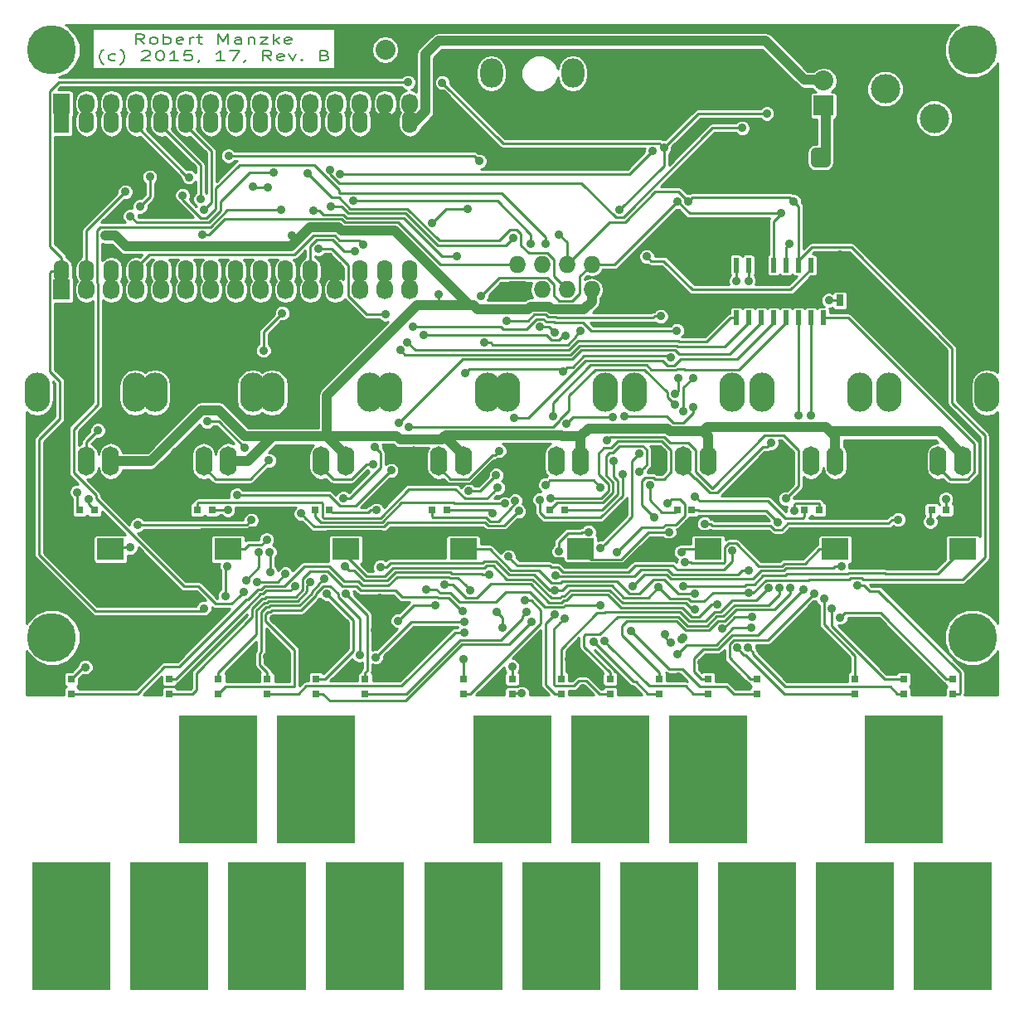
<source format=gtl>
G04 #@! TF.FileFunction,Copper,L1,Top,Signal*
%FSLAX46Y46*%
G04 Gerber Fmt 4.6, Leading zero omitted, Abs format (unit mm)*
G04 Created by KiCad (PCBNEW 4.0.7) date 11/28/17 11:15:26*
%MOMM*%
%LPD*%
G01*
G04 APERTURE LIST*
%ADD10C,0.100000*%
%ADD11C,0.200000*%
%ADD12R,8.000000X13.000000*%
%ADD13C,0.889000*%
%ADD14C,5.000000*%
%ADD15R,0.750000X1.200000*%
%ADD16C,3.000000*%
%ADD17R,0.797560X0.797560*%
%ADD18R,2.800000X2.200000*%
%ADD19R,1.574800X2.286000*%
%ADD20O,1.574800X2.286000*%
%ADD21R,0.600000X1.500000*%
%ADD22R,1.727200X1.727200*%
%ADD23O,1.727200X1.727200*%
%ADD24R,1.727200X2.032000*%
%ADD25O,1.727200X2.032000*%
%ADD26R,2.032000X2.032000*%
%ADD27O,2.032000X2.032000*%
%ADD28O,1.750000X3.000000*%
%ADD29O,2.600000X4.000000*%
%ADD30O,2.300000X3.000000*%
%ADD31C,0.635000*%
%ADD32C,0.254000*%
%ADD33C,1.016000*%
%ADD34C,1.651000*%
G04 APERTURE END LIST*
D10*
D11*
X73428572Y-49402381D02*
X72928572Y-48926190D01*
X72571429Y-49402381D02*
X72571429Y-48402381D01*
X73142857Y-48402381D01*
X73285715Y-48450000D01*
X73357143Y-48497619D01*
X73428572Y-48592857D01*
X73428572Y-48735714D01*
X73357143Y-48830952D01*
X73285715Y-48878571D01*
X73142857Y-48926190D01*
X72571429Y-48926190D01*
X74285715Y-49402381D02*
X74142857Y-49354762D01*
X74071429Y-49307143D01*
X74000000Y-49211905D01*
X74000000Y-48926190D01*
X74071429Y-48830952D01*
X74142857Y-48783333D01*
X74285715Y-48735714D01*
X74500000Y-48735714D01*
X74642857Y-48783333D01*
X74714286Y-48830952D01*
X74785715Y-48926190D01*
X74785715Y-49211905D01*
X74714286Y-49307143D01*
X74642857Y-49354762D01*
X74500000Y-49402381D01*
X74285715Y-49402381D01*
X75428572Y-49402381D02*
X75428572Y-48402381D01*
X75428572Y-48783333D02*
X75571429Y-48735714D01*
X75857143Y-48735714D01*
X76000000Y-48783333D01*
X76071429Y-48830952D01*
X76142858Y-48926190D01*
X76142858Y-49211905D01*
X76071429Y-49307143D01*
X76000000Y-49354762D01*
X75857143Y-49402381D01*
X75571429Y-49402381D01*
X75428572Y-49354762D01*
X77357143Y-49354762D02*
X77214286Y-49402381D01*
X76928572Y-49402381D01*
X76785715Y-49354762D01*
X76714286Y-49259524D01*
X76714286Y-48878571D01*
X76785715Y-48783333D01*
X76928572Y-48735714D01*
X77214286Y-48735714D01*
X77357143Y-48783333D01*
X77428572Y-48878571D01*
X77428572Y-48973810D01*
X76714286Y-49069048D01*
X78071429Y-49402381D02*
X78071429Y-48735714D01*
X78071429Y-48926190D02*
X78142857Y-48830952D01*
X78214286Y-48783333D01*
X78357143Y-48735714D01*
X78500000Y-48735714D01*
X78785714Y-48735714D02*
X79357143Y-48735714D01*
X79000000Y-48402381D02*
X79000000Y-49259524D01*
X79071428Y-49354762D01*
X79214286Y-49402381D01*
X79357143Y-49402381D01*
X81000000Y-49402381D02*
X81000000Y-48402381D01*
X81500000Y-49116667D01*
X82000000Y-48402381D01*
X82000000Y-49402381D01*
X83357143Y-49402381D02*
X83357143Y-48878571D01*
X83285714Y-48783333D01*
X83142857Y-48735714D01*
X82857143Y-48735714D01*
X82714286Y-48783333D01*
X83357143Y-49354762D02*
X83214286Y-49402381D01*
X82857143Y-49402381D01*
X82714286Y-49354762D01*
X82642857Y-49259524D01*
X82642857Y-49164286D01*
X82714286Y-49069048D01*
X82857143Y-49021429D01*
X83214286Y-49021429D01*
X83357143Y-48973810D01*
X84071429Y-48735714D02*
X84071429Y-49402381D01*
X84071429Y-48830952D02*
X84142857Y-48783333D01*
X84285715Y-48735714D01*
X84500000Y-48735714D01*
X84642857Y-48783333D01*
X84714286Y-48878571D01*
X84714286Y-49402381D01*
X85285715Y-48735714D02*
X86071429Y-48735714D01*
X85285715Y-49402381D01*
X86071429Y-49402381D01*
X86642858Y-49402381D02*
X86642858Y-48402381D01*
X86785715Y-49021429D02*
X87214286Y-49402381D01*
X87214286Y-48735714D02*
X86642858Y-49116667D01*
X88428572Y-49354762D02*
X88285715Y-49402381D01*
X88000001Y-49402381D01*
X87857144Y-49354762D01*
X87785715Y-49259524D01*
X87785715Y-48878571D01*
X87857144Y-48783333D01*
X88000001Y-48735714D01*
X88285715Y-48735714D01*
X88428572Y-48783333D01*
X88500001Y-48878571D01*
X88500001Y-48973810D01*
X87785715Y-49069048D01*
X69285716Y-51483333D02*
X69214288Y-51435714D01*
X69071431Y-51292857D01*
X69000002Y-51197619D01*
X68928573Y-51054762D01*
X68857145Y-50816667D01*
X68857145Y-50626190D01*
X68928573Y-50388095D01*
X69000002Y-50245238D01*
X69071431Y-50150000D01*
X69214288Y-50007143D01*
X69285716Y-49959524D01*
X70500002Y-51054762D02*
X70357145Y-51102381D01*
X70071431Y-51102381D01*
X69928573Y-51054762D01*
X69857145Y-51007143D01*
X69785716Y-50911905D01*
X69785716Y-50626190D01*
X69857145Y-50530952D01*
X69928573Y-50483333D01*
X70071431Y-50435714D01*
X70357145Y-50435714D01*
X70500002Y-50483333D01*
X71000002Y-51483333D02*
X71071430Y-51435714D01*
X71214287Y-51292857D01*
X71285716Y-51197619D01*
X71357145Y-51054762D01*
X71428573Y-50816667D01*
X71428573Y-50626190D01*
X71357145Y-50388095D01*
X71285716Y-50245238D01*
X71214287Y-50150000D01*
X71071430Y-50007143D01*
X71000002Y-49959524D01*
X73214287Y-50197619D02*
X73285716Y-50150000D01*
X73428573Y-50102381D01*
X73785716Y-50102381D01*
X73928573Y-50150000D01*
X74000002Y-50197619D01*
X74071430Y-50292857D01*
X74071430Y-50388095D01*
X74000002Y-50530952D01*
X73142859Y-51102381D01*
X74071430Y-51102381D01*
X75000001Y-50102381D02*
X75142858Y-50102381D01*
X75285715Y-50150000D01*
X75357144Y-50197619D01*
X75428573Y-50292857D01*
X75500001Y-50483333D01*
X75500001Y-50721429D01*
X75428573Y-50911905D01*
X75357144Y-51007143D01*
X75285715Y-51054762D01*
X75142858Y-51102381D01*
X75000001Y-51102381D01*
X74857144Y-51054762D01*
X74785715Y-51007143D01*
X74714287Y-50911905D01*
X74642858Y-50721429D01*
X74642858Y-50483333D01*
X74714287Y-50292857D01*
X74785715Y-50197619D01*
X74857144Y-50150000D01*
X75000001Y-50102381D01*
X76928572Y-51102381D02*
X76071429Y-51102381D01*
X76500001Y-51102381D02*
X76500001Y-50102381D01*
X76357144Y-50245238D01*
X76214286Y-50340476D01*
X76071429Y-50388095D01*
X78285715Y-50102381D02*
X77571429Y-50102381D01*
X77500000Y-50578571D01*
X77571429Y-50530952D01*
X77714286Y-50483333D01*
X78071429Y-50483333D01*
X78214286Y-50530952D01*
X78285715Y-50578571D01*
X78357143Y-50673810D01*
X78357143Y-50911905D01*
X78285715Y-51007143D01*
X78214286Y-51054762D01*
X78071429Y-51102381D01*
X77714286Y-51102381D01*
X77571429Y-51054762D01*
X77500000Y-51007143D01*
X79071428Y-51054762D02*
X79071428Y-51102381D01*
X79000000Y-51197619D01*
X78928571Y-51245238D01*
X81642857Y-51102381D02*
X80785714Y-51102381D01*
X81214286Y-51102381D02*
X81214286Y-50102381D01*
X81071429Y-50245238D01*
X80928571Y-50340476D01*
X80785714Y-50388095D01*
X82142857Y-50102381D02*
X83142857Y-50102381D01*
X82500000Y-51102381D01*
X83785713Y-51054762D02*
X83785713Y-51102381D01*
X83714285Y-51197619D01*
X83642856Y-51245238D01*
X86428571Y-51102381D02*
X85928571Y-50626190D01*
X85571428Y-51102381D02*
X85571428Y-50102381D01*
X86142856Y-50102381D01*
X86285714Y-50150000D01*
X86357142Y-50197619D01*
X86428571Y-50292857D01*
X86428571Y-50435714D01*
X86357142Y-50530952D01*
X86285714Y-50578571D01*
X86142856Y-50626190D01*
X85571428Y-50626190D01*
X87642856Y-51054762D02*
X87499999Y-51102381D01*
X87214285Y-51102381D01*
X87071428Y-51054762D01*
X86999999Y-50959524D01*
X86999999Y-50578571D01*
X87071428Y-50483333D01*
X87214285Y-50435714D01*
X87499999Y-50435714D01*
X87642856Y-50483333D01*
X87714285Y-50578571D01*
X87714285Y-50673810D01*
X86999999Y-50769048D01*
X88214285Y-50435714D02*
X88571428Y-51102381D01*
X88928570Y-50435714D01*
X89499999Y-51007143D02*
X89571427Y-51054762D01*
X89499999Y-51102381D01*
X89428570Y-51054762D01*
X89499999Y-51007143D01*
X89499999Y-51102381D01*
X91857142Y-50578571D02*
X92071428Y-50626190D01*
X92142856Y-50673810D01*
X92214285Y-50769048D01*
X92214285Y-50911905D01*
X92142856Y-51007143D01*
X92071428Y-51054762D01*
X91928570Y-51102381D01*
X91357142Y-51102381D01*
X91357142Y-50102381D01*
X91857142Y-50102381D01*
X91999999Y-50150000D01*
X92071428Y-50197619D01*
X92142856Y-50292857D01*
X92142856Y-50388095D01*
X92071428Y-50483333D01*
X91999999Y-50530952D01*
X91857142Y-50578571D01*
X91357142Y-50578571D01*
D12*
X66000000Y-139500000D03*
X76000000Y-139500000D03*
X81000000Y-124500000D03*
X86000000Y-139500000D03*
X91000000Y-124500000D03*
X96000000Y-139500000D03*
X106000000Y-139500000D03*
X111000000Y-124500000D03*
X116000000Y-139500000D03*
X121000000Y-124500000D03*
X126000000Y-139500000D03*
X131000000Y-124500000D03*
X136000000Y-139500000D03*
X146000000Y-139500000D03*
X151000000Y-124500000D03*
X156000000Y-139500000D03*
D13*
X66000000Y-134500000D03*
X76000000Y-134500000D03*
X86000000Y-134500000D03*
X96000000Y-134500000D03*
X106000000Y-134500000D03*
X116000000Y-134500000D03*
X126000000Y-134500000D03*
X136000000Y-134500000D03*
X146000000Y-134500000D03*
X156000000Y-134500000D03*
X151000000Y-119500000D03*
X131000000Y-119500000D03*
X121000000Y-119500000D03*
X111000000Y-119500000D03*
X91000000Y-119500000D03*
X81000000Y-119500000D03*
D14*
X64000000Y-110000000D03*
X158000000Y-110000000D03*
X158000000Y-50000000D03*
X64000000Y-50000000D03*
D15*
X144480000Y-73710000D03*
X144480000Y-75610000D03*
D16*
X149100000Y-60000000D03*
X149100000Y-54000000D03*
X154100000Y-57000000D03*
D17*
X66000000Y-115749300D03*
X66000000Y-114250700D03*
X76000000Y-115749300D03*
X76000000Y-114250700D03*
X81000000Y-115749300D03*
X81000000Y-114250700D03*
X86000000Y-115749300D03*
X86000000Y-114250700D03*
X91000000Y-115749300D03*
X91000000Y-114250700D03*
X96000000Y-115749300D03*
X96000000Y-114250700D03*
X106000000Y-115749300D03*
X106000000Y-114250700D03*
X111000000Y-115749300D03*
X111000000Y-114250700D03*
X116000000Y-115749300D03*
X116000000Y-114250700D03*
X121000000Y-115749300D03*
X121000000Y-114250700D03*
X126000000Y-115749300D03*
X126000000Y-114250700D03*
X131000000Y-115749300D03*
X131000000Y-114250700D03*
X136000000Y-115749300D03*
X136000000Y-114250700D03*
X146000000Y-115749300D03*
X146000000Y-114250700D03*
X151000000Y-115749300D03*
X151000000Y-114250700D03*
X156000000Y-115749300D03*
X156000000Y-114250700D03*
X68349300Y-97000000D03*
X66850700Y-97000000D03*
X80349300Y-97000000D03*
X78850700Y-97000000D03*
X92349300Y-97000000D03*
X90850700Y-97000000D03*
X104349300Y-97000000D03*
X102850700Y-97000000D03*
X116349300Y-97000000D03*
X114850700Y-97000000D03*
X129349300Y-97000000D03*
X127850700Y-97000000D03*
X142349300Y-97000000D03*
X140850700Y-97000000D03*
X155349300Y-97000000D03*
X153850700Y-97000000D03*
D18*
X70000000Y-101000000D03*
X65200000Y-101000000D03*
X82000000Y-101000000D03*
X77200000Y-101000000D03*
X94000000Y-101000000D03*
X89200000Y-101000000D03*
X106000000Y-101000000D03*
X101200000Y-101000000D03*
X118000000Y-101000000D03*
X113200000Y-101000000D03*
X131000000Y-101000000D03*
X126200000Y-101000000D03*
X144000000Y-101000000D03*
X139200000Y-101000000D03*
X157000000Y-101000000D03*
X152200000Y-101000000D03*
D19*
X65000000Y-57380000D03*
D20*
X67540000Y-57380000D03*
X70080000Y-57380000D03*
X72620000Y-57380000D03*
X75160000Y-57380000D03*
X77700000Y-57380000D03*
X80240000Y-57380000D03*
X82780000Y-57380000D03*
X85320000Y-57380000D03*
X87860000Y-57380000D03*
X90400000Y-57380000D03*
X92940000Y-57380000D03*
X95480000Y-57380000D03*
X98020000Y-57380000D03*
X100560000Y-57380000D03*
X100560000Y-72620000D03*
X98020000Y-72620000D03*
X95480000Y-72620000D03*
X92940000Y-72620000D03*
X90400000Y-72620000D03*
X87860000Y-72620000D03*
X85320000Y-72620000D03*
X82780000Y-72620000D03*
X80240000Y-72620000D03*
X77700000Y-72620000D03*
X75160000Y-72620000D03*
X72620000Y-72620000D03*
X70080000Y-72620000D03*
X67540000Y-72620000D03*
X65000000Y-72620000D03*
D21*
X133895000Y-77380000D03*
X135165000Y-77380000D03*
X136435000Y-77380000D03*
X137705000Y-77380000D03*
X138975000Y-77380000D03*
X140245000Y-77380000D03*
X141515000Y-77380000D03*
X142785000Y-77380000D03*
X142785000Y-71980000D03*
X141515000Y-71980000D03*
X140245000Y-71980000D03*
X138975000Y-71980000D03*
X137705000Y-71980000D03*
X136435000Y-71980000D03*
X135165000Y-71980000D03*
X133895000Y-71980000D03*
D22*
X111500000Y-74500000D03*
D23*
X111500000Y-71960000D03*
X114040000Y-74500000D03*
X114040000Y-71960000D03*
X116580000Y-74500000D03*
X116580000Y-71960000D03*
X119120000Y-74500000D03*
X119120000Y-71960000D03*
D24*
X65000000Y-55500000D03*
D25*
X67540000Y-55500000D03*
X70080000Y-55500000D03*
X72620000Y-55500000D03*
X75160000Y-55500000D03*
X77700000Y-55500000D03*
X80240000Y-55500000D03*
X82780000Y-55500000D03*
X85320000Y-55500000D03*
X87860000Y-55500000D03*
X90400000Y-55500000D03*
X92940000Y-55500000D03*
X95480000Y-55500000D03*
X98020000Y-55500000D03*
X100560000Y-55500000D03*
D24*
X65000000Y-74500000D03*
D25*
X67540000Y-74500000D03*
X70080000Y-74500000D03*
X72620000Y-74500000D03*
X75160000Y-74500000D03*
X77700000Y-74500000D03*
X80240000Y-74500000D03*
X82780000Y-74500000D03*
X85320000Y-74500000D03*
X87860000Y-74500000D03*
X90400000Y-74500000D03*
X92940000Y-74500000D03*
X95480000Y-74500000D03*
X98020000Y-74500000D03*
X100560000Y-74500000D03*
D26*
X95500000Y-50000000D03*
D27*
X98040000Y-50000000D03*
D26*
X142800000Y-55700000D03*
D27*
X142800000Y-53160000D03*
D28*
X65000000Y-92000000D03*
X67500000Y-92000000D03*
X70000000Y-92000000D03*
D29*
X72500000Y-85000000D03*
X62500000Y-85000000D03*
D28*
X77000000Y-92000000D03*
X79500000Y-92000000D03*
X82000000Y-92000000D03*
D29*
X84500000Y-85000000D03*
X74500000Y-85000000D03*
D28*
X89000000Y-92000000D03*
X91500000Y-92000000D03*
X94000000Y-92000000D03*
D29*
X96500000Y-85000000D03*
X86500000Y-85000000D03*
D28*
X101000000Y-92000000D03*
X103500000Y-92000000D03*
X106000000Y-92000000D03*
D29*
X108500000Y-85000000D03*
X98500000Y-85000000D03*
D28*
X113000000Y-92000000D03*
X115500000Y-92000000D03*
X118000000Y-92000000D03*
D29*
X120500000Y-85000000D03*
X110500000Y-85000000D03*
D28*
X126000000Y-92000000D03*
X128500000Y-92000000D03*
X131000000Y-92000000D03*
D29*
X133500000Y-85000000D03*
X123500000Y-85000000D03*
D28*
X139000000Y-92000000D03*
X141500000Y-92000000D03*
X144000000Y-92000000D03*
D29*
X146500000Y-85000000D03*
X136500000Y-85000000D03*
D28*
X152000000Y-92000000D03*
X154500000Y-92000000D03*
X157000000Y-92000000D03*
D29*
X159500000Y-85000000D03*
X149500000Y-85000000D03*
D30*
X120280000Y-52400000D03*
X117180000Y-52400000D03*
X108880000Y-52400000D03*
D13*
X132232400Y-113639600D03*
X108661200Y-115163600D03*
X113284000Y-112826800D03*
X116789200Y-112217200D03*
X118211600Y-115214400D03*
X118313200Y-113487200D03*
X123240800Y-115316000D03*
X84000000Y-113000000D03*
X130351529Y-112552851D03*
X128000000Y-114000000D03*
X134000000Y-114000000D03*
X138000000Y-113000000D03*
X141000000Y-114000000D03*
X145000000Y-112000000D03*
X97911332Y-114153508D03*
X99000000Y-113000000D03*
X101000000Y-111000000D03*
X94000000Y-114000000D03*
X92000000Y-113000000D03*
X90000000Y-113000000D03*
X88000000Y-114000000D03*
X86000000Y-112000000D03*
X78000000Y-115000000D03*
X75000000Y-115000000D03*
X74000000Y-112000000D03*
X71000000Y-114000000D03*
X72000000Y-114000000D03*
X69000000Y-109000000D03*
X153000000Y-115000000D03*
X152000000Y-115000000D03*
X152000000Y-113000000D03*
X128959052Y-98341347D03*
X137167268Y-101944808D03*
X144470000Y-70949840D03*
X123883420Y-101869240D03*
X96371396Y-102925778D03*
X97000000Y-109269695D03*
X94000000Y-109269695D03*
X86643478Y-108084143D03*
X136450000Y-70500000D03*
X149500000Y-102765280D03*
X97500000Y-106000000D03*
X109426063Y-107412544D03*
X86040431Y-64021471D03*
X84491010Y-64000000D03*
X81900091Y-102747712D03*
X81706911Y-105778707D03*
X143340000Y-75580000D03*
X135140000Y-73580000D03*
X133900000Y-73600000D03*
X110000000Y-109000000D03*
X103500000Y-75000000D03*
X69500000Y-69000000D03*
X70500000Y-69000000D03*
X88500000Y-69000000D03*
X89500000Y-69000000D03*
X143000000Y-61500000D03*
X142000000Y-61500000D03*
X142000000Y-60500000D03*
X143000000Y-60500000D03*
X143000000Y-61500000D03*
X106702101Y-105181385D03*
X67420000Y-113050000D03*
X105952958Y-107312096D03*
X88837806Y-104764374D03*
X106085048Y-108396291D03*
X95412810Y-111817190D03*
X97080000Y-112030000D03*
X90387228Y-104385793D03*
X106081414Y-109488496D03*
X91780771Y-103989212D03*
X113020303Y-108388101D03*
X92081290Y-105548985D03*
X112485854Y-107382246D03*
X94000000Y-105531931D03*
X112325280Y-106257944D03*
X106000000Y-112225280D03*
X111990000Y-115730000D03*
X111000000Y-113000000D03*
X115310611Y-107680781D03*
X137232936Y-104968057D03*
X116345079Y-108072971D03*
X138325147Y-104968802D03*
X119340085Y-110456989D03*
X139416668Y-104929971D03*
X120430504Y-110394436D03*
X140746480Y-105117900D03*
X123130325Y-109316353D03*
X141887230Y-105504329D03*
X133967216Y-111078945D03*
X126652989Y-109675953D03*
X127170000Y-110570000D03*
X142827056Y-106060794D03*
X128305085Y-110198503D03*
X135103283Y-111019814D03*
X128451047Y-109989374D03*
X143606520Y-107101640D03*
X144612360Y-102747728D03*
X146291300Y-104665780D03*
X123347155Y-104742774D03*
X144518400Y-107972918D03*
X128511856Y-86925279D03*
X129479185Y-83530813D03*
X100832220Y-78245284D03*
X67730000Y-95860000D03*
X127830000Y-78670000D03*
X116447555Y-79199249D03*
X66570000Y-95170000D03*
X101960000Y-79100000D03*
X127638088Y-86269950D03*
X81970000Y-97009421D03*
X82890000Y-95460000D03*
X98640000Y-92960000D03*
X100460000Y-88560000D03*
X120047338Y-94706042D03*
X109532056Y-94737158D03*
X114402880Y-94428499D03*
X104063800Y-104581960D03*
X97159318Y-97024720D03*
X131960000Y-106620000D03*
X121301345Y-87523534D03*
X110267167Y-96347404D03*
X116558595Y-88197834D03*
X110615491Y-101771280D03*
X109039396Y-97338952D03*
X133507533Y-101171002D03*
X122278140Y-93367860D03*
X111322891Y-96067452D03*
X113833993Y-95945406D03*
X121352818Y-91995867D03*
X122496779Y-87450291D03*
X129500024Y-86460036D03*
X124024232Y-93107103D03*
X138140000Y-98220000D03*
X125058593Y-94463763D03*
X139804217Y-97055280D03*
X129690724Y-95595425D03*
X155290000Y-95890000D03*
X130641711Y-98398414D03*
X153690000Y-98190000D03*
X150430000Y-97980000D03*
X86650000Y-62509420D03*
X72000000Y-67000000D03*
X74000000Y-62988069D03*
X73000000Y-66000000D03*
X95785018Y-69884269D03*
X102829255Y-67680450D03*
X106500000Y-66274720D03*
X108638839Y-103588118D03*
X127866177Y-111745017D03*
X135401289Y-109013182D03*
X85612600Y-80703020D03*
X87517612Y-76889015D03*
X85116945Y-101304720D03*
X93917809Y-102765280D03*
X83841139Y-104149748D03*
X79860000Y-87960000D03*
X83680000Y-90620000D03*
X68700269Y-88864720D03*
X100301278Y-79874720D03*
X99566369Y-80682701D03*
X86171931Y-91932465D03*
X96782498Y-92320221D03*
X99454443Y-88069914D03*
X111193506Y-87565280D03*
X109660000Y-90950000D03*
X115180455Y-87407865D03*
X140240000Y-87310000D03*
X137460000Y-90150000D03*
X141520000Y-87310000D03*
X121735130Y-101276838D03*
X71983600Y-100840540D03*
X72783700Y-98508820D03*
X84371180Y-98044000D03*
X102262940Y-105120440D03*
X120045480Y-106697782D03*
X126837440Y-96342200D03*
X125529909Y-97760212D03*
X89456328Y-97369960D03*
X114917156Y-95805109D03*
X111689014Y-97097653D03*
X85930000Y-100020000D03*
X129654200Y-107114382D03*
X129621043Y-105564960D03*
X127053772Y-99250520D03*
X128267300Y-101292518D03*
X128619465Y-102326397D03*
X128470660Y-104790240D03*
X77345461Y-64862080D03*
X114439700Y-69781420D03*
X78000000Y-63000000D03*
X79189734Y-65262035D03*
X79508716Y-66376037D03*
X120047712Y-100885303D03*
X123994012Y-91218458D03*
X117989434Y-78719547D03*
X108164284Y-79914720D03*
X91252809Y-70332809D03*
X98100692Y-77005481D03*
X132426826Y-109083971D03*
X135466566Y-107922922D03*
X110480325Y-77704706D03*
X126174469Y-77215280D03*
X90707618Y-66411647D03*
X105330000Y-71070000D03*
X83584720Y-105352193D03*
X87400000Y-66360000D03*
X79370783Y-68902725D03*
X112890278Y-69822609D03*
X94764839Y-65432031D03*
X90151084Y-62640165D03*
X71500000Y-64500000D03*
X92374780Y-62252040D03*
X134500000Y-58000000D03*
X93454542Y-62685211D03*
X125355245Y-60330221D03*
X92531086Y-66041069D03*
X111125956Y-69178426D03*
X124730000Y-71110000D03*
X103860000Y-53350000D03*
X120643461Y-89872659D03*
X113832061Y-78276832D03*
X115351560Y-78861920D03*
X138944720Y-95829263D03*
X79520000Y-107040000D03*
X100370000Y-53330000D03*
X139310000Y-69790000D03*
X121971976Y-66357595D03*
X137000000Y-56500000D03*
X126500000Y-60000000D03*
X115371280Y-105215439D03*
X135140497Y-105459078D03*
X97561400Y-102803960D03*
X82036626Y-60822820D03*
X115758157Y-68857697D03*
X125948670Y-104905722D03*
X87840000Y-103520000D03*
X84920000Y-104320000D03*
X107650000Y-61370000D03*
X139760481Y-65500000D03*
X129000000Y-65500000D03*
X135140700Y-103134129D03*
X93773723Y-95804063D03*
X115407827Y-103663446D03*
X115765750Y-101229107D03*
X118805038Y-99252288D03*
X86220000Y-101290000D03*
X86272654Y-103350475D03*
X107800000Y-75174720D03*
X96990000Y-90580000D03*
X138490000Y-66660000D03*
X127906084Y-65501703D03*
X103131076Y-106689681D03*
X116156719Y-82852076D03*
X127653493Y-85177848D03*
X127965200Y-83489800D03*
X127218440Y-81445100D03*
X109370000Y-93450000D03*
X106169799Y-83035765D03*
X106579632Y-95062554D03*
X99360000Y-108300000D03*
X94960000Y-70600000D03*
D31*
X101500000Y-101000000D02*
X101200000Y-101000000D01*
X112900000Y-101000000D02*
X111165000Y-99265000D01*
X113200000Y-101000000D02*
X112900000Y-101000000D01*
X103235000Y-99265000D02*
X101500000Y-101000000D01*
X111165000Y-99265000D02*
X103235000Y-99265000D01*
D32*
X132979200Y-112979200D02*
X132892800Y-112979200D01*
X132892800Y-112979200D02*
X132232400Y-113639600D01*
X132979200Y-112979200D02*
X132552851Y-112552851D01*
X134000000Y-114000000D02*
X132979200Y-112979200D01*
X108813600Y-115112800D02*
X108712000Y-115112800D01*
X108712000Y-115112800D02*
X108661200Y-115163600D01*
X113284000Y-114960400D02*
X113131600Y-115112800D01*
X113131600Y-115112800D02*
X112519358Y-115112800D01*
X112519358Y-115112800D02*
X112361857Y-114955299D01*
X110244578Y-115112800D02*
X108813600Y-115112800D01*
X112361857Y-114955299D02*
X111618143Y-114955299D01*
X111618143Y-114955299D02*
X111553123Y-115020319D01*
X111553123Y-115020319D02*
X110337059Y-115020319D01*
X110337059Y-115020319D02*
X110244578Y-115112800D01*
X113284000Y-112826800D02*
X113284000Y-114960400D01*
X118313200Y-113487200D02*
X118059200Y-113487200D01*
X118059200Y-113487200D02*
X116789200Y-112217200D01*
X122307383Y-115011200D02*
X120465817Y-115011200D01*
X122612183Y-115316000D02*
X122307383Y-115011200D01*
X120465817Y-115011200D02*
X118941817Y-113487200D01*
X123240800Y-115316000D02*
X122612183Y-115316000D01*
X118941817Y-113487200D02*
X118313200Y-113487200D01*
X130980146Y-112552851D02*
X130351529Y-112552851D01*
X132552851Y-112552851D02*
X130980146Y-112552851D01*
X139000000Y-114000000D02*
X138000000Y-113000000D01*
X141000000Y-114000000D02*
X139000000Y-114000000D01*
X145000000Y-112000000D02*
X143000000Y-114000000D01*
X143000000Y-114000000D02*
X141000000Y-114000000D01*
X97911332Y-114088668D02*
X97911332Y-114153508D01*
X101000000Y-111000000D02*
X97911332Y-114088668D01*
X101000000Y-111000000D02*
X99000000Y-113000000D01*
X90000000Y-113000000D02*
X92000000Y-113000000D01*
X86000000Y-112000000D02*
X88000000Y-114000000D01*
X75000000Y-115000000D02*
X78000000Y-115000000D01*
X72000000Y-112000000D02*
X74000000Y-112000000D01*
X71000000Y-114000000D02*
X72000000Y-114000000D01*
X69000000Y-109000000D02*
X72000000Y-112000000D01*
X72000000Y-112000000D02*
X72000000Y-114000000D01*
X152000000Y-113000000D02*
X152000000Y-115000000D01*
D31*
X123764023Y-101400977D02*
X122465750Y-102699250D01*
X115953942Y-102194327D02*
X115239869Y-102194327D01*
X122465750Y-102699250D02*
X116458865Y-102699250D01*
X116458865Y-102699250D02*
X115953942Y-102194327D01*
X114045542Y-101000000D02*
X113200000Y-101000000D01*
X115239869Y-102194327D02*
X114045542Y-101000000D01*
X79343469Y-99156531D02*
X77500000Y-101000000D01*
X86942289Y-99042289D02*
X84288892Y-99042289D01*
X84288892Y-99042289D02*
X84174650Y-99156531D01*
X88900000Y-101000000D02*
X86942289Y-99042289D01*
X89200000Y-101000000D02*
X88900000Y-101000000D01*
X77500000Y-101000000D02*
X77200000Y-101000000D01*
X84174650Y-99156531D02*
X79343469Y-99156531D01*
D32*
X96815895Y-102333105D02*
X96815895Y-102481279D01*
X98149000Y-101000000D02*
X96815895Y-102333105D01*
X96815895Y-102481279D02*
X96371396Y-102925778D01*
D31*
X128235000Y-99265000D02*
X128235000Y-99497792D01*
X128235000Y-99497792D02*
X126732792Y-101000000D01*
X126732792Y-101000000D02*
X126200000Y-101000000D01*
D32*
X128514553Y-98785846D02*
X128959052Y-98341347D01*
X128235000Y-99065399D02*
X128514553Y-98785846D01*
X128235000Y-99265000D02*
X128235000Y-99065399D01*
D33*
X112916759Y-98054199D02*
X113017302Y-98154742D01*
X113000000Y-94516000D02*
X112678292Y-94837708D01*
X112678292Y-96500143D02*
X112916759Y-96738610D01*
X112916759Y-96738610D02*
X112916759Y-98054199D01*
X113017302Y-100782698D02*
X113000000Y-100800000D01*
X112678292Y-94837708D02*
X112678292Y-96500143D01*
X113017302Y-98154742D02*
X113017302Y-100782698D01*
X113000000Y-92000000D02*
X113000000Y-94516000D01*
D31*
X90642061Y-101000000D02*
X89200000Y-101000000D01*
X92266859Y-99375202D02*
X90642061Y-101000000D01*
X97540202Y-99375202D02*
X92266859Y-99375202D01*
X99165000Y-101000000D02*
X97540202Y-99375202D01*
X101200000Y-101000000D02*
X99165000Y-101000000D01*
D32*
X136149000Y-101000000D02*
X136222460Y-101000000D01*
X136222460Y-101000000D02*
X137167268Y-101944808D01*
X143439840Y-71980000D02*
X144470000Y-70949840D01*
X142785000Y-71980000D02*
X143439840Y-71980000D01*
X123883420Y-101869240D02*
X123764023Y-101749843D01*
X123764023Y-101749843D02*
X123764023Y-101400977D01*
X65000000Y-94746558D02*
X65000000Y-92000000D01*
X66000000Y-98846000D02*
X66000000Y-95746558D01*
X65200000Y-99646000D02*
X66000000Y-98846000D01*
X65200000Y-101000000D02*
X65200000Y-99646000D01*
X66000000Y-95746558D02*
X65000000Y-94746558D01*
D31*
X126200000Y-101000000D02*
X124165000Y-101000000D01*
X124165000Y-101000000D02*
X123764023Y-101400977D01*
X137165000Y-101000000D02*
X135528616Y-99363616D01*
X139200000Y-101000000D02*
X137165000Y-101000000D01*
X128333616Y-99363616D02*
X128235000Y-99265000D01*
X135528616Y-99363616D02*
X128333616Y-99363616D01*
D32*
X102662853Y-94287853D02*
X101000000Y-92625000D01*
X113000000Y-92000000D02*
X109026690Y-92000000D01*
X106738837Y-94287853D02*
X102662853Y-94287853D01*
X101000000Y-92625000D02*
X101000000Y-92000000D01*
X109026690Y-92000000D02*
X106738837Y-94287853D01*
D34*
X113000000Y-92000000D02*
X112691999Y-92308001D01*
D32*
X97000000Y-106500000D02*
X97000000Y-109269695D01*
X97500000Y-106000000D02*
X97000000Y-106500000D01*
X92814448Y-108084143D02*
X94000000Y-109269695D01*
X86643478Y-108084143D02*
X92814448Y-108084143D01*
X136450000Y-70500000D02*
X136450000Y-71965000D01*
X136450000Y-71965000D02*
X136435000Y-71980000D01*
D31*
X149149000Y-101000000D02*
X147414000Y-99265000D01*
X147414000Y-99265000D02*
X141235000Y-99265000D01*
X141235000Y-99265000D02*
X139500000Y-101000000D01*
X139500000Y-101000000D02*
X139200000Y-101000000D01*
D34*
X152200000Y-101000000D02*
X149149000Y-101000000D01*
D32*
X149149000Y-101000000D02*
X149500000Y-101351000D01*
X149500000Y-101351000D02*
X149500000Y-102765280D01*
D34*
X113000000Y-100800000D02*
X113200000Y-101000000D01*
X101200000Y-92200000D02*
X101000000Y-92000000D01*
D32*
X136435000Y-72430000D02*
X136435000Y-71980000D01*
X144480000Y-73710000D02*
X144480000Y-73485000D01*
X144480000Y-73485000D02*
X142975000Y-71980000D01*
X142975000Y-71980000D02*
X142785000Y-71980000D01*
D34*
X114027313Y-101000000D02*
X113200000Y-101000000D01*
X77200000Y-92200000D02*
X77000000Y-92000000D01*
X152200000Y-101000000D02*
X152200000Y-92200000D01*
X152200000Y-92200000D02*
X152000000Y-92000000D01*
X139200000Y-101000000D02*
X136149000Y-101000000D01*
X101200000Y-101000000D02*
X98149000Y-101000000D01*
D32*
X110000000Y-107986481D02*
X109870562Y-107857043D01*
X109870562Y-107857043D02*
X109426063Y-107412544D01*
X110000000Y-109000000D02*
X110000000Y-107986481D01*
D33*
X127145426Y-88984000D02*
X126840662Y-88679236D01*
X130500000Y-88984000D02*
X127145426Y-88984000D01*
X126840662Y-88679236D02*
X118804764Y-88679236D01*
X118804764Y-88679236D02*
X118000000Y-89484000D01*
X143053088Y-88537088D02*
X130946912Y-88537088D01*
X143500000Y-88984000D02*
X143053088Y-88537088D01*
X130946912Y-88537088D02*
X130500000Y-88984000D01*
X107466669Y-76466669D02*
X107074801Y-76074801D01*
X112663664Y-76466669D02*
X107466669Y-76466669D01*
X112923624Y-76206709D02*
X112663664Y-76466669D01*
X114784733Y-76206709D02*
X112923624Y-76206709D01*
X115044693Y-76466669D02*
X114784733Y-76206709D01*
X115833683Y-76466669D02*
X115044693Y-76466669D01*
X119120000Y-75721314D02*
X118303517Y-76537797D01*
X119120000Y-74500000D02*
X119120000Y-75721314D01*
X115904811Y-76537797D02*
X115833683Y-76466669D01*
X118303517Y-76537797D02*
X115904811Y-76537797D01*
X104261421Y-89331579D02*
X115999680Y-89331579D01*
X104109000Y-89484000D02*
X104261421Y-89331579D01*
X116152101Y-89484000D02*
X118000000Y-89484000D01*
X115999680Y-89331579D02*
X116152101Y-89484000D01*
X89500000Y-69000000D02*
X88441574Y-70058426D01*
X71558426Y-70058426D02*
X70500000Y-69000000D01*
X88441574Y-70058426D02*
X71558426Y-70058426D01*
D32*
X84512481Y-64021471D02*
X84491010Y-64000000D01*
X86040431Y-64021471D02*
X84512481Y-64021471D01*
D33*
X98992580Y-68444580D02*
X93556581Y-68444580D01*
X107074801Y-76074801D02*
X106622801Y-76074801D01*
X90388808Y-68111192D02*
X89500000Y-69000000D01*
X106622801Y-76074801D02*
X98992580Y-68444580D01*
X93223193Y-68111192D02*
X90388808Y-68111192D01*
X93556581Y-68444580D02*
X93223193Y-68111192D01*
X92109000Y-89484000D02*
X92109000Y-85291393D01*
X101325592Y-76074801D02*
X103500000Y-76074801D01*
X92109000Y-85291393D02*
X101325592Y-76074801D01*
X99585349Y-89788210D02*
X103804790Y-89788210D01*
X99221438Y-89424299D02*
X99585349Y-89788210D01*
X103804790Y-89788210D02*
X104109000Y-89484000D01*
X92109000Y-89484000D02*
X92168701Y-89424299D01*
X92168701Y-89424299D02*
X99221438Y-89424299D01*
D32*
X81706911Y-102940892D02*
X81900091Y-102747712D01*
X81706911Y-105778707D02*
X81706911Y-102940892D01*
D33*
X86387299Y-89464299D02*
X86407000Y-89484000D01*
X74109560Y-92000000D02*
X79305262Y-86804298D01*
X81049706Y-86804298D02*
X83709707Y-89464299D01*
X79305262Y-86804298D02*
X81049706Y-86804298D01*
X70000000Y-92000000D02*
X74109560Y-92000000D01*
X83709707Y-89464299D02*
X86387299Y-89464299D01*
X86407000Y-89603438D02*
X86407000Y-89484000D01*
X82000000Y-92000000D02*
X84010438Y-92000000D01*
X84010438Y-92000000D02*
X86407000Y-89603438D01*
D32*
X144480000Y-75610000D02*
X143370000Y-75610000D01*
X143370000Y-75610000D02*
X143340000Y-75580000D01*
X135165000Y-71980000D02*
X135165000Y-73555000D01*
X135165000Y-73555000D02*
X135140000Y-73580000D01*
X133895000Y-71980000D02*
X133895000Y-73595000D01*
X133895000Y-73595000D02*
X133900000Y-73600000D01*
D33*
X103500000Y-76074801D02*
X107074801Y-76074801D01*
D32*
X103500000Y-75000000D02*
X103500000Y-76074801D01*
D33*
X157000000Y-92000000D02*
X157000000Y-91375000D01*
X157000000Y-91375000D02*
X154609000Y-88984000D01*
X154609000Y-88984000D02*
X143500000Y-88984000D01*
X144000000Y-92000000D02*
X144000000Y-89484000D01*
X144000000Y-89484000D02*
X143500000Y-88984000D01*
X131000000Y-92000000D02*
X131000000Y-89484000D01*
X131000000Y-89484000D02*
X130500000Y-88984000D01*
X86407000Y-89484000D02*
X92109000Y-89484000D01*
X94000000Y-92000000D02*
X94000000Y-91375000D01*
X94000000Y-91375000D02*
X92109000Y-89484000D01*
X106000000Y-92000000D02*
X106000000Y-91375000D01*
X106000000Y-91375000D02*
X104109000Y-89484000D01*
X118000000Y-92000000D02*
X118000000Y-89484000D01*
X70500000Y-69000000D02*
X69500000Y-69000000D01*
X143000000Y-60500000D02*
X143000000Y-56250000D01*
X143000000Y-56250000D02*
X142500000Y-55750000D01*
X143000000Y-61500000D02*
X142000000Y-61500000D01*
X142000000Y-60500000D02*
X143000000Y-60500000D01*
X142000000Y-60500000D02*
X142000000Y-61500000D01*
X143000000Y-61500000D02*
X143000000Y-60500000D01*
D32*
X66000000Y-115749300D02*
X72750700Y-115749300D01*
X72750700Y-115749300D02*
X75500000Y-113000000D01*
X106257602Y-104736886D02*
X106702101Y-105181385D01*
X75500000Y-113000000D02*
X77000000Y-113000000D01*
X77000000Y-113000000D02*
X83873106Y-106126894D01*
X83873106Y-106126894D02*
X83989343Y-106126894D01*
X83989343Y-106126894D02*
X85021536Y-105094701D01*
X85021536Y-105094701D02*
X85371857Y-105094701D01*
X85371857Y-105094701D02*
X85689347Y-104777211D01*
X85689347Y-104777211D02*
X87729349Y-104777211D01*
X87729349Y-104777211D02*
X89749261Y-102757299D01*
X104661717Y-103946959D02*
X105467675Y-103946959D01*
X89749261Y-102757299D02*
X92300739Y-102757299D01*
X98354360Y-104710000D02*
X99257101Y-103807259D01*
X105467675Y-103946959D02*
X106257602Y-104736886D01*
X92300739Y-102757299D02*
X93843440Y-104300000D01*
X93843440Y-104300000D02*
X95296815Y-104300000D01*
X95296815Y-104300000D02*
X95706815Y-104710000D01*
X95706815Y-104710000D02*
X98354360Y-104710000D01*
X99257101Y-103807259D02*
X104522017Y-103807259D01*
X104522017Y-103807259D02*
X104661717Y-103946959D01*
X67420000Y-113050000D02*
X67200700Y-113050000D01*
X67200700Y-113050000D02*
X66000000Y-114250700D01*
X78371858Y-115774702D02*
X78774702Y-115371858D01*
X84453665Y-107948415D02*
X84453665Y-107049996D01*
X88905075Y-105843665D02*
X89612508Y-105136232D01*
X90382080Y-103214510D02*
X92111357Y-103214510D01*
X95569345Y-105219124D02*
X99061144Y-105219124D01*
X89612508Y-103984082D02*
X90382080Y-103214510D01*
X85494538Y-106009123D02*
X85750621Y-106009123D01*
X76000000Y-115749300D02*
X76025402Y-115774702D01*
X78774702Y-113627378D02*
X84453665Y-107948415D01*
X76025402Y-115774702D02*
X78371858Y-115774702D01*
X78774702Y-115371858D02*
X78774702Y-113627378D01*
X92111357Y-103214510D02*
X93654058Y-104757211D01*
X84453665Y-107049996D02*
X85494538Y-106009123D01*
X103449221Y-105953572D02*
X104481480Y-105953572D01*
X85750621Y-106009123D02*
X85916079Y-105843665D01*
X85916079Y-105843665D02*
X88905075Y-105843665D01*
X89612508Y-105136232D02*
X89612508Y-103984082D01*
X93654058Y-104757211D02*
X95107432Y-104757211D01*
X95107432Y-104757211D02*
X95569345Y-105219124D01*
X99061144Y-105219124D02*
X99754942Y-105912922D01*
X99754942Y-105912922D02*
X103408571Y-105912922D01*
X103408571Y-105912922D02*
X103449221Y-105953572D01*
X104481480Y-105953572D02*
X105840004Y-107312096D01*
X105840004Y-107312096D02*
X105952958Y-107312096D01*
X85878729Y-105234422D02*
X88367758Y-105234422D01*
X85561239Y-105551912D02*
X85878729Y-105234422D01*
X85305156Y-105551912D02*
X85561239Y-105551912D01*
X83996454Y-106860614D02*
X85305156Y-105551912D01*
X76652780Y-114250700D02*
X83996454Y-106907026D01*
X88367758Y-105234422D02*
X88837806Y-104764374D01*
X76000000Y-114250700D02*
X76652780Y-114250700D01*
X83996454Y-106907026D02*
X83996454Y-106860614D01*
X105456431Y-108396291D02*
X106085048Y-108396291D01*
X97080000Y-112030000D02*
X100713709Y-108396291D01*
X100713709Y-108396291D02*
X105456431Y-108396291D01*
X90984141Y-105704378D02*
X90984141Y-105550515D01*
X90984141Y-105550515D02*
X91770724Y-104763932D01*
X91770724Y-104763932D02*
X92442795Y-104763932D01*
X95412810Y-108081299D02*
X95412810Y-111817190D01*
X92442795Y-104763932D02*
X93225299Y-105546436D01*
X89473221Y-107215298D02*
X90984141Y-105704378D01*
X86062684Y-107380756D02*
X86318767Y-107380756D01*
X85825298Y-107618142D02*
X86062684Y-107380756D01*
X85825298Y-108361858D02*
X85825298Y-107618142D01*
X88803121Y-111339681D02*
X85825298Y-108361858D01*
X88803121Y-115020319D02*
X88803121Y-111339681D01*
X81000000Y-115749300D02*
X81728981Y-115020319D01*
X93225299Y-105893788D02*
X95412810Y-108081299D01*
X86318767Y-107380756D02*
X86484225Y-107215298D01*
X93225299Y-105546436D02*
X93225299Y-105893788D01*
X86484225Y-107215298D02*
X89473221Y-107215298D01*
X81728981Y-115020319D02*
X88803121Y-115020319D01*
X90069719Y-105325614D02*
X90069719Y-104703302D01*
X86105461Y-106300876D02*
X89094457Y-106300876D01*
X89094457Y-106300876D02*
X90069719Y-105325614D01*
X84910876Y-109687044D02*
X84910876Y-107239378D01*
X85940003Y-106466334D02*
X86105461Y-106300876D01*
X85683920Y-106466334D02*
X85940003Y-106466334D01*
X90069719Y-104703302D02*
X90387228Y-104385793D01*
X84910876Y-107239378D02*
X85683920Y-106466334D01*
X81000000Y-113597920D02*
X84910876Y-109687044D01*
X81000000Y-114250700D02*
X81000000Y-113597920D01*
X105452797Y-109488496D02*
X106081414Y-109488496D01*
X99698682Y-114979681D02*
X105189867Y-109488496D01*
X105189867Y-109488496D02*
X105452797Y-109488496D01*
X89220700Y-115749300D02*
X89990319Y-114979681D01*
X89990319Y-114979681D02*
X99698682Y-114979681D01*
X86000000Y-115749300D02*
X89220700Y-115749300D01*
X85368087Y-107428760D02*
X85873302Y-106923545D01*
X91336272Y-104551791D02*
X91336272Y-104433711D01*
X90526930Y-105361133D02*
X91336272Y-104551791D01*
X90526930Y-105514996D02*
X90526930Y-105361133D01*
X85873302Y-106923545D02*
X86129385Y-106923545D01*
X85225299Y-112823219D02*
X85225299Y-111628143D01*
X86129385Y-106923545D02*
X86294843Y-106758087D01*
X86000000Y-114250700D02*
X86000000Y-113597920D01*
X86000000Y-113597920D02*
X85225299Y-112823219D01*
X85368087Y-111485355D02*
X85368087Y-107428760D01*
X85225299Y-111628143D02*
X85368087Y-111485355D01*
X89283839Y-106758087D02*
X90526930Y-105514996D01*
X91336272Y-104433711D02*
X91780771Y-103989212D01*
X86294843Y-106758087D02*
X89283839Y-106758087D01*
X110687996Y-110720408D02*
X112575804Y-108832600D01*
X92381761Y-116478281D02*
X100121719Y-116478281D01*
X91000000Y-115749300D02*
X91652780Y-115749300D01*
X105879593Y-110720408D02*
X110687996Y-110720408D01*
X91652780Y-115749300D02*
X92381761Y-116478281D01*
X112575804Y-108832600D02*
X113020303Y-108388101D01*
X100121719Y-116478281D02*
X105879593Y-110720408D01*
X92525789Y-105993484D02*
X92081290Y-105548985D01*
X94774702Y-108242397D02*
X92525789Y-105993484D01*
X91895860Y-114250700D02*
X94774702Y-111371858D01*
X91000000Y-114250700D02*
X91895860Y-114250700D01*
X94774702Y-111371858D02*
X94774702Y-108242397D01*
X100204107Y-115749300D02*
X105690210Y-110263197D01*
X112041355Y-107826745D02*
X112485854Y-107382246D01*
X105690210Y-110263197D02*
X109864972Y-110263197D01*
X96000000Y-115749300D02*
X100204107Y-115749300D01*
X112041355Y-108086814D02*
X112041355Y-107826745D01*
X109864972Y-110263197D02*
X112041355Y-108086814D01*
X96187511Y-107719442D02*
X94000000Y-105531931D01*
X96187511Y-113410409D02*
X96187511Y-107719442D01*
X96000000Y-113597920D02*
X96187511Y-113410409D01*
X96000000Y-114250700D02*
X96000000Y-113597920D01*
X106754700Y-115749300D02*
X113914702Y-108589298D01*
X112953897Y-106257944D02*
X112325280Y-106257944D01*
X106000000Y-115749300D02*
X106754700Y-115749300D01*
X113914702Y-108589298D02*
X113914702Y-107218749D01*
X113914702Y-107218749D02*
X112953897Y-106257944D01*
X106000000Y-114250700D02*
X106000000Y-112225280D01*
X111990000Y-115730000D02*
X111019300Y-115730000D01*
X111019300Y-115730000D02*
X111000000Y-115749300D01*
X111000000Y-114250700D02*
X111000000Y-113000000D01*
X114866112Y-108125280D02*
X115310611Y-107680781D01*
X114422789Y-108568603D02*
X114866112Y-108125280D01*
X115347220Y-115749300D02*
X114422789Y-114824869D01*
X114422789Y-114824869D02*
X114422789Y-108568603D01*
X116000000Y-115749300D02*
X115347220Y-115749300D01*
X133472780Y-106233780D02*
X135967213Y-106233780D01*
X132311712Y-107394848D02*
X133472780Y-106233780D01*
X131676205Y-107394848D02*
X132311712Y-107394848D01*
X136788437Y-105412556D02*
X137232936Y-104968057D01*
X135967213Y-106233780D02*
X136788437Y-105412556D01*
X129092961Y-108346294D02*
X130724759Y-108346294D01*
X130724759Y-108346294D02*
X131676205Y-107394848D01*
X120417337Y-107505501D02*
X120505627Y-107417211D01*
X116000000Y-114250700D02*
X116000000Y-111179124D01*
X119673623Y-107505501D02*
X120417337Y-107505501D01*
X116000000Y-111179124D02*
X119673623Y-107505501D01*
X128163878Y-107417211D02*
X129092961Y-108346294D01*
X120505627Y-107417211D02*
X128163878Y-107417211D01*
X117299761Y-114979681D02*
X115409681Y-114979681D01*
X117839743Y-114439699D02*
X117299761Y-114979681D01*
X115900580Y-108517470D02*
X116345079Y-108072971D01*
X118583457Y-114439699D02*
X117839743Y-114439699D01*
X115270000Y-114840000D02*
X115270000Y-109148050D01*
X119893058Y-115749300D02*
X118583457Y-114439699D01*
X121000000Y-115749300D02*
X119893058Y-115749300D01*
X115409681Y-114979681D02*
X115270000Y-114840000D01*
X115270000Y-109148050D02*
X115900580Y-108517470D01*
X119957597Y-109682281D02*
X121765456Y-107874422D01*
X137231575Y-106690991D02*
X138325147Y-105597419D01*
X118345298Y-109836462D02*
X118499479Y-109682281D01*
X133682162Y-106690991D02*
X137231575Y-106690991D01*
X132521094Y-107852059D02*
X133682162Y-106690991D01*
X130914141Y-108803505D02*
X131865587Y-107852059D01*
X121000000Y-114250700D02*
X121000000Y-113597920D01*
X121765456Y-107874422D02*
X127974498Y-107874423D01*
X127974498Y-107874423D02*
X128903579Y-108803505D01*
X121000000Y-113597920D02*
X118345298Y-110943218D01*
X118499479Y-109682281D02*
X119957597Y-109682281D01*
X118345298Y-110943218D02*
X118345298Y-109836462D01*
X128903579Y-108803505D02*
X130914141Y-108803505D01*
X138325147Y-105597419D02*
X138325147Y-104968802D01*
X131865587Y-107852059D02*
X132521094Y-107852059D01*
X123424395Y-114541299D02*
X119784584Y-110901488D01*
X126000000Y-115749300D02*
X124820658Y-115749300D01*
X119784584Y-110901488D02*
X119340085Y-110456989D01*
X123612657Y-114541299D02*
X123424395Y-114541299D01*
X124820658Y-115749300D02*
X123612657Y-114541299D01*
X139416668Y-105558588D02*
X139416668Y-104929971D01*
X122208146Y-108856332D02*
X122732845Y-108331633D01*
X132710476Y-108309270D02*
X133871544Y-107148202D01*
X133871544Y-107148202D02*
X137827054Y-107148202D01*
X132054969Y-108309270D02*
X132710476Y-108309270D01*
X128714197Y-109260716D02*
X131103523Y-109260716D01*
X122732845Y-108331633D02*
X127785115Y-108331633D01*
X126000000Y-113597920D02*
X122208146Y-109806066D01*
X126000000Y-114250700D02*
X126000000Y-113597920D01*
X122208146Y-109806066D02*
X122208146Y-108856332D01*
X131103523Y-109260716D02*
X132054969Y-108309270D01*
X127785115Y-108331633D02*
X128714197Y-109260716D01*
X137827054Y-107148202D02*
X139416668Y-105558588D01*
X131000000Y-115749300D02*
X129532708Y-115749300D01*
X128763089Y-114979681D02*
X125015749Y-114979681D01*
X125015749Y-114979681D02*
X120875003Y-110838935D01*
X120875003Y-110838935D02*
X120430504Y-110394436D01*
X129532708Y-115749300D02*
X128763089Y-114979681D01*
X129576827Y-113480307D02*
X129576827Y-112180993D01*
X130347220Y-114250700D02*
X129576827Y-113480307D01*
X136076497Y-109787883D02*
X140301981Y-105562399D01*
X133465127Y-109787883D02*
X136076497Y-109787883D01*
X130532522Y-111225298D02*
X132027712Y-111225298D01*
X129576827Y-112180993D02*
X130532522Y-111225298D01*
X131000000Y-114250700D02*
X130347220Y-114250700D01*
X132027712Y-111225298D02*
X133465127Y-109787883D01*
X140301981Y-105562399D02*
X140746480Y-105117900D01*
X135321819Y-115774701D02*
X133628143Y-115774701D01*
X123574824Y-109760852D02*
X123130325Y-109316353D01*
X127039271Y-113225299D02*
X123574824Y-109760852D01*
X128371857Y-113225299D02*
X127039271Y-113225299D01*
X132873761Y-115020319D02*
X130166877Y-115020319D01*
X135347220Y-115749300D02*
X135321819Y-115774701D01*
X136000000Y-115749300D02*
X135347220Y-115749300D01*
X130166877Y-115020319D02*
X128371857Y-113225299D01*
X133628143Y-115774701D02*
X132873761Y-115020319D01*
X133192515Y-112095995D02*
X133192515Y-110707088D01*
X135347220Y-114250700D02*
X133192515Y-112095995D01*
X141442731Y-105948828D02*
X141887230Y-105504329D01*
X137146465Y-110245094D02*
X141442731Y-105948828D01*
X133192515Y-110707088D02*
X133654509Y-110245094D01*
X136000000Y-114250700D02*
X135347220Y-114250700D01*
X133654509Y-110245094D02*
X137146465Y-110245094D01*
X138794012Y-115749300D02*
X134839228Y-111794516D01*
X134839228Y-111794516D02*
X134682787Y-111794516D01*
X134411715Y-111523444D02*
X133967216Y-111078945D01*
X146000000Y-115749300D02*
X138794012Y-115749300D01*
X134682787Y-111794516D02*
X134411715Y-111523444D01*
X126652989Y-110052989D02*
X126652989Y-109675953D01*
X127170000Y-110570000D02*
X126652989Y-110052989D01*
X142827056Y-106689411D02*
X142827056Y-106060794D01*
X142827056Y-108680498D02*
X142827056Y-106689411D01*
X146000000Y-111853442D02*
X142827056Y-108680498D01*
X146000000Y-114250700D02*
X146000000Y-111853442D01*
X128305085Y-110135336D02*
X128305085Y-110198503D01*
X128451047Y-109989374D02*
X128305085Y-110135336D01*
X135547782Y-111464313D02*
X135103283Y-111019814D01*
X138873759Y-115020319D02*
X135547782Y-111694342D01*
X135547782Y-111694342D02*
X135547782Y-111464313D01*
X149618239Y-115020319D02*
X138873759Y-115020319D01*
X151000000Y-115749300D02*
X150347220Y-115749300D01*
X150347220Y-115749300D02*
X149618239Y-115020319D01*
X143606520Y-107730257D02*
X143606520Y-107101640D01*
X143606520Y-108813369D02*
X143606520Y-107730257D01*
X149043851Y-114250700D02*
X143606520Y-108813369D01*
X151000000Y-114250700D02*
X149043851Y-114250700D01*
X156652780Y-115749300D02*
X156000000Y-115749300D01*
X148401362Y-105260140D02*
X156728981Y-113587759D01*
X147514277Y-105260140D02*
X148401362Y-105260140D01*
X146919917Y-104665780D02*
X147514277Y-105260140D01*
X156728981Y-113587759D02*
X156728981Y-115673099D01*
X146291300Y-104665780D02*
X146919917Y-104665780D01*
X156728981Y-115673099D02*
X156652780Y-115749300D01*
X143983743Y-102747728D02*
X144612360Y-102747728D01*
X124475509Y-103614420D02*
X126771235Y-103614420D01*
X123347155Y-104742774D02*
X124475509Y-103614420D01*
X126771235Y-103614420D02*
X127172354Y-104015539D01*
X127172354Y-104015539D02*
X135599009Y-104015539D01*
X135599009Y-104015539D02*
X136434677Y-103179871D01*
X136434677Y-103179871D02*
X138740996Y-103179871D01*
X139005147Y-102915720D02*
X143815751Y-102915720D01*
X138740996Y-103179871D02*
X139005147Y-102915720D01*
X143815751Y-102915720D02*
X143983743Y-102747728D01*
X144962899Y-107528419D02*
X144518400Y-107972918D01*
X156000000Y-114250700D02*
X155347220Y-114250700D01*
X148624939Y-107528419D02*
X144962899Y-107528419D01*
X155347220Y-114250700D02*
X148624939Y-107528419D01*
X114463878Y-77762091D02*
X114203918Y-77502131D01*
X115370310Y-77835298D02*
X115297103Y-77762091D01*
X109834274Y-78245284D02*
X100832220Y-78245284D01*
X112462354Y-78499981D02*
X110088971Y-78499981D01*
X113460204Y-77502131D02*
X112462354Y-78499981D01*
X115297103Y-77762091D02*
X114463878Y-77762091D01*
X114203918Y-77502131D02*
X113460204Y-77502131D01*
X119086447Y-78670000D02*
X118251745Y-77835298D01*
X118251745Y-77835298D02*
X115370310Y-77835298D01*
X110088971Y-78499981D02*
X109834274Y-78245284D01*
X127830000Y-78670000D02*
X119086447Y-78670000D01*
X128511856Y-84498142D02*
X128511856Y-86925279D01*
X129479185Y-83530813D02*
X128511856Y-84498142D01*
X67730000Y-95860000D02*
X67730000Y-96380700D01*
X67730000Y-96380700D02*
X68349300Y-97000000D01*
X114473562Y-79100000D02*
X115030503Y-79656941D01*
X101960000Y-79100000D02*
X114473562Y-79100000D01*
X115774217Y-79656941D02*
X116231909Y-79199249D01*
X116231909Y-79199249D02*
X116447555Y-79199249D01*
X115030503Y-79656941D02*
X115774217Y-79656941D01*
X66570000Y-95170000D02*
X66570000Y-96719300D01*
X66570000Y-96719300D02*
X66850700Y-97000000D01*
X83518617Y-95460000D02*
X82890000Y-95460000D01*
X92283100Y-95460000D02*
X83518617Y-95460000D01*
X93401865Y-96578765D02*
X92283100Y-95460000D01*
X95021235Y-96578765D02*
X93401865Y-96578765D01*
X98640000Y-92960000D02*
X95021235Y-96578765D01*
X100460000Y-88560000D02*
X103847593Y-88560000D01*
X115882398Y-87817602D02*
X115882398Y-87761665D01*
X115882398Y-87761665D02*
X116831912Y-86812151D01*
X115206631Y-88493369D02*
X115882398Y-87817602D01*
X116831912Y-86812151D02*
X116831912Y-85343687D01*
X103847593Y-88560000D02*
X103914224Y-88493369D01*
X116831912Y-85343687D02*
X119521426Y-82654173D01*
X119521426Y-82654173D02*
X124524173Y-82654173D01*
X124524173Y-82654173D02*
X126863387Y-84993387D01*
X126863387Y-84993387D02*
X126863387Y-85495249D01*
X126863387Y-85495249D02*
X127638088Y-86269950D01*
X103914224Y-88493369D02*
X115206631Y-88493369D01*
X81960579Y-97000000D02*
X81970000Y-97009421D01*
X80349300Y-97000000D02*
X81960579Y-97000000D01*
X108431959Y-95837255D02*
X109087557Y-95181657D01*
X105220520Y-94850000D02*
X106207775Y-95837255D01*
X106207775Y-95837255D02*
X108431959Y-95837255D01*
X91620319Y-96337059D02*
X91620319Y-97662941D01*
X100480596Y-94850000D02*
X105220520Y-94850000D01*
X78850700Y-96347220D02*
X78963219Y-96234701D01*
X78963219Y-96234701D02*
X91517961Y-96234701D01*
X109087557Y-95181657D02*
X109532056Y-94737158D01*
X91620319Y-97662941D02*
X91756799Y-97799421D01*
X91756799Y-97799421D02*
X97531175Y-97799421D01*
X91517961Y-96234701D02*
X91620319Y-96337059D01*
X97531175Y-97799421D02*
X100480596Y-94850000D01*
X78850700Y-97000000D02*
X78850700Y-96347220D01*
X119325296Y-93984000D02*
X120047338Y-94706042D01*
X114847379Y-93984000D02*
X119325296Y-93984000D01*
X114402880Y-94428499D02*
X114847379Y-93984000D01*
X104918477Y-104581960D02*
X104692417Y-104581960D01*
X116261996Y-106240571D02*
X116053716Y-106448851D01*
X131960000Y-106620000D02*
X131331383Y-106620000D01*
X106292606Y-105956089D02*
X104918477Y-104581960D01*
X107407558Y-105956089D02*
X106292606Y-105956089D01*
X114799264Y-106448851D02*
X112881564Y-104531151D01*
X116053716Y-106448851D02*
X114799264Y-106448851D01*
X117115931Y-105633016D02*
X116508376Y-106240571D01*
X112881564Y-104531151D02*
X108832496Y-104531151D01*
X128363254Y-106960000D02*
X122100851Y-106960000D01*
X130062300Y-107889083D02*
X129292337Y-107889083D01*
X120773867Y-105633016D02*
X117115931Y-105633016D01*
X104692417Y-104581960D02*
X104063800Y-104581960D01*
X108832496Y-104531151D02*
X107407558Y-105956089D01*
X129292337Y-107889083D02*
X128363254Y-106960000D01*
X122100851Y-106960000D02*
X120773867Y-105633016D01*
X116508376Y-106240571D02*
X116261996Y-106240571D01*
X131331383Y-106620000D02*
X130062300Y-107889083D01*
X96530701Y-97024720D02*
X97159318Y-97024720D01*
X92620236Y-97270936D02*
X96284485Y-97270936D01*
X96284485Y-97270936D02*
X96530701Y-97024720D01*
X92349300Y-97000000D02*
X92620236Y-97270936D01*
X90850700Y-97000000D02*
X90850700Y-97652780D01*
X90850700Y-97652780D02*
X91454552Y-98256632D01*
X97720557Y-98256632D02*
X99727189Y-96250000D01*
X99727189Y-96250000D02*
X104991222Y-96250000D01*
X104991222Y-96250000D02*
X105088626Y-96347404D01*
X109638550Y-96347404D02*
X110267167Y-96347404D01*
X91454552Y-98256632D02*
X97720557Y-98256632D01*
X105088626Y-96347404D02*
X109638550Y-96347404D01*
X116558595Y-88197834D02*
X117232895Y-87523534D01*
X117232895Y-87523534D02*
X120672728Y-87523534D01*
X120672728Y-87523534D02*
X121301345Y-87523534D01*
X114971579Y-102842038D02*
X114831848Y-102702307D01*
X115682037Y-102842038D02*
X114971579Y-102842038D01*
X132607209Y-103101117D02*
X127851117Y-103101117D01*
X122883068Y-103346961D02*
X116186960Y-103346961D01*
X123586088Y-102643941D02*
X122883068Y-103346961D01*
X133507533Y-101171002D02*
X133507533Y-102200793D01*
X133507533Y-102200793D02*
X132607209Y-103101117D01*
X127393941Y-102643941D02*
X123586088Y-102643941D01*
X116186960Y-103346961D02*
X115682037Y-102842038D01*
X114831848Y-102702307D02*
X111546518Y-102702307D01*
X111546518Y-102702307D02*
X111059990Y-102215779D01*
X111059990Y-102215779D02*
X110615491Y-101771280D01*
X127851117Y-103101117D02*
X127393941Y-102643941D01*
X104349300Y-97000000D02*
X108700444Y-97000000D01*
X108700444Y-97000000D02*
X109039396Y-97338952D01*
X114348073Y-97777299D02*
X120021189Y-97777299D01*
X113833993Y-97263219D02*
X114348073Y-97777299D01*
X113833993Y-95945406D02*
X113833993Y-97263219D01*
X120021189Y-97777299D02*
X122278140Y-95520348D01*
X122278140Y-93996477D02*
X122278140Y-93367860D01*
X122278140Y-95520348D02*
X122278140Y-93996477D01*
X108333806Y-97728981D02*
X108761498Y-98156673D01*
X102850700Y-97000000D02*
X102850700Y-97652780D01*
X102850700Y-97652780D02*
X102926901Y-97728981D01*
X108761498Y-98156673D02*
X109593104Y-98156673D01*
X109593104Y-98156673D02*
X110986356Y-96763421D01*
X110986356Y-96763421D02*
X110986356Y-96693423D01*
X111322891Y-96356888D02*
X111322891Y-96067452D01*
X102926901Y-97728981D02*
X108333806Y-97728981D01*
X110986356Y-96693423D02*
X111322891Y-96356888D01*
X121352818Y-93596718D02*
X121352818Y-92624484D01*
X116349300Y-97000000D02*
X120151896Y-97000000D01*
X121798724Y-95353172D02*
X121798724Y-94042624D01*
X121352818Y-92624484D02*
X121352818Y-91995867D01*
X120151896Y-97000000D02*
X121798724Y-95353172D01*
X121798724Y-94042624D02*
X121352818Y-93596718D01*
X128464878Y-88123799D02*
X127470634Y-88123799D01*
X129500024Y-86460036D02*
X129500024Y-87088653D01*
X126797126Y-87450291D02*
X123125396Y-87450291D01*
X129500024Y-87088653D02*
X128464878Y-88123799D01*
X127470634Y-88123799D02*
X126797126Y-87450291D01*
X123125396Y-87450291D02*
X122496779Y-87450291D01*
X121283869Y-91116837D02*
X121968837Y-90431869D01*
X120578116Y-93468609D02*
X120578116Y-91458838D01*
X121282429Y-95222875D02*
X121282429Y-94172922D01*
X121282429Y-94172922D02*
X120578116Y-93468609D01*
X114850700Y-97000000D02*
X115582160Y-96268540D01*
X124353983Y-90431869D02*
X124768714Y-90846600D01*
X115582160Y-96268540D02*
X120236764Y-96268540D01*
X120236764Y-96268540D02*
X121282429Y-95222875D01*
X120578116Y-91458838D02*
X120920117Y-91116837D01*
X124768714Y-90846600D02*
X124768714Y-92362621D01*
X120920117Y-91116837D02*
X121283869Y-91116837D01*
X121968837Y-90431869D02*
X124353983Y-90431869D01*
X124768714Y-92362621D02*
X124468731Y-92662604D01*
X124468731Y-92662604D02*
X124024232Y-93107103D01*
X114850700Y-97000000D02*
X114850700Y-96819300D01*
X130055625Y-97053545D02*
X136973545Y-97053545D01*
X136973545Y-97053545D02*
X138140000Y-98220000D01*
X129349300Y-97000000D02*
X130002080Y-97000000D01*
X130002080Y-97000000D02*
X130055625Y-97053545D01*
X125058593Y-95092380D02*
X125058593Y-94463763D01*
X127850700Y-97000000D02*
X127611879Y-97238821D01*
X126297943Y-97238821D02*
X125058593Y-95999471D01*
X125058593Y-95999471D02*
X125058593Y-95092380D01*
X127611879Y-97238821D02*
X126297943Y-97238821D01*
X142349300Y-97000000D02*
X142349300Y-96347220D01*
X139804217Y-96426663D02*
X139804217Y-97055280D01*
X142273099Y-96271019D02*
X139959861Y-96271019D01*
X139959861Y-96271019D02*
X139804217Y-96426663D01*
X142349300Y-96347220D02*
X142273099Y-96271019D01*
X140673480Y-97830000D02*
X138896560Y-97830000D01*
X130135223Y-96039924D02*
X129690724Y-95595425D01*
X130180970Y-96085671D02*
X130135223Y-96039924D01*
X138896560Y-97830000D02*
X137152231Y-96085671D01*
X140850700Y-97652780D02*
X140673480Y-97830000D01*
X140850700Y-97000000D02*
X140850700Y-97652780D01*
X137152231Y-96085671D02*
X130180970Y-96085671D01*
X155349300Y-97000000D02*
X155349300Y-95949300D01*
X155349300Y-95949300D02*
X155290000Y-95890000D01*
X139135775Y-98370785D02*
X138511858Y-98994702D01*
X138511858Y-98994702D02*
X137792789Y-98994702D01*
X149410598Y-98370785D02*
X139135775Y-98370785D01*
X131270328Y-98398414D02*
X130641711Y-98398414D01*
X131439125Y-98567211D02*
X131270328Y-98398414D01*
X150430000Y-97980000D02*
X149801383Y-97980000D01*
X137365298Y-98567211D02*
X131439125Y-98567211D01*
X137792789Y-98994702D02*
X137365298Y-98567211D01*
X149801383Y-97980000D02*
X149410598Y-98370785D01*
X153690000Y-98190000D02*
X153690000Y-97160700D01*
X153690000Y-97160700D02*
X153850700Y-97000000D01*
X72637285Y-67637285D02*
X80019227Y-67637285D01*
X80019227Y-67637285D02*
X81221591Y-66434921D01*
X72000000Y-67000000D02*
X72637285Y-67637285D01*
X84187172Y-62509420D02*
X86650000Y-62509420D01*
X81221591Y-66434921D02*
X81221591Y-65475001D01*
X81221591Y-65475001D02*
X84187172Y-62509420D01*
X74000000Y-65000000D02*
X74000000Y-62988069D01*
X73000000Y-66000000D02*
X74000000Y-65000000D01*
X72620000Y-72620000D02*
X72620000Y-72264400D01*
X92875996Y-68949403D02*
X93366363Y-69439770D01*
X88806770Y-70896637D02*
X90754004Y-68949403D01*
X73987763Y-70896637D02*
X88806770Y-70896637D01*
X93366363Y-69439770D02*
X95340519Y-69439770D01*
X95340519Y-69439770D02*
X95785018Y-69884269D01*
X72620000Y-72264400D02*
X73987763Y-70896637D01*
X90754004Y-68949403D02*
X92875996Y-68949403D01*
X104234985Y-66274720D02*
X102829255Y-67680450D01*
X106500000Y-66274720D02*
X104234985Y-66274720D01*
X107908214Y-103486110D02*
X108010222Y-103588118D01*
X94362308Y-103209779D02*
X94853186Y-103209779D01*
X93917809Y-102765280D02*
X94362308Y-103209779D01*
X108010222Y-103588118D02*
X108638839Y-103588118D01*
X104711399Y-103350048D02*
X104847461Y-103486110D01*
X95840618Y-104197211D02*
X98220556Y-104197211D01*
X104847461Y-103486110D02*
X107908214Y-103486110D01*
X98220556Y-104197211D02*
X99067719Y-103350048D01*
X99067719Y-103350048D02*
X104711399Y-103350048D01*
X94853186Y-103209779D02*
X95840618Y-104197211D01*
X135401289Y-109013182D02*
X133593235Y-109013182D01*
X128843107Y-110768087D02*
X128310676Y-111300518D01*
X131838329Y-110768087D02*
X128843107Y-110768087D01*
X128310676Y-111300518D02*
X127866177Y-111745017D01*
X133593235Y-109013182D02*
X131838329Y-110768087D01*
X85612600Y-78794027D02*
X85612600Y-80703020D01*
X87517612Y-76889015D02*
X85612600Y-78794027D01*
X85116945Y-102873942D02*
X85116945Y-101304720D01*
X83841139Y-104149748D02*
X85116945Y-102873942D01*
X83680000Y-90620000D02*
X81020000Y-87960000D01*
X81020000Y-87960000D02*
X79860000Y-87960000D01*
X130879088Y-79841912D02*
X128054998Y-79841912D01*
X128054998Y-79841912D02*
X127969062Y-79755976D01*
X116750535Y-80689422D02*
X101115980Y-80689422D01*
X133895000Y-77380000D02*
X133341000Y-77380000D01*
X101115980Y-80689422D02*
X100301278Y-79874720D01*
X117683981Y-79755976D02*
X116750535Y-80689422D01*
X127969062Y-79755976D02*
X117683981Y-79755976D01*
X133341000Y-77380000D02*
X130879088Y-79841912D01*
X67500000Y-90064989D02*
X68700269Y-88864720D01*
X67500000Y-92000000D02*
X67500000Y-90064989D01*
X127866493Y-80300000D02*
X127779680Y-80213187D01*
X127779680Y-80213187D02*
X117873362Y-80213187D01*
X135165000Y-77830000D02*
X132695000Y-80300000D01*
X100030301Y-81146633D02*
X99566369Y-80682701D01*
X117873362Y-80213187D02*
X116939916Y-81146633D01*
X132695000Y-80300000D02*
X127866493Y-80300000D01*
X135165000Y-77380000D02*
X135165000Y-77830000D01*
X116939916Y-81146633D02*
X100030301Y-81146633D01*
X84274186Y-93830210D02*
X86171931Y-91932465D01*
X79500000Y-92625000D02*
X80705210Y-93830210D01*
X80705210Y-93830210D02*
X84274186Y-93830210D01*
X79500000Y-92000000D02*
X79500000Y-92625000D01*
X135165000Y-77380000D02*
X135165000Y-76930000D01*
X96153881Y-92320221D02*
X96782498Y-92320221D01*
X92705210Y-93830210D02*
X94606551Y-93830210D01*
X91500000Y-92625000D02*
X92705210Y-93830210D01*
X96116540Y-92320221D02*
X96153881Y-92320221D01*
X94606551Y-93830210D02*
X96116540Y-92320221D01*
X91500000Y-92000000D02*
X91500000Y-92625000D01*
X133175000Y-81090000D02*
X128009900Y-81090000D01*
X105920513Y-81603844D02*
X99454443Y-88069914D01*
X127590298Y-80670398D02*
X118062745Y-80670398D01*
X117129299Y-81603844D02*
X105920513Y-81603844D01*
X118062745Y-80670398D02*
X117129299Y-81603844D01*
X128009900Y-81090000D02*
X127590298Y-80670398D01*
X136435000Y-77830000D02*
X133175000Y-81090000D01*
X136435000Y-77380000D02*
X136435000Y-77830000D01*
X137705000Y-77380000D02*
X137705000Y-77830000D01*
X126846582Y-82219802D02*
X126366531Y-81739751D01*
X112674513Y-87565280D02*
X111193506Y-87565280D01*
X127553807Y-82219802D02*
X126846582Y-82219802D01*
X128198031Y-81575578D02*
X127553807Y-82219802D01*
X137705000Y-77830000D02*
X133959422Y-81575578D01*
X118500042Y-81739751D02*
X112674513Y-87565280D01*
X126366531Y-81739751D02*
X118500042Y-81739751D01*
X133959422Y-81575578D02*
X128198031Y-81575578D01*
X104705210Y-93830210D02*
X103500000Y-92625000D01*
X109660000Y-90950000D02*
X109215501Y-91394499D01*
X108985598Y-91394499D02*
X106549887Y-93830210D01*
X109215501Y-91394499D02*
X108985598Y-91394499D01*
X106549887Y-93830210D02*
X104705210Y-93830210D01*
X103500000Y-92625000D02*
X103500000Y-92000000D01*
X115180455Y-86028511D02*
X115180455Y-87407865D01*
X119012004Y-82196962D02*
X115180455Y-86028511D01*
X124713555Y-82196962D02*
X119012004Y-82196962D01*
X125193606Y-82677013D02*
X124713555Y-82196962D01*
X127743189Y-82677013D02*
X125193606Y-82677013D01*
X128585977Y-82577939D02*
X127842263Y-82577939D01*
X128677837Y-82669799D02*
X128585977Y-82577939D01*
X138975000Y-77830000D02*
X134135201Y-82669799D01*
X138975000Y-77380000D02*
X138975000Y-77830000D01*
X127842263Y-82577939D02*
X127743189Y-82677013D01*
X134135201Y-82669799D02*
X128677837Y-82669799D01*
X131218143Y-95224701D02*
X131961857Y-95224701D01*
X129747442Y-93754000D02*
X131218143Y-95224701D01*
X136592059Y-90594499D02*
X137015501Y-90594499D01*
X128500000Y-92625000D02*
X129629000Y-93754000D01*
X131961857Y-95224701D02*
X136592059Y-90594499D01*
X128500000Y-92000000D02*
X128500000Y-92625000D01*
X137015501Y-90594499D02*
X137460000Y-90150000D01*
X129629000Y-93754000D02*
X129747442Y-93754000D01*
X140240000Y-87310000D02*
X140240000Y-77385000D01*
X140240000Y-77385000D02*
X140245000Y-77380000D01*
X128500000Y-92000000D02*
X128500000Y-91375000D01*
X141515000Y-77380000D02*
X141515000Y-87305000D01*
X141515000Y-87305000D02*
X141520000Y-87310000D01*
X141500000Y-92000000D02*
X141500000Y-91375000D01*
X154500000Y-92000000D02*
X154500000Y-92625000D01*
X145328698Y-77380000D02*
X142785000Y-77380000D01*
X154500000Y-92625000D02*
X155705210Y-93830210D01*
X155705210Y-93830210D02*
X157499214Y-93830210D01*
X157499214Y-93830210D02*
X158205210Y-93124214D01*
X158205210Y-93124214D02*
X158205210Y-90256512D01*
X158205210Y-90256512D02*
X145328698Y-77380000D01*
X154500000Y-92000000D02*
X154500000Y-91375000D01*
X128610360Y-97594420D02*
X127728961Y-98475819D01*
X122179629Y-100832339D02*
X121735130Y-101276838D01*
X126382214Y-98775520D02*
X124236448Y-98775520D01*
X126681915Y-98475819D02*
X126382214Y-98775520D01*
X127728961Y-98475819D02*
X126681915Y-98475819D01*
X128610360Y-96367738D02*
X128610360Y-97594420D01*
X124236448Y-98775520D02*
X122179629Y-100832339D01*
X128140323Y-95897701D02*
X128610360Y-96367738D01*
X127281939Y-95897701D02*
X128140323Y-95897701D01*
X126837440Y-96342200D02*
X127281939Y-95897701D01*
X71983600Y-100840540D02*
X70159460Y-100840540D01*
X70159460Y-100840540D02*
X70000000Y-101000000D01*
X84371180Y-98044000D02*
X83906360Y-98508820D01*
X83906360Y-98508820D02*
X72783700Y-98508820D01*
X104670861Y-105496361D02*
X103638603Y-105496361D01*
X110396020Y-105359200D02*
X109341920Y-106413300D01*
X114376199Y-106906061D02*
X112829338Y-105359200D01*
X115689378Y-106911138D02*
X115684301Y-106906061D01*
X116451377Y-106697782D02*
X116238021Y-106911138D01*
X112829338Y-105359200D02*
X110396020Y-105359200D01*
X120045480Y-106697782D02*
X116451377Y-106697782D01*
X115684301Y-106906061D02*
X114376199Y-106906061D01*
X109341920Y-106413300D02*
X105587800Y-106413300D01*
X116238021Y-106911138D02*
X115689378Y-106911138D01*
X103262682Y-105120440D02*
X102891557Y-105120440D01*
X102891557Y-105120440D02*
X102262940Y-105120440D01*
X103638603Y-105496361D02*
X103262682Y-105120440D01*
X105587800Y-106413300D02*
X104670861Y-105496361D01*
X108572116Y-98613884D02*
X108214864Y-98256632D01*
X111689014Y-97097653D02*
X110172783Y-98613884D01*
X98367149Y-98256632D02*
X97909939Y-98713843D01*
X89900827Y-97814459D02*
X89456328Y-97369960D01*
X90800211Y-98713843D02*
X89900827Y-97814459D01*
X110172783Y-98613884D02*
X108572116Y-98613884D01*
X108214864Y-98256632D02*
X98367149Y-98256632D01*
X97909939Y-98713843D02*
X90800211Y-98713843D01*
X120825218Y-94387792D02*
X119819396Y-93381970D01*
X124588834Y-93689061D02*
X124276435Y-94001460D01*
X125430451Y-93689061D02*
X124588834Y-93689061D01*
X127205210Y-90875786D02*
X127205210Y-93124214D01*
X125571600Y-93830210D02*
X125430451Y-93689061D01*
X120825218Y-95033494D02*
X120825218Y-94387792D01*
X126499214Y-93830210D02*
X125571600Y-93830210D01*
X124276435Y-96506738D02*
X125085410Y-97315713D01*
X126304082Y-89974658D02*
X127205210Y-90875786D01*
X121094487Y-90659626D02*
X121779455Y-89974658D01*
X125085410Y-97315713D02*
X125529909Y-97760212D01*
X120386201Y-90659626D02*
X121094487Y-90659626D01*
X119819396Y-93381970D02*
X119819396Y-91226431D01*
X121779455Y-89974658D02*
X126304082Y-89974658D01*
X114917156Y-95805109D02*
X120053603Y-95805109D01*
X127205210Y-93124214D02*
X126499214Y-93830210D01*
X120053603Y-95805109D02*
X120825218Y-95033494D01*
X119819396Y-91226431D02*
X120386201Y-90659626D01*
X124276435Y-94001460D02*
X124276435Y-96506738D01*
X84124000Y-100530000D02*
X85420000Y-100530000D01*
X85420000Y-100530000D02*
X85930000Y-100020000D01*
X82000000Y-101000000D02*
X83654000Y-101000000D01*
X83654000Y-101000000D02*
X84124000Y-100530000D01*
X98031174Y-103740000D02*
X98878337Y-102892837D01*
X109076068Y-102699648D02*
X110450360Y-104073940D01*
X116318994Y-105783360D02*
X116926549Y-105175805D01*
X128765720Y-106502789D02*
X129377313Y-107114382D01*
X113070946Y-104073940D02*
X114988646Y-105991640D01*
X115864334Y-105991640D02*
X116072614Y-105783360D01*
X104900781Y-102892837D02*
X104906068Y-102898124D01*
X116072614Y-105783360D02*
X116318994Y-105783360D01*
X110450360Y-104073940D02*
X113070946Y-104073940D01*
X116926549Y-105175805D02*
X120963249Y-105175805D01*
X108372461Y-102699648D02*
X109076068Y-102699648D01*
X114988646Y-105991640D02*
X115864334Y-105991640D01*
X108173985Y-102898124D02*
X108372461Y-102699648D01*
X120963249Y-105175805D02*
X122290233Y-106502789D01*
X98878337Y-102892837D02*
X104900781Y-102892837D01*
X94000000Y-101000000D02*
X94000000Y-101650000D01*
X94000000Y-101650000D02*
X96090000Y-103740000D01*
X122290233Y-106502789D02*
X128765720Y-106502789D01*
X129377313Y-107114382D02*
X129654200Y-107114382D01*
X104906068Y-102898124D02*
X108173985Y-102898124D01*
X96090000Y-103740000D02*
X98031174Y-103740000D01*
X110869231Y-103159518D02*
X113757339Y-103159518D01*
X113757339Y-103159518D02*
X115035969Y-104438148D01*
X125440110Y-104071631D02*
X126508973Y-104071631D01*
X115035969Y-104438148D02*
X115951048Y-104438148D01*
X121719206Y-104261383D02*
X122975298Y-105517475D01*
X123994266Y-105517475D02*
X125440110Y-104071631D01*
X115951048Y-104438148D02*
X116127813Y-104261383D01*
X116127813Y-104261383D02*
X121719206Y-104261383D01*
X106000000Y-101000000D02*
X108709713Y-101000000D01*
X128992426Y-105564960D02*
X129621043Y-105564960D01*
X122975298Y-105517475D02*
X123994266Y-105517475D01*
X108709713Y-101000000D02*
X110869231Y-103159518D01*
X128002302Y-105564960D02*
X128992426Y-105564960D01*
X126508973Y-104071631D02*
X128002302Y-105564960D01*
X122106987Y-102051539D02*
X124908006Y-99250520D01*
X124908006Y-99250520D02*
X126425155Y-99250520D01*
X126425155Y-99250520D02*
X127053772Y-99250520D01*
X119051539Y-102051539D02*
X122106987Y-102051539D01*
X118000000Y-101000000D02*
X119051539Y-102051539D01*
X131000000Y-101000000D02*
X128559818Y-101000000D01*
X128559818Y-101000000D02*
X128267300Y-101292518D01*
X129357950Y-102436265D02*
X129248082Y-102326397D01*
X132587175Y-102436265D02*
X129357950Y-102436265D01*
X132732831Y-100799144D02*
X132732831Y-102290609D01*
X133135675Y-100396300D02*
X132732831Y-100799144D01*
X138815765Y-102458509D02*
X138554764Y-102719510D01*
X133879391Y-100396300D02*
X133135675Y-100396300D01*
X129248082Y-102326397D02*
X128619465Y-102326397D01*
X136202601Y-102719510D02*
X133879391Y-100396300D01*
X140887491Y-102458509D02*
X138815765Y-102458509D01*
X142346000Y-101000000D02*
X140887491Y-102458509D01*
X138554764Y-102719510D02*
X136202601Y-102719510D01*
X144000000Y-101000000D02*
X142346000Y-101000000D01*
X132732831Y-102290609D02*
X132587175Y-102436265D01*
X139065000Y-103502460D02*
X144220534Y-103502460D01*
X144220534Y-103502460D02*
X144240503Y-103522429D01*
X144240503Y-103522429D02*
X145280317Y-103522429D01*
X145280317Y-103522429D02*
X145368877Y-103433869D01*
X145368877Y-103433869D02*
X149022031Y-103433869D01*
X149022031Y-103433869D02*
X149128143Y-103539981D01*
X149128143Y-103539981D02*
X154460019Y-103539981D01*
X154460019Y-103539981D02*
X157000000Y-101000000D01*
X138869420Y-103698040D02*
X139065000Y-103502460D01*
X136634220Y-103698040D02*
X138869420Y-103698040D01*
X135729980Y-104602280D02*
X136634220Y-103698040D01*
X134937500Y-104602280D02*
X135729980Y-104602280D01*
X134749540Y-104790240D02*
X134937500Y-104602280D01*
X128470660Y-104790240D02*
X134749540Y-104790240D01*
X77345461Y-65308401D02*
X77345461Y-64862080D01*
X83200240Y-61734700D02*
X80764380Y-64170560D01*
X80764380Y-66245539D02*
X79829845Y-67180074D01*
X79829845Y-67180074D02*
X79217134Y-67180074D01*
X93375480Y-64348360D02*
X90761820Y-61734700D01*
X90761820Y-61734700D02*
X83200240Y-61734700D01*
X80764380Y-64170560D02*
X80764380Y-66245539D01*
X93375480Y-64632840D02*
X93375480Y-64348360D01*
X109919737Y-64632840D02*
X93375480Y-64632840D01*
X114439700Y-69152803D02*
X109919737Y-64632840D01*
X79217134Y-67180074D02*
X77345461Y-65308401D01*
X114439700Y-69781420D02*
X114439700Y-69152803D01*
X77884400Y-63000000D02*
X78000000Y-63000000D01*
X72620000Y-57380000D02*
X72620000Y-57735600D01*
X72620000Y-57735600D02*
X77884400Y-63000000D01*
X79189734Y-61765334D02*
X79189734Y-65262035D01*
X75160000Y-57735600D02*
X79189734Y-61765334D01*
X75160000Y-57380000D02*
X75160000Y-57735600D01*
X80285874Y-65598879D02*
X79508716Y-66376037D01*
X77700000Y-57380000D02*
X77700000Y-57735600D01*
X77700000Y-57735600D02*
X80285874Y-60321474D01*
X80285874Y-60321474D02*
X80285874Y-65598879D01*
X123994012Y-91218458D02*
X123240809Y-91971661D01*
X120492211Y-100440804D02*
X120047712Y-100885303D01*
X123240809Y-91971661D02*
X123240809Y-97692206D01*
X123240809Y-97692206D02*
X120492211Y-100440804D01*
X108992333Y-80114152D02*
X116679212Y-80114152D01*
X108164284Y-79914720D02*
X108792901Y-79914720D01*
X117544935Y-79164046D02*
X117989434Y-78719547D01*
X116679212Y-80114152D02*
X117544935Y-79248429D01*
X108792901Y-79914720D02*
X108992333Y-80114152D01*
X117544935Y-79248429D02*
X117544935Y-79164046D01*
X92588948Y-70332809D02*
X91252809Y-70332809D01*
X98100692Y-77005481D02*
X96144779Y-77005481D01*
X94286190Y-75146892D02*
X94286190Y-72030051D01*
X96144779Y-77005481D02*
X94286190Y-75146892D01*
X94286190Y-72030051D02*
X92588948Y-70332809D01*
X132582368Y-109083971D02*
X132426826Y-109083971D01*
X133743417Y-107922922D02*
X132582368Y-109083971D01*
X135466566Y-107922922D02*
X133743417Y-107922922D01*
X126174469Y-77215280D02*
X125545852Y-77215280D01*
X125545852Y-77215280D02*
X125385124Y-77376008D01*
X115486485Y-77304880D02*
X114697495Y-77304880D01*
X112611036Y-77704706D02*
X110480325Y-77704706D01*
X114437535Y-77044920D02*
X113270822Y-77044920D01*
X113270822Y-77044920D02*
X112611036Y-77704706D01*
X114697495Y-77304880D02*
X114437535Y-77044920D01*
X125385124Y-77376008D02*
X115557613Y-77376008D01*
X115557613Y-77376008D02*
X115486485Y-77304880D01*
X91740358Y-66815770D02*
X91336235Y-66411647D01*
X91336235Y-66411647D02*
X90707618Y-66411647D01*
X94093161Y-67149158D02*
X93759773Y-66815770D01*
X93759773Y-66815770D02*
X91740358Y-66815770D01*
X105330000Y-71070000D02*
X103830000Y-71070000D01*
X103830000Y-71070000D02*
X99909158Y-67149158D01*
X99909158Y-67149158D02*
X94093161Y-67149158D01*
X87400000Y-66360000D02*
X81943105Y-66360000D01*
X81943105Y-66360000D02*
X80208609Y-68094496D01*
X80208609Y-68094496D02*
X79248689Y-68094496D01*
X79248689Y-68094496D02*
X79194965Y-68148220D01*
X79194965Y-68148220D02*
X68977000Y-68148220D01*
X77480000Y-104790000D02*
X78970000Y-104790000D01*
X68977000Y-68148220D02*
X68657610Y-68467610D01*
X68657610Y-68467610D02*
X68657610Y-73776908D01*
X68657610Y-73776908D02*
X68733810Y-73853108D01*
X68733810Y-73853108D02*
X68733810Y-86212782D01*
X68733810Y-86212782D02*
X66205210Y-88741382D01*
X66205210Y-88741382D02*
X66205210Y-93188652D01*
X78970000Y-104790000D02*
X80760000Y-106580000D01*
X66205210Y-93188652D02*
X68504701Y-95488143D01*
X80760000Y-106580000D02*
X82356913Y-106580000D01*
X68504701Y-95488143D02*
X68504701Y-95814701D01*
X68504701Y-95814701D02*
X77480000Y-104790000D01*
X82356913Y-106580000D02*
X83140221Y-105796692D01*
X83140221Y-105796692D02*
X83584720Y-105352193D01*
X103693408Y-71960000D02*
X99339778Y-67606369D01*
X93570391Y-67272981D02*
X81676717Y-67272981D01*
X99339778Y-67606369D02*
X93903779Y-67606369D01*
X80046973Y-68902725D02*
X79370783Y-68902725D01*
X111500000Y-71960000D02*
X103693408Y-71960000D01*
X93903779Y-67606369D02*
X93570391Y-67272981D01*
X81676717Y-67272981D02*
X80046973Y-68902725D01*
X112890278Y-68853571D02*
X112890278Y-69822609D01*
X109468738Y-65432031D02*
X112890278Y-68853571D01*
X94764839Y-65432031D02*
X109468738Y-65432031D01*
X100268763Y-66215578D02*
X94452766Y-66215578D01*
X93327239Y-65090051D02*
X92600970Y-65090051D01*
X111497814Y-68403724D02*
X110769716Y-68403724D01*
X111900658Y-68806568D02*
X111497814Y-68403724D01*
X114613025Y-70766199D02*
X112687310Y-70766199D01*
X109673440Y-69500000D02*
X103553185Y-69500000D01*
X92600970Y-65090051D02*
X90151084Y-62640165D01*
X115233801Y-73153801D02*
X115233801Y-71386975D01*
X94452766Y-66215578D02*
X93327239Y-65090051D01*
X112687310Y-70766199D02*
X111900658Y-69979547D01*
X103553185Y-69500000D02*
X100268763Y-66215578D01*
X110769716Y-68403724D02*
X109673440Y-69500000D01*
X116580000Y-74500000D02*
X115233801Y-73153801D01*
X111900658Y-69979547D02*
X111900658Y-68806568D01*
X115233801Y-71386975D02*
X114613025Y-70766199D01*
X67540000Y-68460000D02*
X67540000Y-72620000D01*
X71500000Y-64500000D02*
X67540000Y-68460000D01*
X134500000Y-58000000D02*
X131476129Y-58000000D01*
X121600119Y-67132296D02*
X118102543Y-63634720D01*
X118102543Y-63634720D02*
X93308432Y-63634720D01*
X122343833Y-67132296D02*
X121600119Y-67132296D01*
X131476129Y-58000000D02*
X122343833Y-67132296D01*
X92374780Y-62701068D02*
X92374780Y-62252040D01*
X93308432Y-63634720D02*
X92374780Y-62701068D01*
X123000255Y-62685211D02*
X93454542Y-62685211D01*
X125355245Y-60330221D02*
X123000255Y-62685211D01*
X100098540Y-66691947D02*
X94282542Y-66691947D01*
X111125956Y-69178426D02*
X110337693Y-69966689D01*
X94282542Y-66691947D02*
X93631664Y-66041069D01*
X93631664Y-66041069D02*
X92531086Y-66041069D01*
X103373281Y-69966689D02*
X100098540Y-66691947D01*
X110337693Y-69966689D02*
X103373281Y-69966689D01*
X129420000Y-74510000D02*
X139435000Y-74510000D01*
X139435000Y-74510000D02*
X141515000Y-72430000D01*
X141515000Y-72430000D02*
X141515000Y-71980000D01*
X126464499Y-71554499D02*
X129420000Y-74510000D01*
X124730000Y-71110000D02*
X125174499Y-71554499D01*
X125174499Y-71554499D02*
X126464499Y-71554499D01*
D33*
X103500000Y-49100000D02*
X102134810Y-50465190D01*
X140834000Y-53050000D02*
X136884000Y-49100000D01*
X142500000Y-53050000D02*
X140834000Y-53050000D01*
X136884000Y-49100000D02*
X103500000Y-49100000D01*
X102134810Y-56304707D02*
X101059517Y-57380000D01*
X102134810Y-50465190D02*
X102134810Y-56304707D01*
X101059517Y-57380000D02*
X100560000Y-57380000D01*
D32*
X127145807Y-90169790D02*
X126493464Y-89517447D01*
X129705210Y-90875786D02*
X128999214Y-90169790D01*
X120998673Y-89517447D02*
X120643461Y-89872659D01*
X128999214Y-90169790D02*
X127145807Y-90169790D01*
X129705210Y-93065176D02*
X129705210Y-90875786D01*
X131407525Y-94767491D02*
X129705210Y-93065176D01*
X136799717Y-89375299D02*
X131407525Y-94767491D01*
X126493464Y-89517447D02*
X120998673Y-89517447D01*
X140205210Y-94568773D02*
X140205210Y-90875786D01*
X140205210Y-90875786D02*
X138704723Y-89375299D01*
X138944720Y-95829263D02*
X140205210Y-94568773D01*
X138704723Y-89375299D02*
X136799717Y-89375299D01*
X115351560Y-78861920D02*
X114766472Y-78276832D01*
X114766472Y-78276832D02*
X113832061Y-78276832D01*
X68435638Y-107330000D02*
X79230000Y-107330000D01*
X79230000Y-107330000D02*
X79520000Y-107040000D01*
X62680000Y-89800000D02*
X62680000Y-101574362D01*
X62680000Y-101574362D02*
X68435638Y-107330000D01*
X64830201Y-87649799D02*
X62680000Y-89800000D01*
X65000000Y-72620000D02*
X63958600Y-72620000D01*
X63958600Y-72620000D02*
X63806199Y-72772401D01*
X63806199Y-72772401D02*
X63806199Y-82857501D01*
X63806199Y-82857501D02*
X64830201Y-83881503D01*
X64830201Y-83881503D02*
X64830201Y-87649799D01*
X110065501Y-59555501D02*
X103860000Y-53350000D01*
X126055501Y-59555501D02*
X110065501Y-59555501D01*
X126500000Y-60000000D02*
X126055501Y-59555501D01*
X65000000Y-72620000D02*
X65000000Y-71223000D01*
X65000000Y-71223000D02*
X63806199Y-70029199D01*
X63806199Y-70029199D02*
X63806199Y-54219839D01*
X63806199Y-54219839D02*
X64696038Y-53330000D01*
X64696038Y-53330000D02*
X100370000Y-53330000D01*
X138975000Y-70125000D02*
X139310000Y-69790000D01*
X138975000Y-71980000D02*
X138975000Y-70125000D01*
X126500000Y-61829571D02*
X121971976Y-66357595D01*
X126500000Y-60000000D02*
X126500000Y-61829571D01*
X130000000Y-56500000D02*
X137000000Y-56500000D01*
X126500000Y-60000000D02*
X130000000Y-56500000D01*
X140245000Y-71980000D02*
X140245000Y-71530000D01*
X145628360Y-70175120D02*
X155928060Y-80474820D01*
X159252920Y-101841442D02*
X157025482Y-104068880D01*
X141599880Y-70175120D02*
X145628360Y-70175120D01*
X140245000Y-71530000D02*
X141599880Y-70175120D01*
X141362180Y-104068880D02*
X141275809Y-104155251D01*
X155928060Y-80474820D02*
X155928060Y-86060280D01*
X155928060Y-86060280D02*
X159252920Y-89385140D01*
X146840958Y-104068880D02*
X146663157Y-103891079D01*
X159252920Y-89385140D02*
X159252920Y-101841442D01*
X145558259Y-103891079D02*
X145380458Y-104068880D01*
X157025482Y-104068880D02*
X146840958Y-104068880D01*
X146663157Y-103891079D02*
X145558259Y-103891079D01*
X145380458Y-104068880D02*
X141362180Y-104068880D01*
X135616295Y-105459078D02*
X135140497Y-105459078D01*
X141275809Y-104155251D02*
X136920122Y-104155251D01*
X136920122Y-104155251D02*
X135616295Y-105459078D01*
X125948670Y-104905722D02*
X124879706Y-105974686D01*
X116112513Y-105215439D02*
X115999897Y-105215439D01*
X105089637Y-102435100D02*
X105095450Y-102440913D01*
X97561400Y-102803960D02*
X98190017Y-102803960D01*
X110679849Y-103616729D02*
X113261711Y-103616729D01*
X116609358Y-104718594D02*
X116112513Y-105215439D01*
X124879706Y-105974686D02*
X122408723Y-105974686D01*
X122408723Y-105974686D02*
X121152631Y-104718594D01*
X109305557Y-102242437D02*
X110679849Y-103616729D01*
X114860421Y-105215439D02*
X115371280Y-105215439D01*
X98190017Y-102803960D02*
X98558877Y-102435100D01*
X98558877Y-102435100D02*
X105089637Y-102435100D01*
X105095450Y-102440913D02*
X107984603Y-102440913D01*
X107984603Y-102440913D02*
X108183079Y-102242437D01*
X121152631Y-104718594D02*
X116609358Y-104718594D01*
X108183079Y-102242437D02*
X109305557Y-102242437D01*
X113261711Y-103616729D02*
X114860421Y-105215439D01*
X115999897Y-105215439D02*
X115371280Y-105215439D01*
X127083920Y-106040972D02*
X128950495Y-106040972D01*
X131488794Y-105459078D02*
X134511880Y-105459078D01*
X128950495Y-106040972D02*
X129249185Y-106339662D01*
X134511880Y-105459078D02*
X135140497Y-105459078D01*
X130608210Y-106339662D02*
X131488794Y-105459078D01*
X129249185Y-106339662D02*
X130608210Y-106339662D01*
X125948670Y-104905722D02*
X127083920Y-106040972D01*
X107102820Y-60822820D02*
X82036626Y-60822820D01*
X107650000Y-61370000D02*
X107102820Y-60822820D01*
X116580000Y-69679540D02*
X115758157Y-68857697D01*
X116580000Y-71960000D02*
X116580000Y-69679540D01*
X87040000Y-104320000D02*
X87840000Y-103520000D01*
X84920000Y-104320000D02*
X87040000Y-104320000D01*
X139315982Y-65055501D02*
X139760481Y-65500000D01*
X129000000Y-65500000D02*
X129444499Y-65055501D01*
X129444499Y-65055501D02*
X139315982Y-65055501D01*
X128000000Y-64500000D02*
X129000000Y-65500000D01*
X125622722Y-64500000D02*
X128000000Y-64500000D01*
X122533215Y-67589507D02*
X125622722Y-64500000D01*
X116580000Y-71960000D02*
X120950493Y-67589507D01*
X120950493Y-67589507D02*
X122533215Y-67589507D01*
X140245000Y-65984519D02*
X139760481Y-65500000D01*
X140245000Y-71980000D02*
X140245000Y-65984519D01*
X134462226Y-103134129D02*
X134512083Y-103134129D01*
X124165441Y-103101152D02*
X126904560Y-103101152D01*
X134512083Y-103134129D02*
X135140700Y-103134129D01*
X123462421Y-103804172D02*
X124165441Y-103101152D01*
X127361736Y-103558328D02*
X134038027Y-103558328D01*
X134038027Y-103558328D02*
X134462226Y-103134129D01*
X115407827Y-103663446D02*
X115548553Y-103804172D01*
X115548553Y-103804172D02*
X123462421Y-103804172D01*
X126904560Y-103101152D02*
X127361736Y-103558328D01*
X97557199Y-92649204D02*
X94402340Y-95804063D01*
X94402340Y-95804063D02*
X93773723Y-95804063D01*
X97557199Y-91147199D02*
X97557199Y-92649204D01*
X96990000Y-90580000D02*
X97557199Y-91147199D01*
X116694817Y-99326701D02*
X115765750Y-100255768D01*
X115765750Y-100255768D02*
X115765750Y-100600490D01*
X115765750Y-100600490D02*
X115765750Y-101229107D01*
X118102008Y-99326701D02*
X116694817Y-99326701D01*
X118176421Y-99252288D02*
X118102008Y-99326701D01*
X118805038Y-99252288D02*
X118176421Y-99252288D01*
X117153025Y-75693801D02*
X116246224Y-75693801D01*
X119120000Y-71960000D02*
X117926199Y-73153801D01*
X109668521Y-73306199D02*
X107800000Y-75174720D01*
X116180881Y-75628458D02*
X115789234Y-75628458D01*
X115233801Y-75073025D02*
X115233801Y-73926975D01*
X116246224Y-75693801D02*
X116180881Y-75628458D01*
X117926199Y-73153801D02*
X117926199Y-74920627D01*
X115789234Y-75628458D02*
X115233801Y-75073025D01*
X115233801Y-73926975D02*
X114613025Y-73306199D01*
X114613025Y-73306199D02*
X109668521Y-73306199D01*
X117926199Y-74920627D02*
X117153025Y-75693801D01*
X86272654Y-101342654D02*
X86220000Y-101290000D01*
X86272654Y-103350475D02*
X86272654Y-101342654D01*
X138535501Y-66714499D02*
X138535501Y-66705501D01*
X127906084Y-65501703D02*
X129118880Y-66714499D01*
X129118880Y-66714499D02*
X138535501Y-66714499D01*
X137705000Y-71980000D02*
X137705000Y-67545000D01*
X137705000Y-67545000D02*
X138535501Y-66714499D01*
X138535501Y-66705501D02*
X138490000Y-66660000D01*
X119120000Y-71960000D02*
X121447787Y-71960000D01*
X121447787Y-71960000D02*
X127906084Y-65501703D01*
X102502459Y-106689681D02*
X103131076Y-106689681D01*
X100970319Y-106689681D02*
X102502459Y-106689681D01*
X99360000Y-108300000D02*
X100970319Y-106689681D01*
X117177637Y-82407577D02*
X116601218Y-82407577D01*
X116601218Y-82407577D02*
X116156719Y-82852076D01*
X106614298Y-82591266D02*
X115895909Y-82591266D01*
X115895909Y-82591266D02*
X116156719Y-82852076D01*
X118302674Y-81282540D02*
X117177637Y-82407577D01*
X127055880Y-81282540D02*
X118302674Y-81282540D01*
X127218440Y-81445100D02*
X127055880Y-81282540D01*
X106169799Y-83035765D02*
X106614298Y-82591266D01*
X90400000Y-70090000D02*
X90400000Y-72620000D01*
X91083386Y-69406614D02*
X90400000Y-70090000D01*
X92686614Y-69406614D02*
X91083386Y-69406614D01*
X93880000Y-70600000D02*
X92686614Y-69406614D01*
X94960000Y-70600000D02*
X93880000Y-70600000D01*
X127965200Y-84866141D02*
X127653493Y-85177848D01*
X127965200Y-83489800D02*
X127965200Y-84866141D01*
X107757446Y-95062554D02*
X109370000Y-93450000D01*
X106579632Y-95062554D02*
X107757446Y-95062554D01*
G36*
X119447259Y-111282583D02*
X123065185Y-114900509D01*
X123229991Y-115010630D01*
X123396735Y-115043797D01*
X124225937Y-115873000D01*
X121787244Y-115873000D01*
X121787244Y-115350520D01*
X121760677Y-115209330D01*
X121677234Y-115079655D01*
X121559198Y-114999004D01*
X121669645Y-114927934D01*
X121756639Y-114800614D01*
X121787244Y-114649480D01*
X121787244Y-113851920D01*
X121760677Y-113710730D01*
X121677234Y-113581055D01*
X121549914Y-113494061D01*
X121484715Y-113480858D01*
X121469331Y-113403517D01*
X121421023Y-113331219D01*
X121359211Y-113238710D01*
X119403045Y-111282544D01*
X119447259Y-111282583D01*
X119447259Y-111282583D01*
G37*
X119447259Y-111282583D02*
X123065185Y-114900509D01*
X123229991Y-115010630D01*
X123396735Y-115043797D01*
X124225937Y-115873000D01*
X121787244Y-115873000D01*
X121787244Y-115350520D01*
X121760677Y-115209330D01*
X121677234Y-115079655D01*
X121559198Y-114999004D01*
X121669645Y-114927934D01*
X121756639Y-114800614D01*
X121787244Y-114649480D01*
X121787244Y-113851920D01*
X121760677Y-113710730D01*
X121677234Y-113581055D01*
X121549914Y-113494061D01*
X121484715Y-113480858D01*
X121469331Y-113403517D01*
X121421023Y-113331219D01*
X121359211Y-113238710D01*
X119403045Y-111282544D01*
X119447259Y-111282583D01*
G36*
X119298337Y-115873000D02*
X116787244Y-115873000D01*
X116787244Y-115487681D01*
X117299761Y-115487681D01*
X117494164Y-115449012D01*
X117658971Y-115338891D01*
X118050163Y-114947699D01*
X118373037Y-114947699D01*
X119298337Y-115873000D01*
X119298337Y-115873000D01*
G37*
X119298337Y-115873000D02*
X116787244Y-115873000D01*
X116787244Y-115487681D01*
X117299761Y-115487681D01*
X117494164Y-115449012D01*
X117658971Y-115338891D01*
X118050163Y-114947699D01*
X118373037Y-114947699D01*
X119298337Y-115873000D01*
G36*
X113914789Y-114824869D02*
X113953458Y-115019272D01*
X114063579Y-115184079D01*
X114752500Y-115873000D01*
X112815376Y-115873000D01*
X112815643Y-115566518D01*
X112690233Y-115263002D01*
X112458219Y-115030583D01*
X112154923Y-114904643D01*
X111826518Y-114904357D01*
X111573614Y-115008855D01*
X111559198Y-114999004D01*
X111669645Y-114927934D01*
X111756639Y-114800614D01*
X111787244Y-114649480D01*
X111787244Y-113851920D01*
X111760677Y-113710730D01*
X111677234Y-113581055D01*
X111623300Y-113544203D01*
X111699417Y-113468219D01*
X111825357Y-113164923D01*
X111825643Y-112836518D01*
X111700233Y-112533002D01*
X111468219Y-112300583D01*
X111164923Y-112174643D01*
X111047879Y-112174541D01*
X113914789Y-109307631D01*
X113914789Y-114824869D01*
X113914789Y-114824869D01*
G37*
X113914789Y-114824869D02*
X113953458Y-115019272D01*
X114063579Y-115184079D01*
X114752500Y-115873000D01*
X112815376Y-115873000D01*
X112815643Y-115566518D01*
X112690233Y-115263002D01*
X112458219Y-115030583D01*
X112154923Y-114904643D01*
X111826518Y-114904357D01*
X111573614Y-115008855D01*
X111559198Y-114999004D01*
X111669645Y-114927934D01*
X111756639Y-114800614D01*
X111787244Y-114649480D01*
X111787244Y-113851920D01*
X111760677Y-113710730D01*
X111677234Y-113581055D01*
X111623300Y-113544203D01*
X111699417Y-113468219D01*
X111825357Y-113164923D01*
X111825643Y-112836518D01*
X111700233Y-112533002D01*
X111468219Y-112300583D01*
X111164923Y-112174643D01*
X111047879Y-112174541D01*
X113914789Y-109307631D01*
X113914789Y-114824869D01*
G36*
X110174357Y-113163482D02*
X110299767Y-113466998D01*
X110376444Y-113543809D01*
X110330355Y-113573466D01*
X110243361Y-113700786D01*
X110212756Y-113851920D01*
X110212756Y-114649480D01*
X110239323Y-114790670D01*
X110322766Y-114920345D01*
X110440802Y-115000996D01*
X110330355Y-115072066D01*
X110243361Y-115199386D01*
X110212756Y-115350520D01*
X110212756Y-115873000D01*
X107349420Y-115873000D01*
X110174458Y-113047962D01*
X110174357Y-113163482D01*
X110174357Y-113163482D01*
G37*
X110174357Y-113163482D02*
X110299767Y-113466998D01*
X110376444Y-113543809D01*
X110330355Y-113573466D01*
X110243361Y-113700786D01*
X110212756Y-113851920D01*
X110212756Y-114649480D01*
X110239323Y-114790670D01*
X110322766Y-114920345D01*
X110440802Y-115000996D01*
X110330355Y-115072066D01*
X110243361Y-115199386D01*
X110212756Y-115350520D01*
X110212756Y-115873000D01*
X107349420Y-115873000D01*
X110174458Y-113047962D01*
X110174357Y-113163482D01*
G36*
X75212756Y-114649480D02*
X75239323Y-114790670D01*
X75322766Y-114920345D01*
X75440802Y-115000996D01*
X75330355Y-115072066D01*
X75243361Y-115199386D01*
X75212756Y-115350520D01*
X75212756Y-115873000D01*
X73345420Y-115873000D01*
X75212756Y-114005664D01*
X75212756Y-114649480D01*
X75212756Y-114649480D01*
G37*
X75212756Y-114649480D02*
X75239323Y-114790670D01*
X75322766Y-114920345D01*
X75440802Y-115000996D01*
X75330355Y-115072066D01*
X75243361Y-115199386D01*
X75212756Y-115350520D01*
X75212756Y-115873000D01*
X73345420Y-115873000D01*
X75212756Y-114005664D01*
X75212756Y-114649480D01*
G36*
X154988010Y-114609910D02*
X155152817Y-114720031D01*
X155228878Y-114735160D01*
X155239323Y-114790670D01*
X155322766Y-114920345D01*
X155440802Y-115000996D01*
X155330355Y-115072066D01*
X155243361Y-115199386D01*
X155212756Y-115350520D01*
X155212756Y-115873000D01*
X151787244Y-115873000D01*
X151787244Y-115350520D01*
X151760677Y-115209330D01*
X151677234Y-115079655D01*
X151559198Y-114999004D01*
X151669645Y-114927934D01*
X151756639Y-114800614D01*
X151787244Y-114649480D01*
X151787244Y-113851920D01*
X151760677Y-113710730D01*
X151677234Y-113581055D01*
X151549914Y-113494061D01*
X151398780Y-113463456D01*
X150601220Y-113463456D01*
X150460030Y-113490023D01*
X150330355Y-113573466D01*
X150243361Y-113700786D01*
X150234873Y-113742700D01*
X149254271Y-113742700D01*
X144278864Y-108767293D01*
X144353477Y-108798275D01*
X144681882Y-108798561D01*
X144985398Y-108673151D01*
X145217817Y-108441137D01*
X145343757Y-108137841D01*
X145343845Y-108036419D01*
X148414519Y-108036419D01*
X154988010Y-114609910D01*
X154988010Y-114609910D01*
G37*
X154988010Y-114609910D02*
X155152817Y-114720031D01*
X155228878Y-114735160D01*
X155239323Y-114790670D01*
X155322766Y-114920345D01*
X155440802Y-115000996D01*
X155330355Y-115072066D01*
X155243361Y-115199386D01*
X155212756Y-115350520D01*
X155212756Y-115873000D01*
X151787244Y-115873000D01*
X151787244Y-115350520D01*
X151760677Y-115209330D01*
X151677234Y-115079655D01*
X151559198Y-114999004D01*
X151669645Y-114927934D01*
X151756639Y-114800614D01*
X151787244Y-114649480D01*
X151787244Y-113851920D01*
X151760677Y-113710730D01*
X151677234Y-113581055D01*
X151549914Y-113494061D01*
X151398780Y-113463456D01*
X150601220Y-113463456D01*
X150460030Y-113490023D01*
X150330355Y-113573466D01*
X150243361Y-113700786D01*
X150234873Y-113742700D01*
X149254271Y-113742700D01*
X144278864Y-108767293D01*
X144353477Y-108798275D01*
X144681882Y-108798561D01*
X144985398Y-108673151D01*
X145217817Y-108441137D01*
X145343757Y-108137841D01*
X145343845Y-108036419D01*
X148414519Y-108036419D01*
X154988010Y-114609910D01*
G36*
X64322201Y-84091924D02*
X64322201Y-87439378D01*
X62320790Y-89440790D01*
X62210669Y-89605597D01*
X62172000Y-89800000D01*
X62172000Y-101574362D01*
X62210669Y-101768765D01*
X62320790Y-101933572D01*
X68076428Y-107689210D01*
X68241234Y-107799331D01*
X68273488Y-107805746D01*
X68435638Y-107838000D01*
X79230000Y-107838000D01*
X79270022Y-107830039D01*
X79355077Y-107865357D01*
X79683482Y-107865643D01*
X79986998Y-107740233D01*
X80219417Y-107508219D01*
X80345357Y-107204923D01*
X80345636Y-106884056D01*
X80400790Y-106939210D01*
X80565596Y-107049331D01*
X80597850Y-107055746D01*
X80760000Y-107088000D01*
X82193580Y-107088000D01*
X76789580Y-112492000D01*
X75500000Y-112492000D01*
X75337850Y-112524254D01*
X75305596Y-112530669D01*
X75140790Y-112640790D01*
X72540280Y-115241300D01*
X66766693Y-115241300D01*
X66760677Y-115209330D01*
X66677234Y-115079655D01*
X66559198Y-114999004D01*
X66669645Y-114927934D01*
X66756639Y-114800614D01*
X66787244Y-114649480D01*
X66787244Y-114181876D01*
X67141093Y-113828027D01*
X67255077Y-113875357D01*
X67583482Y-113875643D01*
X67886998Y-113750233D01*
X68119417Y-113518219D01*
X68245357Y-113214923D01*
X68245643Y-112886518D01*
X68120233Y-112583002D01*
X67888219Y-112350583D01*
X67584923Y-112224643D01*
X67256518Y-112224357D01*
X66953002Y-112349767D01*
X66720583Y-112581781D01*
X66594643Y-112885077D01*
X66594597Y-112937683D01*
X66068824Y-113463456D01*
X65601220Y-113463456D01*
X65460030Y-113490023D01*
X65330355Y-113573466D01*
X65243361Y-113700786D01*
X65212756Y-113851920D01*
X65212756Y-114649480D01*
X65239323Y-114790670D01*
X65322766Y-114920345D01*
X65440802Y-115000996D01*
X65330355Y-115072066D01*
X65243361Y-115199386D01*
X65212756Y-115350520D01*
X65212756Y-115873000D01*
X61456000Y-115873000D01*
X61456000Y-111387362D01*
X61556183Y-111629823D01*
X62365914Y-112440969D01*
X63424420Y-112880499D01*
X64570552Y-112881499D01*
X65629823Y-112443817D01*
X66440969Y-111634086D01*
X66880499Y-110575580D01*
X66881499Y-109429448D01*
X66443817Y-108370177D01*
X65634086Y-107559031D01*
X64575580Y-107119501D01*
X63429448Y-107118501D01*
X62370177Y-107556183D01*
X61559031Y-108365914D01*
X61456000Y-108614040D01*
X61456000Y-87031942D01*
X61856709Y-87299688D01*
X62500000Y-87427647D01*
X63143291Y-87299688D01*
X63688646Y-86935293D01*
X64053041Y-86389938D01*
X64181000Y-85746647D01*
X64181000Y-84253353D01*
X64105856Y-83875578D01*
X64322201Y-84091924D01*
X64322201Y-84091924D01*
G37*
X64322201Y-84091924D02*
X64322201Y-87439378D01*
X62320790Y-89440790D01*
X62210669Y-89605597D01*
X62172000Y-89800000D01*
X62172000Y-101574362D01*
X62210669Y-101768765D01*
X62320790Y-101933572D01*
X68076428Y-107689210D01*
X68241234Y-107799331D01*
X68273488Y-107805746D01*
X68435638Y-107838000D01*
X79230000Y-107838000D01*
X79270022Y-107830039D01*
X79355077Y-107865357D01*
X79683482Y-107865643D01*
X79986998Y-107740233D01*
X80219417Y-107508219D01*
X80345357Y-107204923D01*
X80345636Y-106884056D01*
X80400790Y-106939210D01*
X80565596Y-107049331D01*
X80597850Y-107055746D01*
X80760000Y-107088000D01*
X82193580Y-107088000D01*
X76789580Y-112492000D01*
X75500000Y-112492000D01*
X75337850Y-112524254D01*
X75305596Y-112530669D01*
X75140790Y-112640790D01*
X72540280Y-115241300D01*
X66766693Y-115241300D01*
X66760677Y-115209330D01*
X66677234Y-115079655D01*
X66559198Y-114999004D01*
X66669645Y-114927934D01*
X66756639Y-114800614D01*
X66787244Y-114649480D01*
X66787244Y-114181876D01*
X67141093Y-113828027D01*
X67255077Y-113875357D01*
X67583482Y-113875643D01*
X67886998Y-113750233D01*
X68119417Y-113518219D01*
X68245357Y-113214923D01*
X68245643Y-112886518D01*
X68120233Y-112583002D01*
X67888219Y-112350583D01*
X67584923Y-112224643D01*
X67256518Y-112224357D01*
X66953002Y-112349767D01*
X66720583Y-112581781D01*
X66594643Y-112885077D01*
X66594597Y-112937683D01*
X66068824Y-113463456D01*
X65601220Y-113463456D01*
X65460030Y-113490023D01*
X65330355Y-113573466D01*
X65243361Y-113700786D01*
X65212756Y-113851920D01*
X65212756Y-114649480D01*
X65239323Y-114790670D01*
X65322766Y-114920345D01*
X65440802Y-115000996D01*
X65330355Y-115072066D01*
X65243361Y-115199386D01*
X65212756Y-115350520D01*
X65212756Y-115873000D01*
X61456000Y-115873000D01*
X61456000Y-111387362D01*
X61556183Y-111629823D01*
X62365914Y-112440969D01*
X63424420Y-112880499D01*
X64570552Y-112881499D01*
X65629823Y-112443817D01*
X66440969Y-111634086D01*
X66880499Y-110575580D01*
X66881499Y-109429448D01*
X66443817Y-108370177D01*
X65634086Y-107559031D01*
X64575580Y-107119501D01*
X63429448Y-107118501D01*
X62370177Y-107556183D01*
X61559031Y-108365914D01*
X61456000Y-108614040D01*
X61456000Y-87031942D01*
X61856709Y-87299688D01*
X62500000Y-87427647D01*
X63143291Y-87299688D01*
X63688646Y-86935293D01*
X64053041Y-86389938D01*
X64181000Y-85746647D01*
X64181000Y-84253353D01*
X64105856Y-83875578D01*
X64322201Y-84091924D01*
G36*
X156370177Y-47556183D02*
X155559031Y-48365914D01*
X155119501Y-49424420D01*
X155118501Y-50570552D01*
X155556183Y-51629823D01*
X156365914Y-52440969D01*
X157424420Y-52880499D01*
X158570552Y-52881499D01*
X159629823Y-52443817D01*
X160440969Y-51634086D01*
X160544000Y-51385960D01*
X160544000Y-82968058D01*
X160143291Y-82700312D01*
X159500000Y-82572353D01*
X158856709Y-82700312D01*
X158311354Y-83064707D01*
X157946959Y-83610062D01*
X157819000Y-84253353D01*
X157819000Y-85746647D01*
X157946959Y-86389938D01*
X158311354Y-86935293D01*
X158856709Y-87299688D01*
X159500000Y-87427647D01*
X160143291Y-87299688D01*
X160544000Y-87031942D01*
X160544000Y-108612638D01*
X160443817Y-108370177D01*
X159634086Y-107559031D01*
X158575580Y-107119501D01*
X157429448Y-107118501D01*
X156370177Y-107556183D01*
X155559031Y-108365914D01*
X155119501Y-109424420D01*
X155118501Y-110570552D01*
X155556183Y-111629823D01*
X156365914Y-112440969D01*
X157424420Y-112880499D01*
X158570552Y-112881499D01*
X159629823Y-112443817D01*
X160440969Y-111634086D01*
X160544000Y-111385960D01*
X160544000Y-115873000D01*
X157194638Y-115873000D01*
X157198312Y-115867502D01*
X157236981Y-115673099D01*
X157236981Y-113587759D01*
X157198312Y-113393356D01*
X157088191Y-113228549D01*
X148760572Y-104900930D01*
X148595765Y-104790809D01*
X148401362Y-104752140D01*
X147724697Y-104752140D01*
X147549437Y-104576880D01*
X157025482Y-104576880D01*
X157219885Y-104538211D01*
X157384692Y-104428090D01*
X159612130Y-102200652D01*
X159722251Y-102035845D01*
X159760920Y-101841442D01*
X159760920Y-89385140D01*
X159758963Y-89375299D01*
X159722251Y-89190736D01*
X159612130Y-89025930D01*
X156436060Y-85849860D01*
X156436060Y-80474820D01*
X156397391Y-80280417D01*
X156397391Y-80280416D01*
X156287270Y-80115609D01*
X145987570Y-69815910D01*
X145822763Y-69705789D01*
X145628360Y-69667120D01*
X141599880Y-69667120D01*
X141405477Y-69705789D01*
X141240670Y-69815910D01*
X140753000Y-70303580D01*
X140753000Y-65984519D01*
X140714331Y-65790116D01*
X140714331Y-65790115D01*
X140604210Y-65625309D01*
X140585888Y-65606987D01*
X140586124Y-65336518D01*
X140460714Y-65033002D01*
X140228700Y-64800583D01*
X139925404Y-64674643D01*
X139642425Y-64674397D01*
X139510385Y-64586170D01*
X139315982Y-64547501D01*
X129444499Y-64547501D01*
X129250096Y-64586170D01*
X129117748Y-64674602D01*
X128892827Y-64674406D01*
X128359210Y-64140790D01*
X128194403Y-64030669D01*
X128000000Y-63992000D01*
X126202549Y-63992000D01*
X131686549Y-58508000D01*
X133840698Y-58508000D01*
X134031781Y-58699417D01*
X134335077Y-58825357D01*
X134663482Y-58825643D01*
X134966998Y-58700233D01*
X135199417Y-58468219D01*
X135325357Y-58164923D01*
X135325643Y-57836518D01*
X135200233Y-57533002D01*
X134968219Y-57300583D01*
X134664923Y-57174643D01*
X134336518Y-57174357D01*
X134033002Y-57299767D01*
X133840433Y-57492000D01*
X131476129Y-57492000D01*
X131281726Y-57530669D01*
X131116919Y-57640790D01*
X127008000Y-61749709D01*
X127008000Y-60659302D01*
X127199417Y-60468219D01*
X127325357Y-60164923D01*
X127325594Y-59892826D01*
X130210421Y-57008000D01*
X136340698Y-57008000D01*
X136531781Y-57199417D01*
X136835077Y-57325357D01*
X137163482Y-57325643D01*
X137466998Y-57200233D01*
X137699417Y-56968219D01*
X137825357Y-56664923D01*
X137825643Y-56336518D01*
X137700233Y-56033002D01*
X137468219Y-55800583D01*
X137164923Y-55674643D01*
X136836518Y-55674357D01*
X136533002Y-55799767D01*
X136340433Y-55992000D01*
X130000000Y-55992000D01*
X129805597Y-56030669D01*
X129750910Y-56067210D01*
X129640789Y-56140790D01*
X126606987Y-59174593D01*
X126381944Y-59174397D01*
X126249904Y-59086170D01*
X126055501Y-59047501D01*
X110275921Y-59047501D01*
X104685407Y-53456987D01*
X104685643Y-53186518D01*
X104560233Y-52883002D01*
X104328219Y-52650583D01*
X104024923Y-52524643D01*
X103696518Y-52524357D01*
X103393002Y-52649767D01*
X103160583Y-52881781D01*
X103034643Y-53185077D01*
X103034357Y-53513482D01*
X103159767Y-53816998D01*
X103391781Y-54049417D01*
X103695077Y-54175357D01*
X103967174Y-54175594D01*
X109706291Y-59914711D01*
X109871098Y-60024832D01*
X110065501Y-60063501D01*
X124572158Y-60063501D01*
X124529888Y-60165298D01*
X124529651Y-60437395D01*
X122789835Y-62177211D01*
X107858091Y-62177211D01*
X108116998Y-62070233D01*
X108349417Y-61838219D01*
X108475357Y-61534923D01*
X108475643Y-61206518D01*
X108350233Y-60903002D01*
X108118219Y-60670583D01*
X107814923Y-60544643D01*
X107542826Y-60544406D01*
X107462030Y-60463610D01*
X107297223Y-60353489D01*
X107102820Y-60314820D01*
X82695928Y-60314820D01*
X82504845Y-60123403D01*
X82201549Y-59997463D01*
X81873144Y-59997177D01*
X81569628Y-60122587D01*
X81337209Y-60354601D01*
X81211269Y-60657897D01*
X81210983Y-60986302D01*
X81336393Y-61289818D01*
X81568407Y-61522237D01*
X81871703Y-61648177D01*
X82200108Y-61648463D01*
X82503624Y-61523053D01*
X82696193Y-61330820D01*
X82907883Y-61330820D01*
X82841030Y-61375490D01*
X80793874Y-63422646D01*
X80793874Y-60321474D01*
X80768598Y-60194403D01*
X80755205Y-60127070D01*
X80645084Y-59962264D01*
X78798697Y-58115877D01*
X78868400Y-57765457D01*
X78868400Y-56994543D01*
X78779461Y-56547416D01*
X78683912Y-56404416D01*
X78849860Y-56156057D01*
X78944600Y-55679769D01*
X78944600Y-55320231D01*
X78995400Y-55320231D01*
X78995400Y-55679769D01*
X79090140Y-56156057D01*
X79256088Y-56404416D01*
X79160539Y-56547416D01*
X79071600Y-56994543D01*
X79071600Y-57765457D01*
X79160539Y-58212584D01*
X79413816Y-58591641D01*
X79792873Y-58844918D01*
X80240000Y-58933857D01*
X80687127Y-58844918D01*
X81066184Y-58591641D01*
X81319461Y-58212584D01*
X81408400Y-57765457D01*
X81408400Y-56994543D01*
X81319461Y-56547416D01*
X81223912Y-56404416D01*
X81389860Y-56156057D01*
X81484600Y-55679769D01*
X81484600Y-55320231D01*
X81535400Y-55320231D01*
X81535400Y-55679769D01*
X81630140Y-56156057D01*
X81796088Y-56404416D01*
X81700539Y-56547416D01*
X81611600Y-56994543D01*
X81611600Y-57765457D01*
X81700539Y-58212584D01*
X81953816Y-58591641D01*
X82332873Y-58844918D01*
X82780000Y-58933857D01*
X83227127Y-58844918D01*
X83606184Y-58591641D01*
X83859461Y-58212584D01*
X83948400Y-57765457D01*
X83948400Y-56994543D01*
X83859461Y-56547416D01*
X83763912Y-56404416D01*
X83929860Y-56156057D01*
X84024600Y-55679769D01*
X84024600Y-55320231D01*
X84075400Y-55320231D01*
X84075400Y-55679769D01*
X84170140Y-56156057D01*
X84336088Y-56404416D01*
X84240539Y-56547416D01*
X84151600Y-56994543D01*
X84151600Y-57765457D01*
X84240539Y-58212584D01*
X84493816Y-58591641D01*
X84872873Y-58844918D01*
X85320000Y-58933857D01*
X85767127Y-58844918D01*
X86146184Y-58591641D01*
X86399461Y-58212584D01*
X86488400Y-57765457D01*
X86488400Y-56994543D01*
X86399461Y-56547416D01*
X86303912Y-56404416D01*
X86469860Y-56156057D01*
X86564600Y-55679769D01*
X86564600Y-55320231D01*
X86615400Y-55320231D01*
X86615400Y-55679769D01*
X86710140Y-56156057D01*
X86876088Y-56404416D01*
X86780539Y-56547416D01*
X86691600Y-56994543D01*
X86691600Y-57765457D01*
X86780539Y-58212584D01*
X87033816Y-58591641D01*
X87412873Y-58844918D01*
X87860000Y-58933857D01*
X88307127Y-58844918D01*
X88686184Y-58591641D01*
X88939461Y-58212584D01*
X89028400Y-57765457D01*
X89028400Y-56994543D01*
X88939461Y-56547416D01*
X88843912Y-56404416D01*
X89009860Y-56156057D01*
X89104600Y-55679769D01*
X89104600Y-55320231D01*
X89155400Y-55320231D01*
X89155400Y-55679769D01*
X89250140Y-56156057D01*
X89416088Y-56404416D01*
X89320539Y-56547416D01*
X89231600Y-56994543D01*
X89231600Y-57765457D01*
X89320539Y-58212584D01*
X89573816Y-58591641D01*
X89952873Y-58844918D01*
X90400000Y-58933857D01*
X90847127Y-58844918D01*
X91226184Y-58591641D01*
X91479461Y-58212584D01*
X91568400Y-57765457D01*
X91568400Y-56994543D01*
X91479461Y-56547416D01*
X91383912Y-56404416D01*
X91549860Y-56156057D01*
X91644600Y-55679769D01*
X91644600Y-55320231D01*
X91695400Y-55320231D01*
X91695400Y-55679769D01*
X91790140Y-56156057D01*
X91956088Y-56404416D01*
X91860539Y-56547416D01*
X91771600Y-56994543D01*
X91771600Y-57765457D01*
X91860539Y-58212584D01*
X92113816Y-58591641D01*
X92492873Y-58844918D01*
X92940000Y-58933857D01*
X93387127Y-58844918D01*
X93766184Y-58591641D01*
X94019461Y-58212584D01*
X94108400Y-57765457D01*
X94108400Y-56994543D01*
X94019461Y-56547416D01*
X93923912Y-56404416D01*
X94089860Y-56156057D01*
X94184600Y-55679769D01*
X94184600Y-55320231D01*
X94235400Y-55320231D01*
X94235400Y-55679769D01*
X94330140Y-56156057D01*
X94496088Y-56404416D01*
X94400539Y-56547416D01*
X94311600Y-56994543D01*
X94311600Y-57765457D01*
X94400539Y-58212584D01*
X94653816Y-58591641D01*
X95032873Y-58844918D01*
X95480000Y-58933857D01*
X95927127Y-58844918D01*
X96306184Y-58591641D01*
X96559461Y-58212584D01*
X96648400Y-57765457D01*
X96648400Y-56994543D01*
X96559461Y-56547416D01*
X96463912Y-56404416D01*
X96629860Y-56156057D01*
X96724600Y-55679769D01*
X96724600Y-55320231D01*
X96775400Y-55320231D01*
X96775400Y-55679769D01*
X96870140Y-56156057D01*
X97139935Y-56559834D01*
X97543712Y-56829629D01*
X98020000Y-56924369D01*
X98496288Y-56829629D01*
X98900065Y-56559834D01*
X99169860Y-56156057D01*
X99264600Y-55679769D01*
X99264600Y-55320231D01*
X99169860Y-54843943D01*
X98900065Y-54440166D01*
X98496288Y-54170371D01*
X98020000Y-54075631D01*
X97543712Y-54170371D01*
X97139935Y-54440166D01*
X96870140Y-54843943D01*
X96775400Y-55320231D01*
X96724600Y-55320231D01*
X96629860Y-54843943D01*
X96360065Y-54440166D01*
X95956288Y-54170371D01*
X95480000Y-54075631D01*
X95003712Y-54170371D01*
X94599935Y-54440166D01*
X94330140Y-54843943D01*
X94235400Y-55320231D01*
X94184600Y-55320231D01*
X94089860Y-54843943D01*
X93820065Y-54440166D01*
X93416288Y-54170371D01*
X92940000Y-54075631D01*
X92463712Y-54170371D01*
X92059935Y-54440166D01*
X91790140Y-54843943D01*
X91695400Y-55320231D01*
X91644600Y-55320231D01*
X91549860Y-54843943D01*
X91280065Y-54440166D01*
X90876288Y-54170371D01*
X90400000Y-54075631D01*
X89923712Y-54170371D01*
X89519935Y-54440166D01*
X89250140Y-54843943D01*
X89155400Y-55320231D01*
X89104600Y-55320231D01*
X89009860Y-54843943D01*
X88740065Y-54440166D01*
X88336288Y-54170371D01*
X87860000Y-54075631D01*
X87383712Y-54170371D01*
X86979935Y-54440166D01*
X86710140Y-54843943D01*
X86615400Y-55320231D01*
X86564600Y-55320231D01*
X86469860Y-54843943D01*
X86200065Y-54440166D01*
X85796288Y-54170371D01*
X85320000Y-54075631D01*
X84843712Y-54170371D01*
X84439935Y-54440166D01*
X84170140Y-54843943D01*
X84075400Y-55320231D01*
X84024600Y-55320231D01*
X83929860Y-54843943D01*
X83660065Y-54440166D01*
X83256288Y-54170371D01*
X82780000Y-54075631D01*
X82303712Y-54170371D01*
X81899935Y-54440166D01*
X81630140Y-54843943D01*
X81535400Y-55320231D01*
X81484600Y-55320231D01*
X81389860Y-54843943D01*
X81120065Y-54440166D01*
X80716288Y-54170371D01*
X80240000Y-54075631D01*
X79763712Y-54170371D01*
X79359935Y-54440166D01*
X79090140Y-54843943D01*
X78995400Y-55320231D01*
X78944600Y-55320231D01*
X78849860Y-54843943D01*
X78580065Y-54440166D01*
X78176288Y-54170371D01*
X77700000Y-54075631D01*
X77223712Y-54170371D01*
X76819935Y-54440166D01*
X76550140Y-54843943D01*
X76455400Y-55320231D01*
X76455400Y-55679769D01*
X76550140Y-56156057D01*
X76716088Y-56404416D01*
X76620539Y-56547416D01*
X76531600Y-56994543D01*
X76531600Y-57765457D01*
X76620539Y-58212584D01*
X76873816Y-58591641D01*
X77252873Y-58844918D01*
X77700000Y-58933857D01*
X78100227Y-58854247D01*
X79777874Y-60531894D01*
X79777874Y-64682748D01*
X79697734Y-64602468D01*
X79697734Y-61765334D01*
X79659065Y-61570931D01*
X79591866Y-61470361D01*
X79548944Y-61406123D01*
X76258697Y-58115877D01*
X76328400Y-57765457D01*
X76328400Y-56994543D01*
X76239461Y-56547416D01*
X76143912Y-56404416D01*
X76309860Y-56156057D01*
X76404600Y-55679769D01*
X76404600Y-55320231D01*
X76309860Y-54843943D01*
X76040065Y-54440166D01*
X75636288Y-54170371D01*
X75160000Y-54075631D01*
X74683712Y-54170371D01*
X74279935Y-54440166D01*
X74010140Y-54843943D01*
X73915400Y-55320231D01*
X73915400Y-55679769D01*
X74010140Y-56156057D01*
X74176088Y-56404416D01*
X74080539Y-56547416D01*
X73991600Y-56994543D01*
X73991600Y-57765457D01*
X74080539Y-58212584D01*
X74333816Y-58591641D01*
X74712873Y-58844918D01*
X75160000Y-58933857D01*
X75560227Y-58854247D01*
X78681734Y-61975755D01*
X78681734Y-62514471D01*
X78468219Y-62300583D01*
X78164923Y-62174643D01*
X77836518Y-62174357D01*
X77794527Y-62191707D01*
X73718697Y-58115877D01*
X73788400Y-57765457D01*
X73788400Y-56994543D01*
X73699461Y-56547416D01*
X73603912Y-56404416D01*
X73769860Y-56156057D01*
X73864600Y-55679769D01*
X73864600Y-55320231D01*
X73769860Y-54843943D01*
X73500065Y-54440166D01*
X73096288Y-54170371D01*
X72620000Y-54075631D01*
X72143712Y-54170371D01*
X71739935Y-54440166D01*
X71470140Y-54843943D01*
X71375400Y-55320231D01*
X71375400Y-55679769D01*
X71470140Y-56156057D01*
X71636088Y-56404416D01*
X71540539Y-56547416D01*
X71451600Y-56994543D01*
X71451600Y-57765457D01*
X71540539Y-58212584D01*
X71793816Y-58591641D01*
X72172873Y-58844918D01*
X72620000Y-58933857D01*
X73020227Y-58854247D01*
X77174492Y-63008512D01*
X77174357Y-63163482D01*
X77299767Y-63466998D01*
X77531781Y-63699417D01*
X77835077Y-63825357D01*
X78163482Y-63825643D01*
X78466998Y-63700233D01*
X78681734Y-63485871D01*
X78681734Y-64602733D01*
X78490317Y-64793816D01*
X78364377Y-65097112D01*
X78364091Y-65425517D01*
X78489501Y-65729033D01*
X78721515Y-65961452D01*
X78777393Y-65984655D01*
X78766462Y-66010982D01*
X78056879Y-65301399D01*
X78170818Y-65027003D01*
X78171104Y-64698598D01*
X78045694Y-64395082D01*
X77813680Y-64162663D01*
X77510384Y-64036723D01*
X77181979Y-64036437D01*
X76878463Y-64161847D01*
X76646044Y-64393861D01*
X76520104Y-64697157D01*
X76519818Y-65025562D01*
X76645228Y-65329078D01*
X76877242Y-65561497D01*
X76929980Y-65583396D01*
X76986251Y-65667611D01*
X78447925Y-67129285D01*
X72847705Y-67129285D01*
X72825407Y-67106987D01*
X72825643Y-66836518D01*
X72818122Y-66818317D01*
X72835077Y-66825357D01*
X73163482Y-66825643D01*
X73466998Y-66700233D01*
X73699417Y-66468219D01*
X73825357Y-66164923D01*
X73825594Y-65892827D01*
X74359211Y-65359210D01*
X74469331Y-65194403D01*
X74508000Y-65000000D01*
X74508000Y-63647371D01*
X74699417Y-63456288D01*
X74825357Y-63152992D01*
X74825643Y-62824587D01*
X74700233Y-62521071D01*
X74468219Y-62288652D01*
X74164923Y-62162712D01*
X73836518Y-62162426D01*
X73533002Y-62287836D01*
X73300583Y-62519850D01*
X73174643Y-62823146D01*
X73174357Y-63151551D01*
X73299767Y-63455067D01*
X73492000Y-63647636D01*
X73492000Y-64789579D01*
X73106987Y-65174593D01*
X72836518Y-65174357D01*
X72533002Y-65299767D01*
X72300583Y-65531781D01*
X72174643Y-65835077D01*
X72174357Y-66163482D01*
X72181878Y-66181683D01*
X72164923Y-66174643D01*
X71836518Y-66174357D01*
X71533002Y-66299767D01*
X71300583Y-66531781D01*
X71174643Y-66835077D01*
X71174357Y-67163482D01*
X71299767Y-67466998D01*
X71472687Y-67640220D01*
X69078200Y-67640220D01*
X71393013Y-65325407D01*
X71663482Y-65325643D01*
X71966998Y-65200233D01*
X72199417Y-64968219D01*
X72325357Y-64664923D01*
X72325643Y-64336518D01*
X72200233Y-64033002D01*
X71968219Y-63800583D01*
X71664923Y-63674643D01*
X71336518Y-63674357D01*
X71033002Y-63799767D01*
X70800583Y-64031781D01*
X70674643Y-64335077D01*
X70674406Y-64607174D01*
X67180790Y-68100790D01*
X67070669Y-68265597D01*
X67032000Y-68460000D01*
X67032000Y-71195756D01*
X66713816Y-71408359D01*
X66460539Y-71787416D01*
X66371600Y-72234543D01*
X66371600Y-73005457D01*
X66460539Y-73452584D01*
X66556088Y-73595584D01*
X66390140Y-73843943D01*
X66295400Y-74320231D01*
X66295400Y-74679769D01*
X66390140Y-75156057D01*
X66659935Y-75559834D01*
X67063712Y-75829629D01*
X67540000Y-75924369D01*
X68016288Y-75829629D01*
X68225810Y-75689631D01*
X68225810Y-86002361D01*
X65846000Y-88382172D01*
X65735879Y-88546979D01*
X65697210Y-88741382D01*
X65697210Y-93188652D01*
X65735879Y-93383055D01*
X65846000Y-93547862D01*
X66642701Y-94344563D01*
X66406518Y-94344357D01*
X66103002Y-94469767D01*
X65870583Y-94701781D01*
X65744643Y-95005077D01*
X65744357Y-95333482D01*
X65869767Y-95636998D01*
X66062000Y-95829567D01*
X66062000Y-96719300D01*
X66063456Y-96726620D01*
X66063456Y-97398780D01*
X66090023Y-97539970D01*
X66173466Y-97669645D01*
X66300786Y-97756639D01*
X66451920Y-97787244D01*
X67249480Y-97787244D01*
X67390670Y-97760677D01*
X67520345Y-97677234D01*
X67600996Y-97559198D01*
X67672066Y-97669645D01*
X67799386Y-97756639D01*
X67950520Y-97787244D01*
X68748080Y-97787244D01*
X68889270Y-97760677D01*
X69018945Y-97677234D01*
X69105939Y-97549914D01*
X69136544Y-97398780D01*
X69136544Y-97164964D01*
X71504221Y-99532641D01*
X71400000Y-99511536D01*
X68600000Y-99511536D01*
X68458810Y-99538103D01*
X68329135Y-99621546D01*
X68242141Y-99748866D01*
X68211536Y-99900000D01*
X68211536Y-102100000D01*
X68238103Y-102241190D01*
X68321546Y-102370865D01*
X68448866Y-102457859D01*
X68600000Y-102488464D01*
X71400000Y-102488464D01*
X71541190Y-102461897D01*
X71670865Y-102378454D01*
X71757859Y-102251134D01*
X71788464Y-102100000D01*
X71788464Y-101653351D01*
X71818677Y-101665897D01*
X72147082Y-101666183D01*
X72450598Y-101540773D01*
X72683017Y-101308759D01*
X72808957Y-101005463D01*
X72809103Y-100837524D01*
X77120790Y-105149211D01*
X77285597Y-105259331D01*
X77480000Y-105298000D01*
X78759580Y-105298000D01*
X79676215Y-106214635D01*
X79356518Y-106214357D01*
X79053002Y-106339767D01*
X78820583Y-106571781D01*
X78716683Y-106822000D01*
X68646058Y-106822000D01*
X63188000Y-101363942D01*
X63188000Y-90010420D01*
X65189411Y-88009010D01*
X65299532Y-87844203D01*
X65309017Y-87796518D01*
X65338201Y-87649799D01*
X65338201Y-83881503D01*
X65299532Y-83687100D01*
X65277898Y-83654723D01*
X65189412Y-83522293D01*
X64314199Y-82647081D01*
X64314199Y-75904464D01*
X65863600Y-75904464D01*
X66004790Y-75877897D01*
X66134465Y-75794454D01*
X66221459Y-75667134D01*
X66252064Y-75516000D01*
X66252064Y-73484000D01*
X66225497Y-73342810D01*
X66142054Y-73213135D01*
X66128881Y-73204134D01*
X66168400Y-73005457D01*
X66168400Y-72234543D01*
X66079461Y-71787416D01*
X65826184Y-71408359D01*
X65501750Y-71191580D01*
X65469331Y-71028597D01*
X65417847Y-70951546D01*
X65359211Y-70863790D01*
X64314199Y-69818779D01*
X64314199Y-58911464D01*
X65787400Y-58911464D01*
X65928590Y-58884897D01*
X66058265Y-58801454D01*
X66145259Y-58674134D01*
X66175864Y-58523000D01*
X66175864Y-56733865D01*
X66221459Y-56667134D01*
X66252064Y-56516000D01*
X66252064Y-55320231D01*
X66295400Y-55320231D01*
X66295400Y-55679769D01*
X66390140Y-56156057D01*
X66556088Y-56404416D01*
X66460539Y-56547416D01*
X66371600Y-56994543D01*
X66371600Y-57765457D01*
X66460539Y-58212584D01*
X66713816Y-58591641D01*
X67092873Y-58844918D01*
X67540000Y-58933857D01*
X67987127Y-58844918D01*
X68366184Y-58591641D01*
X68619461Y-58212584D01*
X68708400Y-57765457D01*
X68708400Y-56994543D01*
X68619461Y-56547416D01*
X68523912Y-56404416D01*
X68689860Y-56156057D01*
X68784600Y-55679769D01*
X68784600Y-55320231D01*
X68835400Y-55320231D01*
X68835400Y-55679769D01*
X68930140Y-56156057D01*
X69096088Y-56404416D01*
X69000539Y-56547416D01*
X68911600Y-56994543D01*
X68911600Y-57765457D01*
X69000539Y-58212584D01*
X69253816Y-58591641D01*
X69632873Y-58844918D01*
X70080000Y-58933857D01*
X70527127Y-58844918D01*
X70906184Y-58591641D01*
X71159461Y-58212584D01*
X71248400Y-57765457D01*
X71248400Y-56994543D01*
X71159461Y-56547416D01*
X71063912Y-56404416D01*
X71229860Y-56156057D01*
X71324600Y-55679769D01*
X71324600Y-55320231D01*
X71229860Y-54843943D01*
X70960065Y-54440166D01*
X70556288Y-54170371D01*
X70080000Y-54075631D01*
X69603712Y-54170371D01*
X69199935Y-54440166D01*
X68930140Y-54843943D01*
X68835400Y-55320231D01*
X68784600Y-55320231D01*
X68689860Y-54843943D01*
X68420065Y-54440166D01*
X68016288Y-54170371D01*
X67540000Y-54075631D01*
X67063712Y-54170371D01*
X66659935Y-54440166D01*
X66390140Y-54843943D01*
X66295400Y-55320231D01*
X66252064Y-55320231D01*
X66252064Y-54484000D01*
X66225497Y-54342810D01*
X66142054Y-54213135D01*
X66014734Y-54126141D01*
X65863600Y-54095536D01*
X64648923Y-54095536D01*
X64906459Y-53838000D01*
X99710698Y-53838000D01*
X99901781Y-54029417D01*
X100190216Y-54149186D01*
X100083712Y-54170371D01*
X99679935Y-54440166D01*
X99410140Y-54843943D01*
X99315400Y-55320231D01*
X99315400Y-55679769D01*
X99410140Y-56156057D01*
X99576088Y-56404416D01*
X99480539Y-56547416D01*
X99391600Y-56994543D01*
X99391600Y-57765457D01*
X99480539Y-58212584D01*
X99733816Y-58591641D01*
X100112873Y-58844918D01*
X100560000Y-58933857D01*
X101007127Y-58844918D01*
X101386184Y-58591641D01*
X101639461Y-58212584D01*
X101678790Y-58014862D01*
X101688135Y-58008618D01*
X102763428Y-56933325D01*
X102814300Y-56857190D01*
X102956139Y-56644913D01*
X103023810Y-56304707D01*
X103023810Y-52013149D01*
X107349000Y-52013149D01*
X107349000Y-52786851D01*
X107465540Y-53372739D01*
X107797420Y-53869431D01*
X108294112Y-54201311D01*
X108880000Y-54317851D01*
X109465888Y-54201311D01*
X109962580Y-53869431D01*
X110294460Y-53372739D01*
X110411000Y-52786851D01*
X110411000Y-52772513D01*
X111918674Y-52772513D01*
X112204436Y-53464109D01*
X112733108Y-53993704D01*
X113424204Y-54280673D01*
X114172513Y-54281326D01*
X114864109Y-53995564D01*
X115393704Y-53466892D01*
X115657772Y-52830949D01*
X115765540Y-53372739D01*
X116097420Y-53869431D01*
X116594112Y-54201311D01*
X117180000Y-54317851D01*
X117765888Y-54201311D01*
X118262580Y-53869431D01*
X118594460Y-53372739D01*
X118711000Y-52786851D01*
X118711000Y-52013149D01*
X118594460Y-51427261D01*
X118262580Y-50930569D01*
X117765888Y-50598689D01*
X117180000Y-50482149D01*
X116594112Y-50598689D01*
X116097420Y-50930569D01*
X115765540Y-51427261D01*
X115657580Y-51970016D01*
X115395564Y-51335891D01*
X114866892Y-50806296D01*
X114175796Y-50519327D01*
X113427487Y-50518674D01*
X112735891Y-50804436D01*
X112206296Y-51333108D01*
X111919327Y-52024204D01*
X111918674Y-52772513D01*
X110411000Y-52772513D01*
X110411000Y-52013149D01*
X110294460Y-51427261D01*
X109962580Y-50930569D01*
X109465888Y-50598689D01*
X108880000Y-50482149D01*
X108294112Y-50598689D01*
X107797420Y-50930569D01*
X107465540Y-51427261D01*
X107349000Y-52013149D01*
X103023810Y-52013149D01*
X103023810Y-50833426D01*
X103868236Y-49989000D01*
X136515764Y-49989000D01*
X140205382Y-53678618D01*
X140493795Y-53871330D01*
X140834000Y-53939000D01*
X141645268Y-53939000D01*
X141784803Y-54147828D01*
X142005863Y-54295536D01*
X141784000Y-54295536D01*
X141642810Y-54322103D01*
X141513135Y-54405546D01*
X141426141Y-54532866D01*
X141395536Y-54684000D01*
X141395536Y-56716000D01*
X141422103Y-56857190D01*
X141505546Y-56986865D01*
X141632866Y-57073859D01*
X141784000Y-57104464D01*
X142111000Y-57104464D01*
X142111000Y-59611000D01*
X142000000Y-59611000D01*
X141659794Y-59678671D01*
X141371382Y-59871382D01*
X141178671Y-60159794D01*
X141111000Y-60500000D01*
X141111000Y-61500000D01*
X141178671Y-61840206D01*
X141371382Y-62128618D01*
X141659794Y-62321329D01*
X142000000Y-62389000D01*
X143000000Y-62389000D01*
X143340206Y-62321329D01*
X143628618Y-62128618D01*
X143821329Y-61840206D01*
X143889000Y-61500000D01*
X143889000Y-57372513D01*
X152218674Y-57372513D01*
X152504436Y-58064109D01*
X153033108Y-58593704D01*
X153724204Y-58880673D01*
X154472513Y-58881326D01*
X155164109Y-58595564D01*
X155693704Y-58066892D01*
X155980673Y-57375796D01*
X155981326Y-56627487D01*
X155695564Y-55935891D01*
X155166892Y-55406296D01*
X154475796Y-55119327D01*
X153727487Y-55118674D01*
X153035891Y-55404436D01*
X152506296Y-55933108D01*
X152219327Y-56624204D01*
X152218674Y-57372513D01*
X143889000Y-57372513D01*
X143889000Y-57090728D01*
X143957190Y-57077897D01*
X144086865Y-56994454D01*
X144173859Y-56867134D01*
X144204464Y-56716000D01*
X144204464Y-54684000D01*
X144177897Y-54542810D01*
X144094454Y-54413135D01*
X144035002Y-54372513D01*
X147218674Y-54372513D01*
X147504436Y-55064109D01*
X148033108Y-55593704D01*
X148724204Y-55880673D01*
X149472513Y-55881326D01*
X150164109Y-55595564D01*
X150693704Y-55066892D01*
X150980673Y-54375796D01*
X150981326Y-53627487D01*
X150695564Y-52935891D01*
X150166892Y-52406296D01*
X149475796Y-52119327D01*
X148727487Y-52118674D01*
X148035891Y-52404436D01*
X147506296Y-52933108D01*
X147219327Y-53624204D01*
X147218674Y-54372513D01*
X144035002Y-54372513D01*
X143967134Y-54326141D01*
X143816000Y-54295536D01*
X143594137Y-54295536D01*
X143815197Y-54147828D01*
X144118029Y-53694609D01*
X144224369Y-53160000D01*
X144118029Y-52625391D01*
X143815197Y-52172172D01*
X143361978Y-51869340D01*
X142827369Y-51763000D01*
X142772631Y-51763000D01*
X142238022Y-51869340D01*
X141801523Y-52161000D01*
X141202236Y-52161000D01*
X137512618Y-48471382D01*
X137354774Y-48365914D01*
X137224206Y-48278671D01*
X136884000Y-48211000D01*
X103500000Y-48211000D01*
X103159794Y-48278671D01*
X103029226Y-48365914D01*
X102871382Y-48471382D01*
X101506192Y-49836572D01*
X101313481Y-50124984D01*
X101245810Y-50465190D01*
X101245810Y-54310369D01*
X101036288Y-54170371D01*
X100672816Y-54098072D01*
X100836998Y-54030233D01*
X101069417Y-53798219D01*
X101195357Y-53494923D01*
X101195643Y-53166518D01*
X101070233Y-52863002D01*
X100838219Y-52630583D01*
X100534923Y-52504643D01*
X100206518Y-52504357D01*
X99903002Y-52629767D01*
X99710433Y-52822000D01*
X64714551Y-52822000D01*
X65629823Y-52443817D01*
X66440969Y-51634086D01*
X66880499Y-50575580D01*
X66881499Y-49429448D01*
X66443817Y-48370177D01*
X65843689Y-47769000D01*
X68119002Y-47769000D01*
X68119002Y-51931000D01*
X92880999Y-51931000D01*
X92880999Y-49972631D01*
X96643000Y-49972631D01*
X96643000Y-50027369D01*
X96749340Y-50561978D01*
X97052172Y-51015197D01*
X97505391Y-51318029D01*
X98040000Y-51424369D01*
X98574609Y-51318029D01*
X99027828Y-51015197D01*
X99330660Y-50561978D01*
X99437000Y-50027369D01*
X99437000Y-49972631D01*
X99330660Y-49438022D01*
X99027828Y-48984803D01*
X98574609Y-48681971D01*
X98040000Y-48575631D01*
X97505391Y-48681971D01*
X97052172Y-48984803D01*
X96749340Y-49438022D01*
X96643000Y-49972631D01*
X92880999Y-49972631D01*
X92880999Y-47769000D01*
X68119002Y-47769000D01*
X65843689Y-47769000D01*
X65634086Y-47559031D01*
X65385960Y-47456000D01*
X156612638Y-47456000D01*
X156370177Y-47556183D01*
X156370177Y-47556183D01*
G37*
X156370177Y-47556183D02*
X155559031Y-48365914D01*
X155119501Y-49424420D01*
X155118501Y-50570552D01*
X155556183Y-51629823D01*
X156365914Y-52440969D01*
X157424420Y-52880499D01*
X158570552Y-52881499D01*
X159629823Y-52443817D01*
X160440969Y-51634086D01*
X160544000Y-51385960D01*
X160544000Y-82968058D01*
X160143291Y-82700312D01*
X159500000Y-82572353D01*
X158856709Y-82700312D01*
X158311354Y-83064707D01*
X157946959Y-83610062D01*
X157819000Y-84253353D01*
X157819000Y-85746647D01*
X157946959Y-86389938D01*
X158311354Y-86935293D01*
X158856709Y-87299688D01*
X159500000Y-87427647D01*
X160143291Y-87299688D01*
X160544000Y-87031942D01*
X160544000Y-108612638D01*
X160443817Y-108370177D01*
X159634086Y-107559031D01*
X158575580Y-107119501D01*
X157429448Y-107118501D01*
X156370177Y-107556183D01*
X155559031Y-108365914D01*
X155119501Y-109424420D01*
X155118501Y-110570552D01*
X155556183Y-111629823D01*
X156365914Y-112440969D01*
X157424420Y-112880499D01*
X158570552Y-112881499D01*
X159629823Y-112443817D01*
X160440969Y-111634086D01*
X160544000Y-111385960D01*
X160544000Y-115873000D01*
X157194638Y-115873000D01*
X157198312Y-115867502D01*
X157236981Y-115673099D01*
X157236981Y-113587759D01*
X157198312Y-113393356D01*
X157088191Y-113228549D01*
X148760572Y-104900930D01*
X148595765Y-104790809D01*
X148401362Y-104752140D01*
X147724697Y-104752140D01*
X147549437Y-104576880D01*
X157025482Y-104576880D01*
X157219885Y-104538211D01*
X157384692Y-104428090D01*
X159612130Y-102200652D01*
X159722251Y-102035845D01*
X159760920Y-101841442D01*
X159760920Y-89385140D01*
X159758963Y-89375299D01*
X159722251Y-89190736D01*
X159612130Y-89025930D01*
X156436060Y-85849860D01*
X156436060Y-80474820D01*
X156397391Y-80280417D01*
X156397391Y-80280416D01*
X156287270Y-80115609D01*
X145987570Y-69815910D01*
X145822763Y-69705789D01*
X145628360Y-69667120D01*
X141599880Y-69667120D01*
X141405477Y-69705789D01*
X141240670Y-69815910D01*
X140753000Y-70303580D01*
X140753000Y-65984519D01*
X140714331Y-65790116D01*
X140714331Y-65790115D01*
X140604210Y-65625309D01*
X140585888Y-65606987D01*
X140586124Y-65336518D01*
X140460714Y-65033002D01*
X140228700Y-64800583D01*
X139925404Y-64674643D01*
X139642425Y-64674397D01*
X139510385Y-64586170D01*
X139315982Y-64547501D01*
X129444499Y-64547501D01*
X129250096Y-64586170D01*
X129117748Y-64674602D01*
X128892827Y-64674406D01*
X128359210Y-64140790D01*
X128194403Y-64030669D01*
X128000000Y-63992000D01*
X126202549Y-63992000D01*
X131686549Y-58508000D01*
X133840698Y-58508000D01*
X134031781Y-58699417D01*
X134335077Y-58825357D01*
X134663482Y-58825643D01*
X134966998Y-58700233D01*
X135199417Y-58468219D01*
X135325357Y-58164923D01*
X135325643Y-57836518D01*
X135200233Y-57533002D01*
X134968219Y-57300583D01*
X134664923Y-57174643D01*
X134336518Y-57174357D01*
X134033002Y-57299767D01*
X133840433Y-57492000D01*
X131476129Y-57492000D01*
X131281726Y-57530669D01*
X131116919Y-57640790D01*
X127008000Y-61749709D01*
X127008000Y-60659302D01*
X127199417Y-60468219D01*
X127325357Y-60164923D01*
X127325594Y-59892826D01*
X130210421Y-57008000D01*
X136340698Y-57008000D01*
X136531781Y-57199417D01*
X136835077Y-57325357D01*
X137163482Y-57325643D01*
X137466998Y-57200233D01*
X137699417Y-56968219D01*
X137825357Y-56664923D01*
X137825643Y-56336518D01*
X137700233Y-56033002D01*
X137468219Y-55800583D01*
X137164923Y-55674643D01*
X136836518Y-55674357D01*
X136533002Y-55799767D01*
X136340433Y-55992000D01*
X130000000Y-55992000D01*
X129805597Y-56030669D01*
X129750910Y-56067210D01*
X129640789Y-56140790D01*
X126606987Y-59174593D01*
X126381944Y-59174397D01*
X126249904Y-59086170D01*
X126055501Y-59047501D01*
X110275921Y-59047501D01*
X104685407Y-53456987D01*
X104685643Y-53186518D01*
X104560233Y-52883002D01*
X104328219Y-52650583D01*
X104024923Y-52524643D01*
X103696518Y-52524357D01*
X103393002Y-52649767D01*
X103160583Y-52881781D01*
X103034643Y-53185077D01*
X103034357Y-53513482D01*
X103159767Y-53816998D01*
X103391781Y-54049417D01*
X103695077Y-54175357D01*
X103967174Y-54175594D01*
X109706291Y-59914711D01*
X109871098Y-60024832D01*
X110065501Y-60063501D01*
X124572158Y-60063501D01*
X124529888Y-60165298D01*
X124529651Y-60437395D01*
X122789835Y-62177211D01*
X107858091Y-62177211D01*
X108116998Y-62070233D01*
X108349417Y-61838219D01*
X108475357Y-61534923D01*
X108475643Y-61206518D01*
X108350233Y-60903002D01*
X108118219Y-60670583D01*
X107814923Y-60544643D01*
X107542826Y-60544406D01*
X107462030Y-60463610D01*
X107297223Y-60353489D01*
X107102820Y-60314820D01*
X82695928Y-60314820D01*
X82504845Y-60123403D01*
X82201549Y-59997463D01*
X81873144Y-59997177D01*
X81569628Y-60122587D01*
X81337209Y-60354601D01*
X81211269Y-60657897D01*
X81210983Y-60986302D01*
X81336393Y-61289818D01*
X81568407Y-61522237D01*
X81871703Y-61648177D01*
X82200108Y-61648463D01*
X82503624Y-61523053D01*
X82696193Y-61330820D01*
X82907883Y-61330820D01*
X82841030Y-61375490D01*
X80793874Y-63422646D01*
X80793874Y-60321474D01*
X80768598Y-60194403D01*
X80755205Y-60127070D01*
X80645084Y-59962264D01*
X78798697Y-58115877D01*
X78868400Y-57765457D01*
X78868400Y-56994543D01*
X78779461Y-56547416D01*
X78683912Y-56404416D01*
X78849860Y-56156057D01*
X78944600Y-55679769D01*
X78944600Y-55320231D01*
X78995400Y-55320231D01*
X78995400Y-55679769D01*
X79090140Y-56156057D01*
X79256088Y-56404416D01*
X79160539Y-56547416D01*
X79071600Y-56994543D01*
X79071600Y-57765457D01*
X79160539Y-58212584D01*
X79413816Y-58591641D01*
X79792873Y-58844918D01*
X80240000Y-58933857D01*
X80687127Y-58844918D01*
X81066184Y-58591641D01*
X81319461Y-58212584D01*
X81408400Y-57765457D01*
X81408400Y-56994543D01*
X81319461Y-56547416D01*
X81223912Y-56404416D01*
X81389860Y-56156057D01*
X81484600Y-55679769D01*
X81484600Y-55320231D01*
X81535400Y-55320231D01*
X81535400Y-55679769D01*
X81630140Y-56156057D01*
X81796088Y-56404416D01*
X81700539Y-56547416D01*
X81611600Y-56994543D01*
X81611600Y-57765457D01*
X81700539Y-58212584D01*
X81953816Y-58591641D01*
X82332873Y-58844918D01*
X82780000Y-58933857D01*
X83227127Y-58844918D01*
X83606184Y-58591641D01*
X83859461Y-58212584D01*
X83948400Y-57765457D01*
X83948400Y-56994543D01*
X83859461Y-56547416D01*
X83763912Y-56404416D01*
X83929860Y-56156057D01*
X84024600Y-55679769D01*
X84024600Y-55320231D01*
X84075400Y-55320231D01*
X84075400Y-55679769D01*
X84170140Y-56156057D01*
X84336088Y-56404416D01*
X84240539Y-56547416D01*
X84151600Y-56994543D01*
X84151600Y-57765457D01*
X84240539Y-58212584D01*
X84493816Y-58591641D01*
X84872873Y-58844918D01*
X85320000Y-58933857D01*
X85767127Y-58844918D01*
X86146184Y-58591641D01*
X86399461Y-58212584D01*
X86488400Y-57765457D01*
X86488400Y-56994543D01*
X86399461Y-56547416D01*
X86303912Y-56404416D01*
X86469860Y-56156057D01*
X86564600Y-55679769D01*
X86564600Y-55320231D01*
X86615400Y-55320231D01*
X86615400Y-55679769D01*
X86710140Y-56156057D01*
X86876088Y-56404416D01*
X86780539Y-56547416D01*
X86691600Y-56994543D01*
X86691600Y-57765457D01*
X86780539Y-58212584D01*
X87033816Y-58591641D01*
X87412873Y-58844918D01*
X87860000Y-58933857D01*
X88307127Y-58844918D01*
X88686184Y-58591641D01*
X88939461Y-58212584D01*
X89028400Y-57765457D01*
X89028400Y-56994543D01*
X88939461Y-56547416D01*
X88843912Y-56404416D01*
X89009860Y-56156057D01*
X89104600Y-55679769D01*
X89104600Y-55320231D01*
X89155400Y-55320231D01*
X89155400Y-55679769D01*
X89250140Y-56156057D01*
X89416088Y-56404416D01*
X89320539Y-56547416D01*
X89231600Y-56994543D01*
X89231600Y-57765457D01*
X89320539Y-58212584D01*
X89573816Y-58591641D01*
X89952873Y-58844918D01*
X90400000Y-58933857D01*
X90847127Y-58844918D01*
X91226184Y-58591641D01*
X91479461Y-58212584D01*
X91568400Y-57765457D01*
X91568400Y-56994543D01*
X91479461Y-56547416D01*
X91383912Y-56404416D01*
X91549860Y-56156057D01*
X91644600Y-55679769D01*
X91644600Y-55320231D01*
X91695400Y-55320231D01*
X91695400Y-55679769D01*
X91790140Y-56156057D01*
X91956088Y-56404416D01*
X91860539Y-56547416D01*
X91771600Y-56994543D01*
X91771600Y-57765457D01*
X91860539Y-58212584D01*
X92113816Y-58591641D01*
X92492873Y-58844918D01*
X92940000Y-58933857D01*
X93387127Y-58844918D01*
X93766184Y-58591641D01*
X94019461Y-58212584D01*
X94108400Y-57765457D01*
X94108400Y-56994543D01*
X94019461Y-56547416D01*
X93923912Y-56404416D01*
X94089860Y-56156057D01*
X94184600Y-55679769D01*
X94184600Y-55320231D01*
X94235400Y-55320231D01*
X94235400Y-55679769D01*
X94330140Y-56156057D01*
X94496088Y-56404416D01*
X94400539Y-56547416D01*
X94311600Y-56994543D01*
X94311600Y-57765457D01*
X94400539Y-58212584D01*
X94653816Y-58591641D01*
X95032873Y-58844918D01*
X95480000Y-58933857D01*
X95927127Y-58844918D01*
X96306184Y-58591641D01*
X96559461Y-58212584D01*
X96648400Y-57765457D01*
X96648400Y-56994543D01*
X96559461Y-56547416D01*
X96463912Y-56404416D01*
X96629860Y-56156057D01*
X96724600Y-55679769D01*
X96724600Y-55320231D01*
X96775400Y-55320231D01*
X96775400Y-55679769D01*
X96870140Y-56156057D01*
X97139935Y-56559834D01*
X97543712Y-56829629D01*
X98020000Y-56924369D01*
X98496288Y-56829629D01*
X98900065Y-56559834D01*
X99169860Y-56156057D01*
X99264600Y-55679769D01*
X99264600Y-55320231D01*
X99169860Y-54843943D01*
X98900065Y-54440166D01*
X98496288Y-54170371D01*
X98020000Y-54075631D01*
X97543712Y-54170371D01*
X97139935Y-54440166D01*
X96870140Y-54843943D01*
X96775400Y-55320231D01*
X96724600Y-55320231D01*
X96629860Y-54843943D01*
X96360065Y-54440166D01*
X95956288Y-54170371D01*
X95480000Y-54075631D01*
X95003712Y-54170371D01*
X94599935Y-54440166D01*
X94330140Y-54843943D01*
X94235400Y-55320231D01*
X94184600Y-55320231D01*
X94089860Y-54843943D01*
X93820065Y-54440166D01*
X93416288Y-54170371D01*
X92940000Y-54075631D01*
X92463712Y-54170371D01*
X92059935Y-54440166D01*
X91790140Y-54843943D01*
X91695400Y-55320231D01*
X91644600Y-55320231D01*
X91549860Y-54843943D01*
X91280065Y-54440166D01*
X90876288Y-54170371D01*
X90400000Y-54075631D01*
X89923712Y-54170371D01*
X89519935Y-54440166D01*
X89250140Y-54843943D01*
X89155400Y-55320231D01*
X89104600Y-55320231D01*
X89009860Y-54843943D01*
X88740065Y-54440166D01*
X88336288Y-54170371D01*
X87860000Y-54075631D01*
X87383712Y-54170371D01*
X86979935Y-54440166D01*
X86710140Y-54843943D01*
X86615400Y-55320231D01*
X86564600Y-55320231D01*
X86469860Y-54843943D01*
X86200065Y-54440166D01*
X85796288Y-54170371D01*
X85320000Y-54075631D01*
X84843712Y-54170371D01*
X84439935Y-54440166D01*
X84170140Y-54843943D01*
X84075400Y-55320231D01*
X84024600Y-55320231D01*
X83929860Y-54843943D01*
X83660065Y-54440166D01*
X83256288Y-54170371D01*
X82780000Y-54075631D01*
X82303712Y-54170371D01*
X81899935Y-54440166D01*
X81630140Y-54843943D01*
X81535400Y-55320231D01*
X81484600Y-55320231D01*
X81389860Y-54843943D01*
X81120065Y-54440166D01*
X80716288Y-54170371D01*
X80240000Y-54075631D01*
X79763712Y-54170371D01*
X79359935Y-54440166D01*
X79090140Y-54843943D01*
X78995400Y-55320231D01*
X78944600Y-55320231D01*
X78849860Y-54843943D01*
X78580065Y-54440166D01*
X78176288Y-54170371D01*
X77700000Y-54075631D01*
X77223712Y-54170371D01*
X76819935Y-54440166D01*
X76550140Y-54843943D01*
X76455400Y-55320231D01*
X76455400Y-55679769D01*
X76550140Y-56156057D01*
X76716088Y-56404416D01*
X76620539Y-56547416D01*
X76531600Y-56994543D01*
X76531600Y-57765457D01*
X76620539Y-58212584D01*
X76873816Y-58591641D01*
X77252873Y-58844918D01*
X77700000Y-58933857D01*
X78100227Y-58854247D01*
X79777874Y-60531894D01*
X79777874Y-64682748D01*
X79697734Y-64602468D01*
X79697734Y-61765334D01*
X79659065Y-61570931D01*
X79591866Y-61470361D01*
X79548944Y-61406123D01*
X76258697Y-58115877D01*
X76328400Y-57765457D01*
X76328400Y-56994543D01*
X76239461Y-56547416D01*
X76143912Y-56404416D01*
X76309860Y-56156057D01*
X76404600Y-55679769D01*
X76404600Y-55320231D01*
X76309860Y-54843943D01*
X76040065Y-54440166D01*
X75636288Y-54170371D01*
X75160000Y-54075631D01*
X74683712Y-54170371D01*
X74279935Y-54440166D01*
X74010140Y-54843943D01*
X73915400Y-55320231D01*
X73915400Y-55679769D01*
X74010140Y-56156057D01*
X74176088Y-56404416D01*
X74080539Y-56547416D01*
X73991600Y-56994543D01*
X73991600Y-57765457D01*
X74080539Y-58212584D01*
X74333816Y-58591641D01*
X74712873Y-58844918D01*
X75160000Y-58933857D01*
X75560227Y-58854247D01*
X78681734Y-61975755D01*
X78681734Y-62514471D01*
X78468219Y-62300583D01*
X78164923Y-62174643D01*
X77836518Y-62174357D01*
X77794527Y-62191707D01*
X73718697Y-58115877D01*
X73788400Y-57765457D01*
X73788400Y-56994543D01*
X73699461Y-56547416D01*
X73603912Y-56404416D01*
X73769860Y-56156057D01*
X73864600Y-55679769D01*
X73864600Y-55320231D01*
X73769860Y-54843943D01*
X73500065Y-54440166D01*
X73096288Y-54170371D01*
X72620000Y-54075631D01*
X72143712Y-54170371D01*
X71739935Y-54440166D01*
X71470140Y-54843943D01*
X71375400Y-55320231D01*
X71375400Y-55679769D01*
X71470140Y-56156057D01*
X71636088Y-56404416D01*
X71540539Y-56547416D01*
X71451600Y-56994543D01*
X71451600Y-57765457D01*
X71540539Y-58212584D01*
X71793816Y-58591641D01*
X72172873Y-58844918D01*
X72620000Y-58933857D01*
X73020227Y-58854247D01*
X77174492Y-63008512D01*
X77174357Y-63163482D01*
X77299767Y-63466998D01*
X77531781Y-63699417D01*
X77835077Y-63825357D01*
X78163482Y-63825643D01*
X78466998Y-63700233D01*
X78681734Y-63485871D01*
X78681734Y-64602733D01*
X78490317Y-64793816D01*
X78364377Y-65097112D01*
X78364091Y-65425517D01*
X78489501Y-65729033D01*
X78721515Y-65961452D01*
X78777393Y-65984655D01*
X78766462Y-66010982D01*
X78056879Y-65301399D01*
X78170818Y-65027003D01*
X78171104Y-64698598D01*
X78045694Y-64395082D01*
X77813680Y-64162663D01*
X77510384Y-64036723D01*
X77181979Y-64036437D01*
X76878463Y-64161847D01*
X76646044Y-64393861D01*
X76520104Y-64697157D01*
X76519818Y-65025562D01*
X76645228Y-65329078D01*
X76877242Y-65561497D01*
X76929980Y-65583396D01*
X76986251Y-65667611D01*
X78447925Y-67129285D01*
X72847705Y-67129285D01*
X72825407Y-67106987D01*
X72825643Y-66836518D01*
X72818122Y-66818317D01*
X72835077Y-66825357D01*
X73163482Y-66825643D01*
X73466998Y-66700233D01*
X73699417Y-66468219D01*
X73825357Y-66164923D01*
X73825594Y-65892827D01*
X74359211Y-65359210D01*
X74469331Y-65194403D01*
X74508000Y-65000000D01*
X74508000Y-63647371D01*
X74699417Y-63456288D01*
X74825357Y-63152992D01*
X74825643Y-62824587D01*
X74700233Y-62521071D01*
X74468219Y-62288652D01*
X74164923Y-62162712D01*
X73836518Y-62162426D01*
X73533002Y-62287836D01*
X73300583Y-62519850D01*
X73174643Y-62823146D01*
X73174357Y-63151551D01*
X73299767Y-63455067D01*
X73492000Y-63647636D01*
X73492000Y-64789579D01*
X73106987Y-65174593D01*
X72836518Y-65174357D01*
X72533002Y-65299767D01*
X72300583Y-65531781D01*
X72174643Y-65835077D01*
X72174357Y-66163482D01*
X72181878Y-66181683D01*
X72164923Y-66174643D01*
X71836518Y-66174357D01*
X71533002Y-66299767D01*
X71300583Y-66531781D01*
X71174643Y-66835077D01*
X71174357Y-67163482D01*
X71299767Y-67466998D01*
X71472687Y-67640220D01*
X69078200Y-67640220D01*
X71393013Y-65325407D01*
X71663482Y-65325643D01*
X71966998Y-65200233D01*
X72199417Y-64968219D01*
X72325357Y-64664923D01*
X72325643Y-64336518D01*
X72200233Y-64033002D01*
X71968219Y-63800583D01*
X71664923Y-63674643D01*
X71336518Y-63674357D01*
X71033002Y-63799767D01*
X70800583Y-64031781D01*
X70674643Y-64335077D01*
X70674406Y-64607174D01*
X67180790Y-68100790D01*
X67070669Y-68265597D01*
X67032000Y-68460000D01*
X67032000Y-71195756D01*
X66713816Y-71408359D01*
X66460539Y-71787416D01*
X66371600Y-72234543D01*
X66371600Y-73005457D01*
X66460539Y-73452584D01*
X66556088Y-73595584D01*
X66390140Y-73843943D01*
X66295400Y-74320231D01*
X66295400Y-74679769D01*
X66390140Y-75156057D01*
X66659935Y-75559834D01*
X67063712Y-75829629D01*
X67540000Y-75924369D01*
X68016288Y-75829629D01*
X68225810Y-75689631D01*
X68225810Y-86002361D01*
X65846000Y-88382172D01*
X65735879Y-88546979D01*
X65697210Y-88741382D01*
X65697210Y-93188652D01*
X65735879Y-93383055D01*
X65846000Y-93547862D01*
X66642701Y-94344563D01*
X66406518Y-94344357D01*
X66103002Y-94469767D01*
X65870583Y-94701781D01*
X65744643Y-95005077D01*
X65744357Y-95333482D01*
X65869767Y-95636998D01*
X66062000Y-95829567D01*
X66062000Y-96719300D01*
X66063456Y-96726620D01*
X66063456Y-97398780D01*
X66090023Y-97539970D01*
X66173466Y-97669645D01*
X66300786Y-97756639D01*
X66451920Y-97787244D01*
X67249480Y-97787244D01*
X67390670Y-97760677D01*
X67520345Y-97677234D01*
X67600996Y-97559198D01*
X67672066Y-97669645D01*
X67799386Y-97756639D01*
X67950520Y-97787244D01*
X68748080Y-97787244D01*
X68889270Y-97760677D01*
X69018945Y-97677234D01*
X69105939Y-97549914D01*
X69136544Y-97398780D01*
X69136544Y-97164964D01*
X71504221Y-99532641D01*
X71400000Y-99511536D01*
X68600000Y-99511536D01*
X68458810Y-99538103D01*
X68329135Y-99621546D01*
X68242141Y-99748866D01*
X68211536Y-99900000D01*
X68211536Y-102100000D01*
X68238103Y-102241190D01*
X68321546Y-102370865D01*
X68448866Y-102457859D01*
X68600000Y-102488464D01*
X71400000Y-102488464D01*
X71541190Y-102461897D01*
X71670865Y-102378454D01*
X71757859Y-102251134D01*
X71788464Y-102100000D01*
X71788464Y-101653351D01*
X71818677Y-101665897D01*
X72147082Y-101666183D01*
X72450598Y-101540773D01*
X72683017Y-101308759D01*
X72808957Y-101005463D01*
X72809103Y-100837524D01*
X77120790Y-105149211D01*
X77285597Y-105259331D01*
X77480000Y-105298000D01*
X78759580Y-105298000D01*
X79676215Y-106214635D01*
X79356518Y-106214357D01*
X79053002Y-106339767D01*
X78820583Y-106571781D01*
X78716683Y-106822000D01*
X68646058Y-106822000D01*
X63188000Y-101363942D01*
X63188000Y-90010420D01*
X65189411Y-88009010D01*
X65299532Y-87844203D01*
X65309017Y-87796518D01*
X65338201Y-87649799D01*
X65338201Y-83881503D01*
X65299532Y-83687100D01*
X65277898Y-83654723D01*
X65189412Y-83522293D01*
X64314199Y-82647081D01*
X64314199Y-75904464D01*
X65863600Y-75904464D01*
X66004790Y-75877897D01*
X66134465Y-75794454D01*
X66221459Y-75667134D01*
X66252064Y-75516000D01*
X66252064Y-73484000D01*
X66225497Y-73342810D01*
X66142054Y-73213135D01*
X66128881Y-73204134D01*
X66168400Y-73005457D01*
X66168400Y-72234543D01*
X66079461Y-71787416D01*
X65826184Y-71408359D01*
X65501750Y-71191580D01*
X65469331Y-71028597D01*
X65417847Y-70951546D01*
X65359211Y-70863790D01*
X64314199Y-69818779D01*
X64314199Y-58911464D01*
X65787400Y-58911464D01*
X65928590Y-58884897D01*
X66058265Y-58801454D01*
X66145259Y-58674134D01*
X66175864Y-58523000D01*
X66175864Y-56733865D01*
X66221459Y-56667134D01*
X66252064Y-56516000D01*
X66252064Y-55320231D01*
X66295400Y-55320231D01*
X66295400Y-55679769D01*
X66390140Y-56156057D01*
X66556088Y-56404416D01*
X66460539Y-56547416D01*
X66371600Y-56994543D01*
X66371600Y-57765457D01*
X66460539Y-58212584D01*
X66713816Y-58591641D01*
X67092873Y-58844918D01*
X67540000Y-58933857D01*
X67987127Y-58844918D01*
X68366184Y-58591641D01*
X68619461Y-58212584D01*
X68708400Y-57765457D01*
X68708400Y-56994543D01*
X68619461Y-56547416D01*
X68523912Y-56404416D01*
X68689860Y-56156057D01*
X68784600Y-55679769D01*
X68784600Y-55320231D01*
X68835400Y-55320231D01*
X68835400Y-55679769D01*
X68930140Y-56156057D01*
X69096088Y-56404416D01*
X69000539Y-56547416D01*
X68911600Y-56994543D01*
X68911600Y-57765457D01*
X69000539Y-58212584D01*
X69253816Y-58591641D01*
X69632873Y-58844918D01*
X70080000Y-58933857D01*
X70527127Y-58844918D01*
X70906184Y-58591641D01*
X71159461Y-58212584D01*
X71248400Y-57765457D01*
X71248400Y-56994543D01*
X71159461Y-56547416D01*
X71063912Y-56404416D01*
X71229860Y-56156057D01*
X71324600Y-55679769D01*
X71324600Y-55320231D01*
X71229860Y-54843943D01*
X70960065Y-54440166D01*
X70556288Y-54170371D01*
X70080000Y-54075631D01*
X69603712Y-54170371D01*
X69199935Y-54440166D01*
X68930140Y-54843943D01*
X68835400Y-55320231D01*
X68784600Y-55320231D01*
X68689860Y-54843943D01*
X68420065Y-54440166D01*
X68016288Y-54170371D01*
X67540000Y-54075631D01*
X67063712Y-54170371D01*
X66659935Y-54440166D01*
X66390140Y-54843943D01*
X66295400Y-55320231D01*
X66252064Y-55320231D01*
X66252064Y-54484000D01*
X66225497Y-54342810D01*
X66142054Y-54213135D01*
X66014734Y-54126141D01*
X65863600Y-54095536D01*
X64648923Y-54095536D01*
X64906459Y-53838000D01*
X99710698Y-53838000D01*
X99901781Y-54029417D01*
X100190216Y-54149186D01*
X100083712Y-54170371D01*
X99679935Y-54440166D01*
X99410140Y-54843943D01*
X99315400Y-55320231D01*
X99315400Y-55679769D01*
X99410140Y-56156057D01*
X99576088Y-56404416D01*
X99480539Y-56547416D01*
X99391600Y-56994543D01*
X99391600Y-57765457D01*
X99480539Y-58212584D01*
X99733816Y-58591641D01*
X100112873Y-58844918D01*
X100560000Y-58933857D01*
X101007127Y-58844918D01*
X101386184Y-58591641D01*
X101639461Y-58212584D01*
X101678790Y-58014862D01*
X101688135Y-58008618D01*
X102763428Y-56933325D01*
X102814300Y-56857190D01*
X102956139Y-56644913D01*
X103023810Y-56304707D01*
X103023810Y-52013149D01*
X107349000Y-52013149D01*
X107349000Y-52786851D01*
X107465540Y-53372739D01*
X107797420Y-53869431D01*
X108294112Y-54201311D01*
X108880000Y-54317851D01*
X109465888Y-54201311D01*
X109962580Y-53869431D01*
X110294460Y-53372739D01*
X110411000Y-52786851D01*
X110411000Y-52772513D01*
X111918674Y-52772513D01*
X112204436Y-53464109D01*
X112733108Y-53993704D01*
X113424204Y-54280673D01*
X114172513Y-54281326D01*
X114864109Y-53995564D01*
X115393704Y-53466892D01*
X115657772Y-52830949D01*
X115765540Y-53372739D01*
X116097420Y-53869431D01*
X116594112Y-54201311D01*
X117180000Y-54317851D01*
X117765888Y-54201311D01*
X118262580Y-53869431D01*
X118594460Y-53372739D01*
X118711000Y-52786851D01*
X118711000Y-52013149D01*
X118594460Y-51427261D01*
X118262580Y-50930569D01*
X117765888Y-50598689D01*
X117180000Y-50482149D01*
X116594112Y-50598689D01*
X116097420Y-50930569D01*
X115765540Y-51427261D01*
X115657580Y-51970016D01*
X115395564Y-51335891D01*
X114866892Y-50806296D01*
X114175796Y-50519327D01*
X113427487Y-50518674D01*
X112735891Y-50804436D01*
X112206296Y-51333108D01*
X111919327Y-52024204D01*
X111918674Y-52772513D01*
X110411000Y-52772513D01*
X110411000Y-52013149D01*
X110294460Y-51427261D01*
X109962580Y-50930569D01*
X109465888Y-50598689D01*
X108880000Y-50482149D01*
X108294112Y-50598689D01*
X107797420Y-50930569D01*
X107465540Y-51427261D01*
X107349000Y-52013149D01*
X103023810Y-52013149D01*
X103023810Y-50833426D01*
X103868236Y-49989000D01*
X136515764Y-49989000D01*
X140205382Y-53678618D01*
X140493795Y-53871330D01*
X140834000Y-53939000D01*
X141645268Y-53939000D01*
X141784803Y-54147828D01*
X142005863Y-54295536D01*
X141784000Y-54295536D01*
X141642810Y-54322103D01*
X141513135Y-54405546D01*
X141426141Y-54532866D01*
X141395536Y-54684000D01*
X141395536Y-56716000D01*
X141422103Y-56857190D01*
X141505546Y-56986865D01*
X141632866Y-57073859D01*
X141784000Y-57104464D01*
X142111000Y-57104464D01*
X142111000Y-59611000D01*
X142000000Y-59611000D01*
X141659794Y-59678671D01*
X141371382Y-59871382D01*
X141178671Y-60159794D01*
X141111000Y-60500000D01*
X141111000Y-61500000D01*
X141178671Y-61840206D01*
X141371382Y-62128618D01*
X141659794Y-62321329D01*
X142000000Y-62389000D01*
X143000000Y-62389000D01*
X143340206Y-62321329D01*
X143628618Y-62128618D01*
X143821329Y-61840206D01*
X143889000Y-61500000D01*
X143889000Y-57372513D01*
X152218674Y-57372513D01*
X152504436Y-58064109D01*
X153033108Y-58593704D01*
X153724204Y-58880673D01*
X154472513Y-58881326D01*
X155164109Y-58595564D01*
X155693704Y-58066892D01*
X155980673Y-57375796D01*
X155981326Y-56627487D01*
X155695564Y-55935891D01*
X155166892Y-55406296D01*
X154475796Y-55119327D01*
X153727487Y-55118674D01*
X153035891Y-55404436D01*
X152506296Y-55933108D01*
X152219327Y-56624204D01*
X152218674Y-57372513D01*
X143889000Y-57372513D01*
X143889000Y-57090728D01*
X143957190Y-57077897D01*
X144086865Y-56994454D01*
X144173859Y-56867134D01*
X144204464Y-56716000D01*
X144204464Y-54684000D01*
X144177897Y-54542810D01*
X144094454Y-54413135D01*
X144035002Y-54372513D01*
X147218674Y-54372513D01*
X147504436Y-55064109D01*
X148033108Y-55593704D01*
X148724204Y-55880673D01*
X149472513Y-55881326D01*
X150164109Y-55595564D01*
X150693704Y-55066892D01*
X150980673Y-54375796D01*
X150981326Y-53627487D01*
X150695564Y-52935891D01*
X150166892Y-52406296D01*
X149475796Y-52119327D01*
X148727487Y-52118674D01*
X148035891Y-52404436D01*
X147506296Y-52933108D01*
X147219327Y-53624204D01*
X147218674Y-54372513D01*
X144035002Y-54372513D01*
X143967134Y-54326141D01*
X143816000Y-54295536D01*
X143594137Y-54295536D01*
X143815197Y-54147828D01*
X144118029Y-53694609D01*
X144224369Y-53160000D01*
X144118029Y-52625391D01*
X143815197Y-52172172D01*
X143361978Y-51869340D01*
X142827369Y-51763000D01*
X142772631Y-51763000D01*
X142238022Y-51869340D01*
X141801523Y-52161000D01*
X141202236Y-52161000D01*
X137512618Y-48471382D01*
X137354774Y-48365914D01*
X137224206Y-48278671D01*
X136884000Y-48211000D01*
X103500000Y-48211000D01*
X103159794Y-48278671D01*
X103029226Y-48365914D01*
X102871382Y-48471382D01*
X101506192Y-49836572D01*
X101313481Y-50124984D01*
X101245810Y-50465190D01*
X101245810Y-54310369D01*
X101036288Y-54170371D01*
X100672816Y-54098072D01*
X100836998Y-54030233D01*
X101069417Y-53798219D01*
X101195357Y-53494923D01*
X101195643Y-53166518D01*
X101070233Y-52863002D01*
X100838219Y-52630583D01*
X100534923Y-52504643D01*
X100206518Y-52504357D01*
X99903002Y-52629767D01*
X99710433Y-52822000D01*
X64714551Y-52822000D01*
X65629823Y-52443817D01*
X66440969Y-51634086D01*
X66880499Y-50575580D01*
X66881499Y-49429448D01*
X66443817Y-48370177D01*
X65843689Y-47769000D01*
X68119002Y-47769000D01*
X68119002Y-51931000D01*
X92880999Y-51931000D01*
X92880999Y-49972631D01*
X96643000Y-49972631D01*
X96643000Y-50027369D01*
X96749340Y-50561978D01*
X97052172Y-51015197D01*
X97505391Y-51318029D01*
X98040000Y-51424369D01*
X98574609Y-51318029D01*
X99027828Y-51015197D01*
X99330660Y-50561978D01*
X99437000Y-50027369D01*
X99437000Y-49972631D01*
X99330660Y-49438022D01*
X99027828Y-48984803D01*
X98574609Y-48681971D01*
X98040000Y-48575631D01*
X97505391Y-48681971D01*
X97052172Y-48984803D01*
X96749340Y-49438022D01*
X96643000Y-49972631D01*
X92880999Y-49972631D01*
X92880999Y-47769000D01*
X68119002Y-47769000D01*
X65843689Y-47769000D01*
X65634086Y-47559031D01*
X65385960Y-47456000D01*
X156612638Y-47456000D01*
X156370177Y-47556183D01*
G36*
X83945665Y-107737994D02*
X78415492Y-113268168D01*
X78305371Y-113432975D01*
X78266702Y-113627378D01*
X78266702Y-115161437D01*
X78161438Y-115266702D01*
X76771472Y-115266702D01*
X76760677Y-115209330D01*
X76677234Y-115079655D01*
X76559198Y-114999004D01*
X76669645Y-114927934D01*
X76756639Y-114800614D01*
X76769842Y-114735415D01*
X76847183Y-114720031D01*
X77011990Y-114609910D01*
X83945665Y-107676236D01*
X83945665Y-107737994D01*
X83945665Y-107737994D01*
G37*
X83945665Y-107737994D02*
X78415492Y-113268168D01*
X78305371Y-113432975D01*
X78266702Y-113627378D01*
X78266702Y-115161437D01*
X78161438Y-115266702D01*
X76771472Y-115266702D01*
X76760677Y-115209330D01*
X76677234Y-115079655D01*
X76559198Y-114999004D01*
X76669645Y-114927934D01*
X76756639Y-114800614D01*
X76769842Y-114735415D01*
X76847183Y-114720031D01*
X77011990Y-114609910D01*
X83945665Y-107676236D01*
X83945665Y-107737994D01*
G36*
X132684515Y-112095995D02*
X132723184Y-112290398D01*
X132833305Y-112455205D01*
X134988010Y-114609910D01*
X135152817Y-114720031D01*
X135228878Y-114735160D01*
X135239323Y-114790670D01*
X135322766Y-114920345D01*
X135440802Y-115000996D01*
X135330355Y-115072066D01*
X135243361Y-115199386D01*
X135230158Y-115264585D01*
X135219520Y-115266701D01*
X133838563Y-115266701D01*
X133232971Y-114661109D01*
X133068164Y-114550988D01*
X132873761Y-114512319D01*
X131787244Y-114512319D01*
X131787244Y-113851920D01*
X131760677Y-113710730D01*
X131677234Y-113581055D01*
X131549914Y-113494061D01*
X131398780Y-113463456D01*
X130601220Y-113463456D01*
X130460030Y-113490023D01*
X130365677Y-113550737D01*
X130084827Y-113269887D01*
X130084827Y-112391413D01*
X130742942Y-111733298D01*
X132027712Y-111733298D01*
X132222115Y-111694629D01*
X132386922Y-111584508D01*
X132684515Y-111286915D01*
X132684515Y-112095995D01*
X132684515Y-112095995D01*
G37*
X132684515Y-112095995D02*
X132723184Y-112290398D01*
X132833305Y-112455205D01*
X134988010Y-114609910D01*
X135152817Y-114720031D01*
X135228878Y-114735160D01*
X135239323Y-114790670D01*
X135322766Y-114920345D01*
X135440802Y-115000996D01*
X135330355Y-115072066D01*
X135243361Y-115199386D01*
X135230158Y-115264585D01*
X135219520Y-115266701D01*
X133838563Y-115266701D01*
X133232971Y-114661109D01*
X133068164Y-114550988D01*
X132873761Y-114512319D01*
X131787244Y-114512319D01*
X131787244Y-113851920D01*
X131760677Y-113710730D01*
X131677234Y-113581055D01*
X131549914Y-113494061D01*
X131398780Y-113463456D01*
X130601220Y-113463456D01*
X130460030Y-113490023D01*
X130365677Y-113550737D01*
X130084827Y-113269887D01*
X130084827Y-112391413D01*
X130742942Y-111733298D01*
X132027712Y-111733298D01*
X132222115Y-111694629D01*
X132386922Y-111584508D01*
X132684515Y-111286915D01*
X132684515Y-112095995D01*
G36*
X117837298Y-110943218D02*
X117875967Y-111137621D01*
X117986088Y-111302428D01*
X120300630Y-113616971D01*
X120243361Y-113700786D01*
X120212756Y-113851920D01*
X120212756Y-114649480D01*
X120239323Y-114790670D01*
X120322766Y-114920345D01*
X120440802Y-115000996D01*
X120330355Y-115072066D01*
X120243361Y-115199386D01*
X120234873Y-115241300D01*
X120103479Y-115241300D01*
X118942667Y-114080489D01*
X118777860Y-113970368D01*
X118583457Y-113931699D01*
X117839743Y-113931699D01*
X117645340Y-113970368D01*
X117480533Y-114080489D01*
X117089341Y-114471681D01*
X116787244Y-114471681D01*
X116787244Y-113851920D01*
X116760677Y-113710730D01*
X116677234Y-113581055D01*
X116549914Y-113494061D01*
X116508000Y-113485573D01*
X116508000Y-111389544D01*
X117837298Y-110060246D01*
X117837298Y-110943218D01*
X117837298Y-110943218D01*
G37*
X117837298Y-110943218D02*
X117875967Y-111137621D01*
X117986088Y-111302428D01*
X120300630Y-113616971D01*
X120243361Y-113700786D01*
X120212756Y-113851920D01*
X120212756Y-114649480D01*
X120239323Y-114790670D01*
X120322766Y-114920345D01*
X120440802Y-115000996D01*
X120330355Y-115072066D01*
X120243361Y-115199386D01*
X120234873Y-115241300D01*
X120103479Y-115241300D01*
X118942667Y-114080489D01*
X118777860Y-113970368D01*
X118583457Y-113931699D01*
X117839743Y-113931699D01*
X117645340Y-113970368D01*
X117480533Y-114080489D01*
X117089341Y-114471681D01*
X116787244Y-114471681D01*
X116787244Y-113851920D01*
X116760677Y-113710730D01*
X116677234Y-113581055D01*
X116549914Y-113494061D01*
X116508000Y-113485573D01*
X116508000Y-111389544D01*
X117837298Y-110060246D01*
X117837298Y-110943218D01*
G36*
X91381057Y-106015983D02*
X91613071Y-106248402D01*
X91916367Y-106374342D01*
X92188464Y-106374579D01*
X94266702Y-108452817D01*
X94266702Y-111161437D01*
X91743736Y-113684403D01*
X91677234Y-113581055D01*
X91549914Y-113494061D01*
X91398780Y-113463456D01*
X90601220Y-113463456D01*
X90460030Y-113490023D01*
X90330355Y-113573466D01*
X90243361Y-113700786D01*
X90212756Y-113851920D01*
X90212756Y-114471681D01*
X89990319Y-114471681D01*
X89795916Y-114510350D01*
X89631109Y-114620470D01*
X89311121Y-114940458D01*
X89311121Y-111339681D01*
X89272452Y-111145278D01*
X89162331Y-110980471D01*
X86333298Y-108151438D01*
X86333298Y-107885866D01*
X86513170Y-107850087D01*
X86677977Y-107739966D01*
X86694645Y-107723298D01*
X89473221Y-107723298D01*
X89667624Y-107684629D01*
X89832431Y-107574508D01*
X91343352Y-106063588D01*
X91378804Y-106010530D01*
X91381057Y-106015983D01*
X91381057Y-106015983D01*
G37*
X91381057Y-106015983D02*
X91613071Y-106248402D01*
X91916367Y-106374342D01*
X92188464Y-106374579D01*
X94266702Y-108452817D01*
X94266702Y-111161437D01*
X91743736Y-113684403D01*
X91677234Y-113581055D01*
X91549914Y-113494061D01*
X91398780Y-113463456D01*
X90601220Y-113463456D01*
X90460030Y-113490023D01*
X90330355Y-113573466D01*
X90243361Y-113700786D01*
X90212756Y-113851920D01*
X90212756Y-114471681D01*
X89990319Y-114471681D01*
X89795916Y-114510350D01*
X89631109Y-114620470D01*
X89311121Y-114940458D01*
X89311121Y-111339681D01*
X89272452Y-111145278D01*
X89162331Y-110980471D01*
X86333298Y-108151438D01*
X86333298Y-107885866D01*
X86513170Y-107850087D01*
X86677977Y-107739966D01*
X86694645Y-107723298D01*
X89473221Y-107723298D01*
X89667624Y-107684629D01*
X89832431Y-107574508D01*
X91343352Y-106063588D01*
X91378804Y-106010530D01*
X91381057Y-106015983D01*
G36*
X142045084Y-106329967D02*
X142126823Y-106527792D01*
X142319056Y-106720361D01*
X142319056Y-108680498D01*
X142357725Y-108874901D01*
X142467846Y-109039708D01*
X145492000Y-112063863D01*
X145492000Y-113484007D01*
X145460030Y-113490023D01*
X145330355Y-113573466D01*
X145243361Y-113700786D01*
X145212756Y-113851920D01*
X145212756Y-114512319D01*
X139084179Y-114512319D01*
X136055782Y-111483922D01*
X136055782Y-111464313D01*
X136017113Y-111269910D01*
X135999712Y-111243868D01*
X135928681Y-111137562D01*
X135928926Y-110856332D01*
X135886269Y-110753094D01*
X137146465Y-110753094D01*
X137340868Y-110714425D01*
X137505675Y-110604304D01*
X141780243Y-106329736D01*
X142045084Y-106329967D01*
X142045084Y-106329967D01*
G37*
X142045084Y-106329967D02*
X142126823Y-106527792D01*
X142319056Y-106720361D01*
X142319056Y-108680498D01*
X142357725Y-108874901D01*
X142467846Y-109039708D01*
X145492000Y-112063863D01*
X145492000Y-113484007D01*
X145460030Y-113490023D01*
X145330355Y-113573466D01*
X145243361Y-113700786D01*
X145212756Y-113851920D01*
X145212756Y-114512319D01*
X139084179Y-114512319D01*
X136055782Y-111483922D01*
X136055782Y-111464313D01*
X136017113Y-111269910D01*
X135999712Y-111243868D01*
X135928681Y-111137562D01*
X135928926Y-110856332D01*
X135886269Y-110753094D01*
X137146465Y-110753094D01*
X137340868Y-110714425D01*
X137505675Y-110604304D01*
X141780243Y-106329736D01*
X142045084Y-106329967D01*
G36*
X84860087Y-111277916D02*
X84755968Y-111433740D01*
X84717299Y-111628143D01*
X84717299Y-112823219D01*
X84755968Y-113017622D01*
X84866089Y-113182429D01*
X85300630Y-113616970D01*
X85243361Y-113700786D01*
X85212756Y-113851920D01*
X85212756Y-114512319D01*
X81787244Y-114512319D01*
X81787244Y-113851920D01*
X81760677Y-113710730D01*
X81699963Y-113616377D01*
X84860087Y-110456253D01*
X84860087Y-111277916D01*
X84860087Y-111277916D01*
G37*
X84860087Y-111277916D02*
X84755968Y-111433740D01*
X84717299Y-111628143D01*
X84717299Y-112823219D01*
X84755968Y-113017622D01*
X84866089Y-113182429D01*
X85300630Y-113616970D01*
X85243361Y-113700786D01*
X85212756Y-113851920D01*
X85212756Y-114512319D01*
X81787244Y-114512319D01*
X81787244Y-113851920D01*
X81760677Y-113710730D01*
X81699963Y-113616377D01*
X84860087Y-110456253D01*
X84860087Y-111277916D01*
G36*
X88295121Y-111550101D02*
X88295121Y-114512319D01*
X86787244Y-114512319D01*
X86787244Y-113851920D01*
X86760677Y-113710730D01*
X86677234Y-113581055D01*
X86549914Y-113494061D01*
X86484715Y-113480858D01*
X86469331Y-113403517D01*
X86359210Y-113238710D01*
X85733299Y-112612799D01*
X85733299Y-111835582D01*
X85837418Y-111679758D01*
X85876087Y-111485355D01*
X85876087Y-109131067D01*
X88295121Y-111550101D01*
X88295121Y-111550101D01*
G37*
X88295121Y-111550101D02*
X88295121Y-114512319D01*
X86787244Y-114512319D01*
X86787244Y-113851920D01*
X86760677Y-113710730D01*
X86677234Y-113581055D01*
X86549914Y-113494061D01*
X86484715Y-113480858D01*
X86469331Y-113403517D01*
X86359210Y-113238710D01*
X85733299Y-112612799D01*
X85733299Y-111835582D01*
X85837418Y-111679758D01*
X85876087Y-111485355D01*
X85876087Y-109131067D01*
X88295121Y-111550101D01*
G36*
X126680061Y-113584509D02*
X126844868Y-113694630D01*
X127039271Y-113733299D01*
X128161437Y-113733299D01*
X128933769Y-114505631D01*
X128763089Y-114471681D01*
X126787244Y-114471681D01*
X126787244Y-113851920D01*
X126760677Y-113710730D01*
X126678366Y-113582814D01*
X126680061Y-113584509D01*
X126680061Y-113584509D01*
G37*
X126680061Y-113584509D02*
X126844868Y-113694630D01*
X127039271Y-113733299D01*
X128161437Y-113733299D01*
X128933769Y-114505631D01*
X128763089Y-114471681D01*
X126787244Y-114471681D01*
X126787244Y-113851920D01*
X126760677Y-113710730D01*
X126678366Y-113582814D01*
X126680061Y-113584509D01*
G36*
X94712577Y-112284188D02*
X94944591Y-112516607D01*
X95247887Y-112642547D01*
X95576292Y-112642833D01*
X95679511Y-112600184D01*
X95679511Y-113199989D01*
X95640790Y-113238710D01*
X95530669Y-113403517D01*
X95515540Y-113479578D01*
X95460030Y-113490023D01*
X95330355Y-113573466D01*
X95243361Y-113700786D01*
X95212756Y-113851920D01*
X95212756Y-114471681D01*
X92393299Y-114471681D01*
X94674046Y-112190935D01*
X94712577Y-112284188D01*
X94712577Y-112284188D01*
G37*
X94712577Y-112284188D02*
X94944591Y-112516607D01*
X95247887Y-112642547D01*
X95576292Y-112642833D01*
X95679511Y-112600184D01*
X95679511Y-113199989D01*
X95640790Y-113238710D01*
X95530669Y-113403517D01*
X95515540Y-113479578D01*
X95460030Y-113490023D01*
X95330355Y-113573466D01*
X95243361Y-113700786D01*
X95212756Y-113851920D01*
X95212756Y-114471681D01*
X92393299Y-114471681D01*
X94674046Y-112190935D01*
X94712577Y-112284188D01*
G36*
X105461902Y-108940511D02*
X105421847Y-108980496D01*
X105189867Y-108980496D01*
X105052741Y-109007772D01*
X104995463Y-109019165D01*
X104830657Y-109129286D01*
X99488262Y-114471681D01*
X96787244Y-114471681D01*
X96787244Y-113851920D01*
X96760677Y-113710730D01*
X96677234Y-113581055D01*
X96663442Y-113571631D01*
X96695511Y-113410409D01*
X96695511Y-112764185D01*
X96915077Y-112855357D01*
X97243482Y-112855643D01*
X97546998Y-112730233D01*
X97779417Y-112498219D01*
X97905357Y-112194923D01*
X97905594Y-111922826D01*
X100924130Y-108904291D01*
X105425746Y-108904291D01*
X105461902Y-108940511D01*
X105461902Y-108940511D01*
G37*
X105461902Y-108940511D02*
X105421847Y-108980496D01*
X105189867Y-108980496D01*
X105052741Y-109007772D01*
X104995463Y-109019165D01*
X104830657Y-109129286D01*
X99488262Y-114471681D01*
X96787244Y-114471681D01*
X96787244Y-113851920D01*
X96760677Y-113710730D01*
X96677234Y-113581055D01*
X96663442Y-113571631D01*
X96695511Y-113410409D01*
X96695511Y-112764185D01*
X96915077Y-112855357D01*
X97243482Y-112855643D01*
X97546998Y-112730233D01*
X97779417Y-112498219D01*
X97905357Y-112194923D01*
X97905594Y-111922826D01*
X100924130Y-108904291D01*
X105425746Y-108904291D01*
X105461902Y-108940511D01*
G36*
X95210135Y-105578335D02*
X95374942Y-105688455D01*
X95569345Y-105727124D01*
X98850724Y-105727124D01*
X99395732Y-106272133D01*
X99523176Y-106357288D01*
X99560539Y-106382253D01*
X99754942Y-106420922D01*
X100520658Y-106420922D01*
X99466987Y-107474593D01*
X99196518Y-107474357D01*
X98893002Y-107599767D01*
X98660583Y-107831781D01*
X98534643Y-108135077D01*
X98534357Y-108463482D01*
X98659767Y-108766998D01*
X98891781Y-108999417D01*
X99195077Y-109125357D01*
X99266160Y-109125419D01*
X97186987Y-111204593D01*
X96916518Y-111204357D01*
X96695511Y-111295675D01*
X96695511Y-107719442D01*
X96656842Y-107525039D01*
X96546721Y-107360232D01*
X94825407Y-105638918D01*
X94825643Y-105368449D01*
X94782986Y-105265211D01*
X94897012Y-105265211D01*
X95210135Y-105578335D01*
X95210135Y-105578335D01*
G37*
X95210135Y-105578335D02*
X95374942Y-105688455D01*
X95569345Y-105727124D01*
X98850724Y-105727124D01*
X99395732Y-106272133D01*
X99523176Y-106357288D01*
X99560539Y-106382253D01*
X99754942Y-106420922D01*
X100520658Y-106420922D01*
X99466987Y-107474593D01*
X99196518Y-107474357D01*
X98893002Y-107599767D01*
X98660583Y-107831781D01*
X98534643Y-108135077D01*
X98534357Y-108463482D01*
X98659767Y-108766998D01*
X98891781Y-108999417D01*
X99195077Y-109125357D01*
X99266160Y-109125419D01*
X97186987Y-111204593D01*
X96916518Y-111204357D01*
X96695511Y-111295675D01*
X96695511Y-107719442D01*
X96656842Y-107525039D01*
X96546721Y-107360232D01*
X94825407Y-105638918D01*
X94825643Y-105368449D01*
X94782986Y-105265211D01*
X94897012Y-105265211D01*
X95210135Y-105578335D01*
G36*
X128013258Y-66327297D02*
X128759670Y-67073710D01*
X128924477Y-67183830D01*
X129118880Y-67222499D01*
X137321262Y-67222499D01*
X137235669Y-67350597D01*
X137197000Y-67545000D01*
X137197000Y-70911094D01*
X137134135Y-70951546D01*
X137047141Y-71078866D01*
X137016536Y-71230000D01*
X137016536Y-72730000D01*
X137043103Y-72871190D01*
X137126546Y-73000865D01*
X137253866Y-73087859D01*
X137405000Y-73118464D01*
X138005000Y-73118464D01*
X138146190Y-73091897D01*
X138275865Y-73008454D01*
X138340530Y-72913813D01*
X138396546Y-73000865D01*
X138523866Y-73087859D01*
X138675000Y-73118464D01*
X139275000Y-73118464D01*
X139416190Y-73091897D01*
X139545865Y-73008454D01*
X139610530Y-72913813D01*
X139666546Y-73000865D01*
X139793866Y-73087859D01*
X139945000Y-73118464D01*
X140108116Y-73118464D01*
X139224580Y-74002000D01*
X135858609Y-74002000D01*
X135965357Y-73744923D01*
X135965643Y-73416518D01*
X135840233Y-73113002D01*
X135735866Y-73008453D01*
X135822859Y-72881134D01*
X135853464Y-72730000D01*
X135853464Y-71230000D01*
X135826897Y-71088810D01*
X135743454Y-70959135D01*
X135616134Y-70872141D01*
X135465000Y-70841536D01*
X134865000Y-70841536D01*
X134723810Y-70868103D01*
X134594135Y-70951546D01*
X134529470Y-71046187D01*
X134473454Y-70959135D01*
X134346134Y-70872141D01*
X134195000Y-70841536D01*
X133595000Y-70841536D01*
X133453810Y-70868103D01*
X133324135Y-70951546D01*
X133237141Y-71078866D01*
X133206536Y-71230000D01*
X133206536Y-72730000D01*
X133233103Y-72871190D01*
X133316546Y-73000865D01*
X133325559Y-73007023D01*
X133200583Y-73131781D01*
X133074643Y-73435077D01*
X133074357Y-73763482D01*
X133172910Y-74002000D01*
X129630421Y-74002000D01*
X126823709Y-71195289D01*
X126658902Y-71085168D01*
X126464499Y-71046499D01*
X125555556Y-71046499D01*
X125555643Y-70946518D01*
X125430233Y-70643002D01*
X125198219Y-70410583D01*
X124894923Y-70284643D01*
X124566518Y-70284357D01*
X124263002Y-70409767D01*
X124030583Y-70641781D01*
X123904643Y-70945077D01*
X123904357Y-71273482D01*
X124029767Y-71576998D01*
X124261781Y-71809417D01*
X124565077Y-71935357D01*
X124848055Y-71935603D01*
X124980096Y-72023830D01*
X125174499Y-72062499D01*
X126254079Y-72062499D01*
X129060790Y-74869211D01*
X129225597Y-74979331D01*
X129420000Y-75018000D01*
X139435000Y-75018000D01*
X139629403Y-74979331D01*
X139794210Y-74869210D01*
X141544956Y-73118464D01*
X141815000Y-73118464D01*
X141956190Y-73091897D01*
X142085865Y-73008454D01*
X142172859Y-72881134D01*
X142203464Y-72730000D01*
X142203464Y-71230000D01*
X142176897Y-71088810D01*
X142093454Y-70959135D01*
X141966134Y-70872141D01*
X141815000Y-70841536D01*
X141651884Y-70841536D01*
X141810300Y-70683120D01*
X145417940Y-70683120D01*
X155420060Y-80685241D01*
X155420060Y-86060280D01*
X155458729Y-86254683D01*
X155568850Y-86419490D01*
X158744920Y-89595560D01*
X158744920Y-99732427D01*
X158678454Y-99629135D01*
X158551134Y-99542141D01*
X158400000Y-99511536D01*
X155600000Y-99511536D01*
X155458810Y-99538103D01*
X155329135Y-99621546D01*
X155242141Y-99748866D01*
X155211536Y-99900000D01*
X155211536Y-102070044D01*
X154249599Y-103031981D01*
X149317369Y-103031981D01*
X149216434Y-102964538D01*
X149022031Y-102925869D01*
X145432228Y-102925869D01*
X145437717Y-102912651D01*
X145438003Y-102584246D01*
X145398427Y-102488464D01*
X145400000Y-102488464D01*
X145541190Y-102461897D01*
X145670865Y-102378454D01*
X145757859Y-102251134D01*
X145788464Y-102100000D01*
X145788464Y-99900000D01*
X145761897Y-99758810D01*
X145678454Y-99629135D01*
X145551134Y-99542141D01*
X145400000Y-99511536D01*
X142600000Y-99511536D01*
X142458810Y-99538103D01*
X142329135Y-99621546D01*
X142242141Y-99748866D01*
X142211536Y-99900000D01*
X142211536Y-100518746D01*
X142151596Y-100530669D01*
X141986790Y-100640790D01*
X140677071Y-101950509D01*
X138815765Y-101950509D01*
X138621361Y-101989178D01*
X138456555Y-102099299D01*
X138344344Y-102211510D01*
X136413021Y-102211510D01*
X134238601Y-100037090D01*
X134073794Y-99926969D01*
X133879391Y-99888300D01*
X133135675Y-99888300D01*
X132941272Y-99926969D01*
X132906898Y-99949937D01*
X132788464Y-100029072D01*
X132788464Y-99900000D01*
X132761897Y-99758810D01*
X132678454Y-99629135D01*
X132551134Y-99542141D01*
X132400000Y-99511536D01*
X129600000Y-99511536D01*
X129458810Y-99538103D01*
X129329135Y-99621546D01*
X129242141Y-99748866D01*
X129211536Y-99900000D01*
X129211536Y-100492000D01*
X128559818Y-100492000D01*
X128513993Y-100501115D01*
X128432223Y-100467161D01*
X128103818Y-100466875D01*
X127800302Y-100592285D01*
X127567883Y-100824299D01*
X127441943Y-101127595D01*
X127441657Y-101456000D01*
X127567067Y-101759516D01*
X127799081Y-101991935D01*
X127854885Y-102015107D01*
X127794108Y-102161474D01*
X127793965Y-102325545D01*
X127753151Y-102284731D01*
X127588344Y-102174610D01*
X127393941Y-102135941D01*
X123586088Y-102135941D01*
X123423938Y-102168195D01*
X123391684Y-102174610D01*
X123226877Y-102284731D01*
X122672648Y-102838961D01*
X116397380Y-102838961D01*
X116041247Y-102482828D01*
X115876440Y-102372707D01*
X115682037Y-102334038D01*
X115177500Y-102334038D01*
X115026251Y-102232976D01*
X114831848Y-102194307D01*
X111756939Y-102194307D01*
X111440898Y-101878267D01*
X111441134Y-101607798D01*
X111315724Y-101304282D01*
X111083710Y-101071863D01*
X110780414Y-100945923D01*
X110452009Y-100945637D01*
X110148493Y-101071047D01*
X109916074Y-101303061D01*
X109861829Y-101433696D01*
X109068923Y-100640790D01*
X108904116Y-100530669D01*
X108709713Y-100492000D01*
X107788464Y-100492000D01*
X107788464Y-99900000D01*
X107761897Y-99758810D01*
X107678454Y-99629135D01*
X107551134Y-99542141D01*
X107400000Y-99511536D01*
X104600000Y-99511536D01*
X104458810Y-99538103D01*
X104329135Y-99621546D01*
X104242141Y-99748866D01*
X104211536Y-99900000D01*
X104211536Y-101927100D01*
X98558877Y-101927100D01*
X98364474Y-101965769D01*
X98199667Y-102075890D01*
X98100255Y-102175302D01*
X98029619Y-102104543D01*
X97726323Y-101978603D01*
X97397918Y-101978317D01*
X97094402Y-102103727D01*
X96861983Y-102335741D01*
X96736043Y-102639037D01*
X96735757Y-102967442D01*
X96845070Y-103232000D01*
X96300420Y-103232000D01*
X95532039Y-102463619D01*
X95541190Y-102461897D01*
X95670865Y-102378454D01*
X95757859Y-102251134D01*
X95788464Y-102100000D01*
X95788464Y-99900000D01*
X95761897Y-99758810D01*
X95678454Y-99629135D01*
X95551134Y-99542141D01*
X95400000Y-99511536D01*
X92600000Y-99511536D01*
X92458810Y-99538103D01*
X92329135Y-99621546D01*
X92242141Y-99748866D01*
X92211536Y-99900000D01*
X92211536Y-102100000D01*
X92238103Y-102241190D01*
X92243321Y-102249299D01*
X89749261Y-102249299D01*
X89554858Y-102287968D01*
X89390051Y-102398089D01*
X88597220Y-103190920D01*
X88540233Y-103053002D01*
X88308219Y-102820583D01*
X88004923Y-102694643D01*
X87676518Y-102694357D01*
X87373002Y-102819767D01*
X87140583Y-103051781D01*
X87091385Y-103170264D01*
X86972887Y-102883477D01*
X86780654Y-102690908D01*
X86780654Y-101896740D01*
X86919417Y-101758219D01*
X87045357Y-101454923D01*
X87045643Y-101126518D01*
X86920233Y-100823002D01*
X86688219Y-100590583D01*
X86574272Y-100543268D01*
X86629417Y-100488219D01*
X86755357Y-100184923D01*
X86755643Y-99856518D01*
X86630233Y-99553002D01*
X86398219Y-99320583D01*
X86094923Y-99194643D01*
X85766518Y-99194357D01*
X85463002Y-99319767D01*
X85230583Y-99551781D01*
X85104643Y-99855077D01*
X85104498Y-100022000D01*
X84124000Y-100022000D01*
X83961850Y-100054254D01*
X83929596Y-100060669D01*
X83788464Y-100154971D01*
X83788464Y-99900000D01*
X83761897Y-99758810D01*
X83678454Y-99629135D01*
X83551134Y-99542141D01*
X83400000Y-99511536D01*
X80600000Y-99511536D01*
X80458810Y-99538103D01*
X80329135Y-99621546D01*
X80242141Y-99748866D01*
X80211536Y-99900000D01*
X80211536Y-102100000D01*
X80238103Y-102241190D01*
X80321546Y-102370865D01*
X80448866Y-102457859D01*
X80600000Y-102488464D01*
X81113901Y-102488464D01*
X81074734Y-102582789D01*
X81074448Y-102911194D01*
X81198911Y-103212418D01*
X81198911Y-105119405D01*
X81007494Y-105310488D01*
X80881554Y-105613784D01*
X80881268Y-105942189D01*
X80909897Y-106011477D01*
X79329210Y-104430790D01*
X79164403Y-104320669D01*
X78970000Y-104282000D01*
X77690421Y-104282000D01*
X72742705Y-99334285D01*
X72947182Y-99334463D01*
X73250698Y-99209053D01*
X73443267Y-99016820D01*
X83906360Y-99016820D01*
X84100763Y-98978151D01*
X84263509Y-98869407D01*
X84534662Y-98869643D01*
X84838178Y-98744233D01*
X85070597Y-98512219D01*
X85196537Y-98208923D01*
X85196823Y-97880518D01*
X85071413Y-97577002D01*
X84839399Y-97344583D01*
X84536103Y-97218643D01*
X84207698Y-97218357D01*
X83904182Y-97343767D01*
X83671763Y-97575781D01*
X83545823Y-97879077D01*
X83545717Y-98000820D01*
X73443002Y-98000820D01*
X73251919Y-97809403D01*
X72948623Y-97683463D01*
X72620218Y-97683177D01*
X72316702Y-97808587D01*
X72084283Y-98040601D01*
X71958343Y-98343897D01*
X71958164Y-98549743D01*
X69012701Y-95604281D01*
X69012701Y-95488143D01*
X68974032Y-95293740D01*
X68974032Y-95293739D01*
X68863911Y-95128933D01*
X67627473Y-93892495D01*
X67980650Y-93822244D01*
X68388126Y-93549977D01*
X68660393Y-93142501D01*
X68750000Y-92692015D01*
X68839607Y-93142501D01*
X69111874Y-93549977D01*
X69519350Y-93822244D01*
X70000000Y-93917851D01*
X70480650Y-93822244D01*
X70888126Y-93549977D01*
X71160393Y-93142501D01*
X71210817Y-92889000D01*
X74109560Y-92889000D01*
X74449766Y-92821329D01*
X74738178Y-92628618D01*
X79095452Y-88271344D01*
X79159767Y-88426998D01*
X79391781Y-88659417D01*
X79695077Y-88785357D01*
X80023482Y-88785643D01*
X80326998Y-88660233D01*
X80519567Y-88468000D01*
X80809580Y-88468000D01*
X82597237Y-90255657D01*
X82480650Y-90177756D01*
X82000000Y-90082149D01*
X81519350Y-90177756D01*
X81111874Y-90450023D01*
X80839607Y-90857499D01*
X80750000Y-91307985D01*
X80660393Y-90857499D01*
X80388126Y-90450023D01*
X79980650Y-90177756D01*
X79500000Y-90082149D01*
X79019350Y-90177756D01*
X78611874Y-90450023D01*
X78339607Y-90857499D01*
X78244000Y-91338149D01*
X78244000Y-92661851D01*
X78339607Y-93142501D01*
X78611874Y-93549977D01*
X79019350Y-93822244D01*
X79500000Y-93917851D01*
X79979127Y-93822547D01*
X80346000Y-94189420D01*
X80510806Y-94299541D01*
X80543060Y-94305956D01*
X80705210Y-94338210D01*
X84274186Y-94338210D01*
X84468589Y-94299541D01*
X84633396Y-94189420D01*
X86064944Y-92757872D01*
X86335413Y-92758108D01*
X86638929Y-92632698D01*
X86871348Y-92400684D01*
X86997288Y-92097388D01*
X86997574Y-91768983D01*
X86872164Y-91465467D01*
X86640150Y-91233048D01*
X86336854Y-91107108D01*
X86160719Y-91106955D01*
X86894674Y-90373000D01*
X90727147Y-90373000D01*
X90611874Y-90450023D01*
X90339607Y-90857499D01*
X90244000Y-91338149D01*
X90244000Y-92661851D01*
X90339607Y-93142501D01*
X90611874Y-93549977D01*
X91019350Y-93822244D01*
X91500000Y-93917851D01*
X91979127Y-93822547D01*
X92346000Y-94189420D01*
X92510806Y-94299541D01*
X92543060Y-94305956D01*
X92705210Y-94338210D01*
X94606551Y-94338210D01*
X94800954Y-94299541D01*
X94965761Y-94189420D01*
X96224989Y-92930192D01*
X96314279Y-93019638D01*
X96423141Y-93064842D01*
X94312578Y-95175405D01*
X94241942Y-95104646D01*
X93938646Y-94978706D01*
X93610241Y-94978420D01*
X93306725Y-95103830D01*
X93074306Y-95335844D01*
X93016522Y-95475002D01*
X92642310Y-95100790D01*
X92477503Y-94990669D01*
X92283100Y-94952000D01*
X83549302Y-94952000D01*
X83358219Y-94760583D01*
X83054923Y-94634643D01*
X82726518Y-94634357D01*
X82423002Y-94759767D01*
X82190583Y-94991781D01*
X82064643Y-95295077D01*
X82064357Y-95623482D01*
X82107006Y-95726701D01*
X78963219Y-95726701D01*
X78768816Y-95765370D01*
X78604009Y-95875491D01*
X78491490Y-95988010D01*
X78381369Y-96152817D01*
X78366240Y-96228878D01*
X78310730Y-96239323D01*
X78181055Y-96322766D01*
X78094061Y-96450086D01*
X78063456Y-96601220D01*
X78063456Y-97398780D01*
X78090023Y-97539970D01*
X78173466Y-97669645D01*
X78300786Y-97756639D01*
X78451920Y-97787244D01*
X79249480Y-97787244D01*
X79390670Y-97760677D01*
X79520345Y-97677234D01*
X79600996Y-97559198D01*
X79672066Y-97669645D01*
X79799386Y-97756639D01*
X79950520Y-97787244D01*
X80748080Y-97787244D01*
X80889270Y-97760677D01*
X81018945Y-97677234D01*
X81105939Y-97549914D01*
X81114427Y-97508000D01*
X81301293Y-97508000D01*
X81501781Y-97708838D01*
X81805077Y-97834778D01*
X82133482Y-97835064D01*
X82436998Y-97709654D01*
X82669417Y-97477640D01*
X82795357Y-97174344D01*
X82795643Y-96845939D01*
X82752986Y-96742701D01*
X88916229Y-96742701D01*
X88756911Y-96901741D01*
X88630971Y-97205037D01*
X88630685Y-97533442D01*
X88756095Y-97836958D01*
X88988109Y-98069377D01*
X89291405Y-98195317D01*
X89563502Y-98195554D01*
X90441001Y-99073053D01*
X90605808Y-99183174D01*
X90800211Y-99221843D01*
X97909940Y-99221843D01*
X98104343Y-99183174D01*
X98269150Y-99073053D01*
X98577570Y-98764632D01*
X108004444Y-98764632D01*
X108212906Y-98973095D01*
X108377713Y-99083215D01*
X108572116Y-99121884D01*
X110172783Y-99121884D01*
X110367186Y-99083215D01*
X110531993Y-98973094D01*
X111582027Y-97923060D01*
X111852496Y-97923296D01*
X112156012Y-97797886D01*
X112388431Y-97565872D01*
X112514371Y-97262576D01*
X112514657Y-96934171D01*
X112389247Y-96630655D01*
X112157233Y-96398236D01*
X112090826Y-96370661D01*
X112148248Y-96232375D01*
X112148534Y-95903970D01*
X112023124Y-95600454D01*
X111791110Y-95368035D01*
X111487814Y-95242095D01*
X111159409Y-95241809D01*
X110855893Y-95367219D01*
X110623474Y-95599233D01*
X110622665Y-95601181D01*
X110432090Y-95522047D01*
X110103685Y-95521761D01*
X109800169Y-95647171D01*
X109607600Y-95839404D01*
X109148231Y-95839404D01*
X109425070Y-95562565D01*
X109695538Y-95562801D01*
X109999054Y-95437391D01*
X110231473Y-95205377D01*
X110357413Y-94902081D01*
X110357699Y-94573676D01*
X110232289Y-94270160D01*
X110000275Y-94037741D01*
X109964548Y-94022906D01*
X110069417Y-93918219D01*
X110195357Y-93614923D01*
X110195643Y-93286518D01*
X110070233Y-92983002D01*
X109838219Y-92750583D01*
X109534923Y-92624643D01*
X109206518Y-92624357D01*
X108903002Y-92749767D01*
X108670583Y-92981781D01*
X108544643Y-93285077D01*
X108544406Y-93557174D01*
X107547026Y-94554554D01*
X107238934Y-94554554D01*
X107047851Y-94363137D01*
X106801935Y-94261023D01*
X106909097Y-94189420D01*
X109196019Y-91902499D01*
X109215501Y-91902499D01*
X109409904Y-91863830D01*
X109542251Y-91775398D01*
X109823482Y-91775643D01*
X110126998Y-91650233D01*
X110359417Y-91418219D01*
X110485357Y-91114923D01*
X110485643Y-90786518D01*
X110360233Y-90483002D01*
X110128219Y-90250583D01*
X110055962Y-90220579D01*
X114955261Y-90220579D01*
X114611874Y-90450023D01*
X114339607Y-90857499D01*
X114244000Y-91338149D01*
X114244000Y-92661851D01*
X114339607Y-93142501D01*
X114608250Y-93544554D01*
X114520628Y-93603101D01*
X114239398Y-93602856D01*
X113935882Y-93728266D01*
X113703463Y-93960280D01*
X113577523Y-94263576D01*
X113577237Y-94591981D01*
X113702647Y-94895497D01*
X113926745Y-95119986D01*
X113670511Y-95119763D01*
X113366995Y-95245173D01*
X113134576Y-95477187D01*
X113008636Y-95780483D01*
X113008350Y-96108888D01*
X113133760Y-96412404D01*
X113325993Y-96604973D01*
X113325993Y-97263219D01*
X113364662Y-97457622D01*
X113474783Y-97622429D01*
X113988863Y-98136509D01*
X114153670Y-98246630D01*
X114348073Y-98285299D01*
X120021189Y-98285299D01*
X120215592Y-98246630D01*
X120380399Y-98136509D01*
X122637350Y-95879558D01*
X122732809Y-95736694D01*
X122732809Y-97481785D01*
X120154699Y-100059896D01*
X119884230Y-100059660D01*
X119788464Y-100099230D01*
X119788464Y-99900000D01*
X119761897Y-99758810D01*
X119678454Y-99629135D01*
X119572467Y-99556717D01*
X119630395Y-99417211D01*
X119630681Y-99088806D01*
X119505271Y-98785290D01*
X119273257Y-98552871D01*
X118969961Y-98426931D01*
X118641556Y-98426645D01*
X118338040Y-98552055D01*
X118137770Y-98751976D01*
X117982018Y-98782957D01*
X117928524Y-98818701D01*
X116694817Y-98818701D01*
X116500413Y-98857370D01*
X116335607Y-98967491D01*
X115406540Y-99896558D01*
X115296419Y-100061365D01*
X115257750Y-100255768D01*
X115257750Y-100569805D01*
X115066333Y-100760888D01*
X114940393Y-101064184D01*
X114940107Y-101392589D01*
X115065517Y-101696105D01*
X115297531Y-101928524D01*
X115600827Y-102054464D01*
X115929232Y-102054750D01*
X116211536Y-101938105D01*
X116211536Y-102100000D01*
X116238103Y-102241190D01*
X116321546Y-102370865D01*
X116448866Y-102457859D01*
X116600000Y-102488464D01*
X118808637Y-102488464D01*
X118857136Y-102520870D01*
X119051539Y-102559539D01*
X122106987Y-102559539D01*
X122301390Y-102520870D01*
X122466197Y-102410749D01*
X125118426Y-99758520D01*
X126394470Y-99758520D01*
X126585553Y-99949937D01*
X126888849Y-100075877D01*
X127217254Y-100076163D01*
X127520770Y-99950753D01*
X127753189Y-99718739D01*
X127879129Y-99415443D01*
X127879415Y-99087038D01*
X127828578Y-98964004D01*
X127923364Y-98945150D01*
X128088171Y-98835029D01*
X128969570Y-97953631D01*
X129079691Y-97788824D01*
X129080005Y-97787244D01*
X129748080Y-97787244D01*
X129889270Y-97760677D01*
X130018945Y-97677234D01*
X130097992Y-97561545D01*
X136763125Y-97561545D01*
X137260790Y-98059211D01*
X131649545Y-98059211D01*
X131629538Y-98039204D01*
X131464731Y-97929083D01*
X131308616Y-97898030D01*
X131109930Y-97698997D01*
X130806634Y-97573057D01*
X130478229Y-97572771D01*
X130174713Y-97698181D01*
X129942294Y-97930195D01*
X129816354Y-98233491D01*
X129816068Y-98561896D01*
X129941478Y-98865412D01*
X130173492Y-99097831D01*
X130476788Y-99223771D01*
X130805193Y-99224057D01*
X131108709Y-99098647D01*
X131200513Y-99007003D01*
X131244722Y-99036542D01*
X131439125Y-99075211D01*
X137154878Y-99075211D01*
X137433579Y-99353913D01*
X137598386Y-99464033D01*
X137792789Y-99502702D01*
X138511858Y-99502702D01*
X138706261Y-99464033D01*
X138871068Y-99353912D01*
X139346195Y-98878785D01*
X149410598Y-98878785D01*
X149605001Y-98840116D01*
X149769808Y-98729995D01*
X149891145Y-98608658D01*
X149961781Y-98679417D01*
X150265077Y-98805357D01*
X150593482Y-98805643D01*
X150896998Y-98680233D01*
X151129417Y-98448219D01*
X151168755Y-98353482D01*
X152864357Y-98353482D01*
X152989767Y-98656998D01*
X153221781Y-98889417D01*
X153525077Y-99015357D01*
X153853482Y-99015643D01*
X154156998Y-98890233D01*
X154389417Y-98658219D01*
X154515357Y-98354923D01*
X154515643Y-98026518D01*
X154402622Y-97752986D01*
X154520345Y-97677234D01*
X154600996Y-97559198D01*
X154672066Y-97669645D01*
X154799386Y-97756639D01*
X154950520Y-97787244D01*
X155748080Y-97787244D01*
X155889270Y-97760677D01*
X156018945Y-97677234D01*
X156105939Y-97549914D01*
X156136544Y-97398780D01*
X156136544Y-96601220D01*
X156109977Y-96460030D01*
X156026534Y-96330355D01*
X156006633Y-96316757D01*
X156115357Y-96054923D01*
X156115643Y-95726518D01*
X155990233Y-95423002D01*
X155758219Y-95190583D01*
X155454923Y-95064643D01*
X155126518Y-95064357D01*
X154823002Y-95189767D01*
X154590583Y-95421781D01*
X154464643Y-95725077D01*
X154464357Y-96053482D01*
X154589767Y-96356998D01*
X154629244Y-96396544D01*
X154599004Y-96440802D01*
X154527934Y-96330355D01*
X154400614Y-96243361D01*
X154249480Y-96212756D01*
X153451920Y-96212756D01*
X153310730Y-96239323D01*
X153181055Y-96322766D01*
X153094061Y-96450086D01*
X153063456Y-96601220D01*
X153063456Y-97398780D01*
X153090023Y-97539970D01*
X153122364Y-97590230D01*
X152990583Y-97721781D01*
X152864643Y-98025077D01*
X152864357Y-98353482D01*
X151168755Y-98353482D01*
X151255357Y-98144923D01*
X151255643Y-97816518D01*
X151130233Y-97513002D01*
X150898219Y-97280583D01*
X150594923Y-97154643D01*
X150266518Y-97154357D01*
X149963002Y-97279767D01*
X149762732Y-97479688D01*
X149606980Y-97510669D01*
X149569070Y-97536000D01*
X149442172Y-97620790D01*
X149200178Y-97862785D01*
X141309606Y-97862785D01*
X141320031Y-97847183D01*
X141335160Y-97771122D01*
X141390670Y-97760677D01*
X141520345Y-97677234D01*
X141600996Y-97559198D01*
X141672066Y-97669645D01*
X141799386Y-97756639D01*
X141950520Y-97787244D01*
X142748080Y-97787244D01*
X142889270Y-97760677D01*
X143018945Y-97677234D01*
X143105939Y-97549914D01*
X143136544Y-97398780D01*
X143136544Y-96601220D01*
X143109977Y-96460030D01*
X143026534Y-96330355D01*
X142899214Y-96243361D01*
X142834015Y-96230158D01*
X142818631Y-96152817D01*
X142767714Y-96076615D01*
X142708510Y-95988009D01*
X142632309Y-95911809D01*
X142467502Y-95801688D01*
X142273099Y-95763019D01*
X139959861Y-95763019D01*
X139770245Y-95800736D01*
X139770314Y-95722089D01*
X140564420Y-94927983D01*
X140674541Y-94763176D01*
X140713210Y-94568773D01*
X140713210Y-93617688D01*
X141019350Y-93822244D01*
X141500000Y-93917851D01*
X141980650Y-93822244D01*
X142388126Y-93549977D01*
X142660393Y-93142501D01*
X142750000Y-92692015D01*
X142839607Y-93142501D01*
X143111874Y-93549977D01*
X143519350Y-93822244D01*
X144000000Y-93917851D01*
X144480650Y-93822244D01*
X144888126Y-93549977D01*
X145160393Y-93142501D01*
X145256000Y-92661851D01*
X145256000Y-91338149D01*
X145160393Y-90857499D01*
X144889000Y-90451331D01*
X144889000Y-89873000D01*
X154240764Y-89873000D01*
X154458223Y-90090459D01*
X154019350Y-90177756D01*
X153611874Y-90450023D01*
X153339607Y-90857499D01*
X153244000Y-91338149D01*
X153244000Y-92661851D01*
X153339607Y-93142501D01*
X153611874Y-93549977D01*
X154019350Y-93822244D01*
X154500000Y-93917851D01*
X154979127Y-93822547D01*
X155346000Y-94189420D01*
X155510806Y-94299541D01*
X155543060Y-94305956D01*
X155705210Y-94338210D01*
X157499214Y-94338210D01*
X157693617Y-94299541D01*
X157858424Y-94189420D01*
X158564420Y-93483424D01*
X158674541Y-93318618D01*
X158713210Y-93124214D01*
X158713210Y-90256512D01*
X158674541Y-90062109D01*
X158564420Y-89897302D01*
X145687908Y-77020790D01*
X145523101Y-76910669D01*
X145328698Y-76872000D01*
X143473464Y-76872000D01*
X143473464Y-76630000D01*
X143446897Y-76488810D01*
X143393319Y-76405547D01*
X143503482Y-76405643D01*
X143735324Y-76309848D01*
X143743103Y-76351190D01*
X143826546Y-76480865D01*
X143953866Y-76567859D01*
X144105000Y-76598464D01*
X144855000Y-76598464D01*
X144996190Y-76571897D01*
X145125865Y-76488454D01*
X145212859Y-76361134D01*
X145243464Y-76210000D01*
X145243464Y-75010000D01*
X145216897Y-74868810D01*
X145133454Y-74739135D01*
X145006134Y-74652141D01*
X144855000Y-74621536D01*
X144105000Y-74621536D01*
X143963810Y-74648103D01*
X143834135Y-74731546D01*
X143749081Y-74856027D01*
X143504923Y-74754643D01*
X143176518Y-74754357D01*
X142873002Y-74879767D01*
X142640583Y-75111781D01*
X142514643Y-75415077D01*
X142514357Y-75743482D01*
X142639767Y-76046998D01*
X142833966Y-76241536D01*
X142485000Y-76241536D01*
X142343810Y-76268103D01*
X142214135Y-76351546D01*
X142149470Y-76446187D01*
X142093454Y-76359135D01*
X141966134Y-76272141D01*
X141815000Y-76241536D01*
X141215000Y-76241536D01*
X141073810Y-76268103D01*
X140944135Y-76351546D01*
X140879470Y-76446187D01*
X140823454Y-76359135D01*
X140696134Y-76272141D01*
X140545000Y-76241536D01*
X139945000Y-76241536D01*
X139803810Y-76268103D01*
X139674135Y-76351546D01*
X139609470Y-76446187D01*
X139553454Y-76359135D01*
X139426134Y-76272141D01*
X139275000Y-76241536D01*
X138675000Y-76241536D01*
X138533810Y-76268103D01*
X138404135Y-76351546D01*
X138339470Y-76446187D01*
X138283454Y-76359135D01*
X138156134Y-76272141D01*
X138005000Y-76241536D01*
X137405000Y-76241536D01*
X137263810Y-76268103D01*
X137134135Y-76351546D01*
X137069470Y-76446187D01*
X137013454Y-76359135D01*
X136886134Y-76272141D01*
X136735000Y-76241536D01*
X136135000Y-76241536D01*
X135993810Y-76268103D01*
X135864135Y-76351546D01*
X135799470Y-76446187D01*
X135743454Y-76359135D01*
X135616134Y-76272141D01*
X135465000Y-76241536D01*
X134865000Y-76241536D01*
X134723810Y-76268103D01*
X134594135Y-76351546D01*
X134529470Y-76446187D01*
X134473454Y-76359135D01*
X134346134Y-76272141D01*
X134195000Y-76241536D01*
X133595000Y-76241536D01*
X133453810Y-76268103D01*
X133324135Y-76351546D01*
X133237141Y-76478866D01*
X133206536Y-76630000D01*
X133206536Y-76898746D01*
X133178850Y-76904254D01*
X133146596Y-76910669D01*
X132981790Y-77020790D01*
X130668668Y-79333912D01*
X128333382Y-79333912D01*
X128529417Y-79138219D01*
X128655357Y-78834923D01*
X128655643Y-78506518D01*
X128530233Y-78203002D01*
X128298219Y-77970583D01*
X127994923Y-77844643D01*
X127666518Y-77844357D01*
X127363002Y-77969767D01*
X127170433Y-78162000D01*
X119296867Y-78162000D01*
X119018875Y-77884008D01*
X125385124Y-77884008D01*
X125579527Y-77845339D01*
X125614011Y-77822297D01*
X125706250Y-77914697D01*
X126009546Y-78040637D01*
X126337951Y-78040923D01*
X126641467Y-77915513D01*
X126873886Y-77683499D01*
X126999826Y-77380203D01*
X127000112Y-77051798D01*
X126874702Y-76748282D01*
X126642688Y-76515863D01*
X126339392Y-76389923D01*
X126010987Y-76389637D01*
X125707471Y-76515047D01*
X125507201Y-76714968D01*
X125351449Y-76745949D01*
X125186642Y-76856070D01*
X125174704Y-76868008D01*
X119230542Y-76868008D01*
X119748618Y-76349932D01*
X119941329Y-76061520D01*
X120009000Y-75721314D01*
X120009000Y-75391076D01*
X120269860Y-75000671D01*
X120364600Y-74524383D01*
X120364600Y-74475617D01*
X120269860Y-73999329D01*
X120000065Y-73595552D01*
X119596288Y-73325757D01*
X119120000Y-73231017D01*
X118643712Y-73325757D01*
X118434199Y-73465749D01*
X118434199Y-73364221D01*
X118660782Y-73137638D01*
X119120000Y-73228983D01*
X119596288Y-73134243D01*
X120000065Y-72864448D01*
X120264963Y-72468000D01*
X121447787Y-72468000D01*
X121642190Y-72429331D01*
X121806997Y-72319210D01*
X127799097Y-66327110D01*
X128013258Y-66327297D01*
X128013258Y-66327297D01*
G37*
X128013258Y-66327297D02*
X128759670Y-67073710D01*
X128924477Y-67183830D01*
X129118880Y-67222499D01*
X137321262Y-67222499D01*
X137235669Y-67350597D01*
X137197000Y-67545000D01*
X137197000Y-70911094D01*
X137134135Y-70951546D01*
X137047141Y-71078866D01*
X137016536Y-71230000D01*
X137016536Y-72730000D01*
X137043103Y-72871190D01*
X137126546Y-73000865D01*
X137253866Y-73087859D01*
X137405000Y-73118464D01*
X138005000Y-73118464D01*
X138146190Y-73091897D01*
X138275865Y-73008454D01*
X138340530Y-72913813D01*
X138396546Y-73000865D01*
X138523866Y-73087859D01*
X138675000Y-73118464D01*
X139275000Y-73118464D01*
X139416190Y-73091897D01*
X139545865Y-73008454D01*
X139610530Y-72913813D01*
X139666546Y-73000865D01*
X139793866Y-73087859D01*
X139945000Y-73118464D01*
X140108116Y-73118464D01*
X139224580Y-74002000D01*
X135858609Y-74002000D01*
X135965357Y-73744923D01*
X135965643Y-73416518D01*
X135840233Y-73113002D01*
X135735866Y-73008453D01*
X135822859Y-72881134D01*
X135853464Y-72730000D01*
X135853464Y-71230000D01*
X135826897Y-71088810D01*
X135743454Y-70959135D01*
X135616134Y-70872141D01*
X135465000Y-70841536D01*
X134865000Y-70841536D01*
X134723810Y-70868103D01*
X134594135Y-70951546D01*
X134529470Y-71046187D01*
X134473454Y-70959135D01*
X134346134Y-70872141D01*
X134195000Y-70841536D01*
X133595000Y-70841536D01*
X133453810Y-70868103D01*
X133324135Y-70951546D01*
X133237141Y-71078866D01*
X133206536Y-71230000D01*
X133206536Y-72730000D01*
X133233103Y-72871190D01*
X133316546Y-73000865D01*
X133325559Y-73007023D01*
X133200583Y-73131781D01*
X133074643Y-73435077D01*
X133074357Y-73763482D01*
X133172910Y-74002000D01*
X129630421Y-74002000D01*
X126823709Y-71195289D01*
X126658902Y-71085168D01*
X126464499Y-71046499D01*
X125555556Y-71046499D01*
X125555643Y-70946518D01*
X125430233Y-70643002D01*
X125198219Y-70410583D01*
X124894923Y-70284643D01*
X124566518Y-70284357D01*
X124263002Y-70409767D01*
X124030583Y-70641781D01*
X123904643Y-70945077D01*
X123904357Y-71273482D01*
X124029767Y-71576998D01*
X124261781Y-71809417D01*
X124565077Y-71935357D01*
X124848055Y-71935603D01*
X124980096Y-72023830D01*
X125174499Y-72062499D01*
X126254079Y-72062499D01*
X129060790Y-74869211D01*
X129225597Y-74979331D01*
X129420000Y-75018000D01*
X139435000Y-75018000D01*
X139629403Y-74979331D01*
X139794210Y-74869210D01*
X141544956Y-73118464D01*
X141815000Y-73118464D01*
X141956190Y-73091897D01*
X142085865Y-73008454D01*
X142172859Y-72881134D01*
X142203464Y-72730000D01*
X142203464Y-71230000D01*
X142176897Y-71088810D01*
X142093454Y-70959135D01*
X141966134Y-70872141D01*
X141815000Y-70841536D01*
X141651884Y-70841536D01*
X141810300Y-70683120D01*
X145417940Y-70683120D01*
X155420060Y-80685241D01*
X155420060Y-86060280D01*
X155458729Y-86254683D01*
X155568850Y-86419490D01*
X158744920Y-89595560D01*
X158744920Y-99732427D01*
X158678454Y-99629135D01*
X158551134Y-99542141D01*
X158400000Y-99511536D01*
X155600000Y-99511536D01*
X155458810Y-99538103D01*
X155329135Y-99621546D01*
X155242141Y-99748866D01*
X155211536Y-99900000D01*
X155211536Y-102070044D01*
X154249599Y-103031981D01*
X149317369Y-103031981D01*
X149216434Y-102964538D01*
X149022031Y-102925869D01*
X145432228Y-102925869D01*
X145437717Y-102912651D01*
X145438003Y-102584246D01*
X145398427Y-102488464D01*
X145400000Y-102488464D01*
X145541190Y-102461897D01*
X145670865Y-102378454D01*
X145757859Y-102251134D01*
X145788464Y-102100000D01*
X145788464Y-99900000D01*
X145761897Y-99758810D01*
X145678454Y-99629135D01*
X145551134Y-99542141D01*
X145400000Y-99511536D01*
X142600000Y-99511536D01*
X142458810Y-99538103D01*
X142329135Y-99621546D01*
X142242141Y-99748866D01*
X142211536Y-99900000D01*
X142211536Y-100518746D01*
X142151596Y-100530669D01*
X141986790Y-100640790D01*
X140677071Y-101950509D01*
X138815765Y-101950509D01*
X138621361Y-101989178D01*
X138456555Y-102099299D01*
X138344344Y-102211510D01*
X136413021Y-102211510D01*
X134238601Y-100037090D01*
X134073794Y-99926969D01*
X133879391Y-99888300D01*
X133135675Y-99888300D01*
X132941272Y-99926969D01*
X132906898Y-99949937D01*
X132788464Y-100029072D01*
X132788464Y-99900000D01*
X132761897Y-99758810D01*
X132678454Y-99629135D01*
X132551134Y-99542141D01*
X132400000Y-99511536D01*
X129600000Y-99511536D01*
X129458810Y-99538103D01*
X129329135Y-99621546D01*
X129242141Y-99748866D01*
X129211536Y-99900000D01*
X129211536Y-100492000D01*
X128559818Y-100492000D01*
X128513993Y-100501115D01*
X128432223Y-100467161D01*
X128103818Y-100466875D01*
X127800302Y-100592285D01*
X127567883Y-100824299D01*
X127441943Y-101127595D01*
X127441657Y-101456000D01*
X127567067Y-101759516D01*
X127799081Y-101991935D01*
X127854885Y-102015107D01*
X127794108Y-102161474D01*
X127793965Y-102325545D01*
X127753151Y-102284731D01*
X127588344Y-102174610D01*
X127393941Y-102135941D01*
X123586088Y-102135941D01*
X123423938Y-102168195D01*
X123391684Y-102174610D01*
X123226877Y-102284731D01*
X122672648Y-102838961D01*
X116397380Y-102838961D01*
X116041247Y-102482828D01*
X115876440Y-102372707D01*
X115682037Y-102334038D01*
X115177500Y-102334038D01*
X115026251Y-102232976D01*
X114831848Y-102194307D01*
X111756939Y-102194307D01*
X111440898Y-101878267D01*
X111441134Y-101607798D01*
X111315724Y-101304282D01*
X111083710Y-101071863D01*
X110780414Y-100945923D01*
X110452009Y-100945637D01*
X110148493Y-101071047D01*
X109916074Y-101303061D01*
X109861829Y-101433696D01*
X109068923Y-100640790D01*
X108904116Y-100530669D01*
X108709713Y-100492000D01*
X107788464Y-100492000D01*
X107788464Y-99900000D01*
X107761897Y-99758810D01*
X107678454Y-99629135D01*
X107551134Y-99542141D01*
X107400000Y-99511536D01*
X104600000Y-99511536D01*
X104458810Y-99538103D01*
X104329135Y-99621546D01*
X104242141Y-99748866D01*
X104211536Y-99900000D01*
X104211536Y-101927100D01*
X98558877Y-101927100D01*
X98364474Y-101965769D01*
X98199667Y-102075890D01*
X98100255Y-102175302D01*
X98029619Y-102104543D01*
X97726323Y-101978603D01*
X97397918Y-101978317D01*
X97094402Y-102103727D01*
X96861983Y-102335741D01*
X96736043Y-102639037D01*
X96735757Y-102967442D01*
X96845070Y-103232000D01*
X96300420Y-103232000D01*
X95532039Y-102463619D01*
X95541190Y-102461897D01*
X95670865Y-102378454D01*
X95757859Y-102251134D01*
X95788464Y-102100000D01*
X95788464Y-99900000D01*
X95761897Y-99758810D01*
X95678454Y-99629135D01*
X95551134Y-99542141D01*
X95400000Y-99511536D01*
X92600000Y-99511536D01*
X92458810Y-99538103D01*
X92329135Y-99621546D01*
X92242141Y-99748866D01*
X92211536Y-99900000D01*
X92211536Y-102100000D01*
X92238103Y-102241190D01*
X92243321Y-102249299D01*
X89749261Y-102249299D01*
X89554858Y-102287968D01*
X89390051Y-102398089D01*
X88597220Y-103190920D01*
X88540233Y-103053002D01*
X88308219Y-102820583D01*
X88004923Y-102694643D01*
X87676518Y-102694357D01*
X87373002Y-102819767D01*
X87140583Y-103051781D01*
X87091385Y-103170264D01*
X86972887Y-102883477D01*
X86780654Y-102690908D01*
X86780654Y-101896740D01*
X86919417Y-101758219D01*
X87045357Y-101454923D01*
X87045643Y-101126518D01*
X86920233Y-100823002D01*
X86688219Y-100590583D01*
X86574272Y-100543268D01*
X86629417Y-100488219D01*
X86755357Y-100184923D01*
X86755643Y-99856518D01*
X86630233Y-99553002D01*
X86398219Y-99320583D01*
X86094923Y-99194643D01*
X85766518Y-99194357D01*
X85463002Y-99319767D01*
X85230583Y-99551781D01*
X85104643Y-99855077D01*
X85104498Y-100022000D01*
X84124000Y-100022000D01*
X83961850Y-100054254D01*
X83929596Y-100060669D01*
X83788464Y-100154971D01*
X83788464Y-99900000D01*
X83761897Y-99758810D01*
X83678454Y-99629135D01*
X83551134Y-99542141D01*
X83400000Y-99511536D01*
X80600000Y-99511536D01*
X80458810Y-99538103D01*
X80329135Y-99621546D01*
X80242141Y-99748866D01*
X80211536Y-99900000D01*
X80211536Y-102100000D01*
X80238103Y-102241190D01*
X80321546Y-102370865D01*
X80448866Y-102457859D01*
X80600000Y-102488464D01*
X81113901Y-102488464D01*
X81074734Y-102582789D01*
X81074448Y-102911194D01*
X81198911Y-103212418D01*
X81198911Y-105119405D01*
X81007494Y-105310488D01*
X80881554Y-105613784D01*
X80881268Y-105942189D01*
X80909897Y-106011477D01*
X79329210Y-104430790D01*
X79164403Y-104320669D01*
X78970000Y-104282000D01*
X77690421Y-104282000D01*
X72742705Y-99334285D01*
X72947182Y-99334463D01*
X73250698Y-99209053D01*
X73443267Y-99016820D01*
X83906360Y-99016820D01*
X84100763Y-98978151D01*
X84263509Y-98869407D01*
X84534662Y-98869643D01*
X84838178Y-98744233D01*
X85070597Y-98512219D01*
X85196537Y-98208923D01*
X85196823Y-97880518D01*
X85071413Y-97577002D01*
X84839399Y-97344583D01*
X84536103Y-97218643D01*
X84207698Y-97218357D01*
X83904182Y-97343767D01*
X83671763Y-97575781D01*
X83545823Y-97879077D01*
X83545717Y-98000820D01*
X73443002Y-98000820D01*
X73251919Y-97809403D01*
X72948623Y-97683463D01*
X72620218Y-97683177D01*
X72316702Y-97808587D01*
X72084283Y-98040601D01*
X71958343Y-98343897D01*
X71958164Y-98549743D01*
X69012701Y-95604281D01*
X69012701Y-95488143D01*
X68974032Y-95293740D01*
X68974032Y-95293739D01*
X68863911Y-95128933D01*
X67627473Y-93892495D01*
X67980650Y-93822244D01*
X68388126Y-93549977D01*
X68660393Y-93142501D01*
X68750000Y-92692015D01*
X68839607Y-93142501D01*
X69111874Y-93549977D01*
X69519350Y-93822244D01*
X70000000Y-93917851D01*
X70480650Y-93822244D01*
X70888126Y-93549977D01*
X71160393Y-93142501D01*
X71210817Y-92889000D01*
X74109560Y-92889000D01*
X74449766Y-92821329D01*
X74738178Y-92628618D01*
X79095452Y-88271344D01*
X79159767Y-88426998D01*
X79391781Y-88659417D01*
X79695077Y-88785357D01*
X80023482Y-88785643D01*
X80326998Y-88660233D01*
X80519567Y-88468000D01*
X80809580Y-88468000D01*
X82597237Y-90255657D01*
X82480650Y-90177756D01*
X82000000Y-90082149D01*
X81519350Y-90177756D01*
X81111874Y-90450023D01*
X80839607Y-90857499D01*
X80750000Y-91307985D01*
X80660393Y-90857499D01*
X80388126Y-90450023D01*
X79980650Y-90177756D01*
X79500000Y-90082149D01*
X79019350Y-90177756D01*
X78611874Y-90450023D01*
X78339607Y-90857499D01*
X78244000Y-91338149D01*
X78244000Y-92661851D01*
X78339607Y-93142501D01*
X78611874Y-93549977D01*
X79019350Y-93822244D01*
X79500000Y-93917851D01*
X79979127Y-93822547D01*
X80346000Y-94189420D01*
X80510806Y-94299541D01*
X80543060Y-94305956D01*
X80705210Y-94338210D01*
X84274186Y-94338210D01*
X84468589Y-94299541D01*
X84633396Y-94189420D01*
X86064944Y-92757872D01*
X86335413Y-92758108D01*
X86638929Y-92632698D01*
X86871348Y-92400684D01*
X86997288Y-92097388D01*
X86997574Y-91768983D01*
X86872164Y-91465467D01*
X86640150Y-91233048D01*
X86336854Y-91107108D01*
X86160719Y-91106955D01*
X86894674Y-90373000D01*
X90727147Y-90373000D01*
X90611874Y-90450023D01*
X90339607Y-90857499D01*
X90244000Y-91338149D01*
X90244000Y-92661851D01*
X90339607Y-93142501D01*
X90611874Y-93549977D01*
X91019350Y-93822244D01*
X91500000Y-93917851D01*
X91979127Y-93822547D01*
X92346000Y-94189420D01*
X92510806Y-94299541D01*
X92543060Y-94305956D01*
X92705210Y-94338210D01*
X94606551Y-94338210D01*
X94800954Y-94299541D01*
X94965761Y-94189420D01*
X96224989Y-92930192D01*
X96314279Y-93019638D01*
X96423141Y-93064842D01*
X94312578Y-95175405D01*
X94241942Y-95104646D01*
X93938646Y-94978706D01*
X93610241Y-94978420D01*
X93306725Y-95103830D01*
X93074306Y-95335844D01*
X93016522Y-95475002D01*
X92642310Y-95100790D01*
X92477503Y-94990669D01*
X92283100Y-94952000D01*
X83549302Y-94952000D01*
X83358219Y-94760583D01*
X83054923Y-94634643D01*
X82726518Y-94634357D01*
X82423002Y-94759767D01*
X82190583Y-94991781D01*
X82064643Y-95295077D01*
X82064357Y-95623482D01*
X82107006Y-95726701D01*
X78963219Y-95726701D01*
X78768816Y-95765370D01*
X78604009Y-95875491D01*
X78491490Y-95988010D01*
X78381369Y-96152817D01*
X78366240Y-96228878D01*
X78310730Y-96239323D01*
X78181055Y-96322766D01*
X78094061Y-96450086D01*
X78063456Y-96601220D01*
X78063456Y-97398780D01*
X78090023Y-97539970D01*
X78173466Y-97669645D01*
X78300786Y-97756639D01*
X78451920Y-97787244D01*
X79249480Y-97787244D01*
X79390670Y-97760677D01*
X79520345Y-97677234D01*
X79600996Y-97559198D01*
X79672066Y-97669645D01*
X79799386Y-97756639D01*
X79950520Y-97787244D01*
X80748080Y-97787244D01*
X80889270Y-97760677D01*
X81018945Y-97677234D01*
X81105939Y-97549914D01*
X81114427Y-97508000D01*
X81301293Y-97508000D01*
X81501781Y-97708838D01*
X81805077Y-97834778D01*
X82133482Y-97835064D01*
X82436998Y-97709654D01*
X82669417Y-97477640D01*
X82795357Y-97174344D01*
X82795643Y-96845939D01*
X82752986Y-96742701D01*
X88916229Y-96742701D01*
X88756911Y-96901741D01*
X88630971Y-97205037D01*
X88630685Y-97533442D01*
X88756095Y-97836958D01*
X88988109Y-98069377D01*
X89291405Y-98195317D01*
X89563502Y-98195554D01*
X90441001Y-99073053D01*
X90605808Y-99183174D01*
X90800211Y-99221843D01*
X97909940Y-99221843D01*
X98104343Y-99183174D01*
X98269150Y-99073053D01*
X98577570Y-98764632D01*
X108004444Y-98764632D01*
X108212906Y-98973095D01*
X108377713Y-99083215D01*
X108572116Y-99121884D01*
X110172783Y-99121884D01*
X110367186Y-99083215D01*
X110531993Y-98973094D01*
X111582027Y-97923060D01*
X111852496Y-97923296D01*
X112156012Y-97797886D01*
X112388431Y-97565872D01*
X112514371Y-97262576D01*
X112514657Y-96934171D01*
X112389247Y-96630655D01*
X112157233Y-96398236D01*
X112090826Y-96370661D01*
X112148248Y-96232375D01*
X112148534Y-95903970D01*
X112023124Y-95600454D01*
X111791110Y-95368035D01*
X111487814Y-95242095D01*
X111159409Y-95241809D01*
X110855893Y-95367219D01*
X110623474Y-95599233D01*
X110622665Y-95601181D01*
X110432090Y-95522047D01*
X110103685Y-95521761D01*
X109800169Y-95647171D01*
X109607600Y-95839404D01*
X109148231Y-95839404D01*
X109425070Y-95562565D01*
X109695538Y-95562801D01*
X109999054Y-95437391D01*
X110231473Y-95205377D01*
X110357413Y-94902081D01*
X110357699Y-94573676D01*
X110232289Y-94270160D01*
X110000275Y-94037741D01*
X109964548Y-94022906D01*
X110069417Y-93918219D01*
X110195357Y-93614923D01*
X110195643Y-93286518D01*
X110070233Y-92983002D01*
X109838219Y-92750583D01*
X109534923Y-92624643D01*
X109206518Y-92624357D01*
X108903002Y-92749767D01*
X108670583Y-92981781D01*
X108544643Y-93285077D01*
X108544406Y-93557174D01*
X107547026Y-94554554D01*
X107238934Y-94554554D01*
X107047851Y-94363137D01*
X106801935Y-94261023D01*
X106909097Y-94189420D01*
X109196019Y-91902499D01*
X109215501Y-91902499D01*
X109409904Y-91863830D01*
X109542251Y-91775398D01*
X109823482Y-91775643D01*
X110126998Y-91650233D01*
X110359417Y-91418219D01*
X110485357Y-91114923D01*
X110485643Y-90786518D01*
X110360233Y-90483002D01*
X110128219Y-90250583D01*
X110055962Y-90220579D01*
X114955261Y-90220579D01*
X114611874Y-90450023D01*
X114339607Y-90857499D01*
X114244000Y-91338149D01*
X114244000Y-92661851D01*
X114339607Y-93142501D01*
X114608250Y-93544554D01*
X114520628Y-93603101D01*
X114239398Y-93602856D01*
X113935882Y-93728266D01*
X113703463Y-93960280D01*
X113577523Y-94263576D01*
X113577237Y-94591981D01*
X113702647Y-94895497D01*
X113926745Y-95119986D01*
X113670511Y-95119763D01*
X113366995Y-95245173D01*
X113134576Y-95477187D01*
X113008636Y-95780483D01*
X113008350Y-96108888D01*
X113133760Y-96412404D01*
X113325993Y-96604973D01*
X113325993Y-97263219D01*
X113364662Y-97457622D01*
X113474783Y-97622429D01*
X113988863Y-98136509D01*
X114153670Y-98246630D01*
X114348073Y-98285299D01*
X120021189Y-98285299D01*
X120215592Y-98246630D01*
X120380399Y-98136509D01*
X122637350Y-95879558D01*
X122732809Y-95736694D01*
X122732809Y-97481785D01*
X120154699Y-100059896D01*
X119884230Y-100059660D01*
X119788464Y-100099230D01*
X119788464Y-99900000D01*
X119761897Y-99758810D01*
X119678454Y-99629135D01*
X119572467Y-99556717D01*
X119630395Y-99417211D01*
X119630681Y-99088806D01*
X119505271Y-98785290D01*
X119273257Y-98552871D01*
X118969961Y-98426931D01*
X118641556Y-98426645D01*
X118338040Y-98552055D01*
X118137770Y-98751976D01*
X117982018Y-98782957D01*
X117928524Y-98818701D01*
X116694817Y-98818701D01*
X116500413Y-98857370D01*
X116335607Y-98967491D01*
X115406540Y-99896558D01*
X115296419Y-100061365D01*
X115257750Y-100255768D01*
X115257750Y-100569805D01*
X115066333Y-100760888D01*
X114940393Y-101064184D01*
X114940107Y-101392589D01*
X115065517Y-101696105D01*
X115297531Y-101928524D01*
X115600827Y-102054464D01*
X115929232Y-102054750D01*
X116211536Y-101938105D01*
X116211536Y-102100000D01*
X116238103Y-102241190D01*
X116321546Y-102370865D01*
X116448866Y-102457859D01*
X116600000Y-102488464D01*
X118808637Y-102488464D01*
X118857136Y-102520870D01*
X119051539Y-102559539D01*
X122106987Y-102559539D01*
X122301390Y-102520870D01*
X122466197Y-102410749D01*
X125118426Y-99758520D01*
X126394470Y-99758520D01*
X126585553Y-99949937D01*
X126888849Y-100075877D01*
X127217254Y-100076163D01*
X127520770Y-99950753D01*
X127753189Y-99718739D01*
X127879129Y-99415443D01*
X127879415Y-99087038D01*
X127828578Y-98964004D01*
X127923364Y-98945150D01*
X128088171Y-98835029D01*
X128969570Y-97953631D01*
X129079691Y-97788824D01*
X129080005Y-97787244D01*
X129748080Y-97787244D01*
X129889270Y-97760677D01*
X130018945Y-97677234D01*
X130097992Y-97561545D01*
X136763125Y-97561545D01*
X137260790Y-98059211D01*
X131649545Y-98059211D01*
X131629538Y-98039204D01*
X131464731Y-97929083D01*
X131308616Y-97898030D01*
X131109930Y-97698997D01*
X130806634Y-97573057D01*
X130478229Y-97572771D01*
X130174713Y-97698181D01*
X129942294Y-97930195D01*
X129816354Y-98233491D01*
X129816068Y-98561896D01*
X129941478Y-98865412D01*
X130173492Y-99097831D01*
X130476788Y-99223771D01*
X130805193Y-99224057D01*
X131108709Y-99098647D01*
X131200513Y-99007003D01*
X131244722Y-99036542D01*
X131439125Y-99075211D01*
X137154878Y-99075211D01*
X137433579Y-99353913D01*
X137598386Y-99464033D01*
X137792789Y-99502702D01*
X138511858Y-99502702D01*
X138706261Y-99464033D01*
X138871068Y-99353912D01*
X139346195Y-98878785D01*
X149410598Y-98878785D01*
X149605001Y-98840116D01*
X149769808Y-98729995D01*
X149891145Y-98608658D01*
X149961781Y-98679417D01*
X150265077Y-98805357D01*
X150593482Y-98805643D01*
X150896998Y-98680233D01*
X151129417Y-98448219D01*
X151168755Y-98353482D01*
X152864357Y-98353482D01*
X152989767Y-98656998D01*
X153221781Y-98889417D01*
X153525077Y-99015357D01*
X153853482Y-99015643D01*
X154156998Y-98890233D01*
X154389417Y-98658219D01*
X154515357Y-98354923D01*
X154515643Y-98026518D01*
X154402622Y-97752986D01*
X154520345Y-97677234D01*
X154600996Y-97559198D01*
X154672066Y-97669645D01*
X154799386Y-97756639D01*
X154950520Y-97787244D01*
X155748080Y-97787244D01*
X155889270Y-97760677D01*
X156018945Y-97677234D01*
X156105939Y-97549914D01*
X156136544Y-97398780D01*
X156136544Y-96601220D01*
X156109977Y-96460030D01*
X156026534Y-96330355D01*
X156006633Y-96316757D01*
X156115357Y-96054923D01*
X156115643Y-95726518D01*
X155990233Y-95423002D01*
X155758219Y-95190583D01*
X155454923Y-95064643D01*
X155126518Y-95064357D01*
X154823002Y-95189767D01*
X154590583Y-95421781D01*
X154464643Y-95725077D01*
X154464357Y-96053482D01*
X154589767Y-96356998D01*
X154629244Y-96396544D01*
X154599004Y-96440802D01*
X154527934Y-96330355D01*
X154400614Y-96243361D01*
X154
... [32610 chars truncated]
</source>
